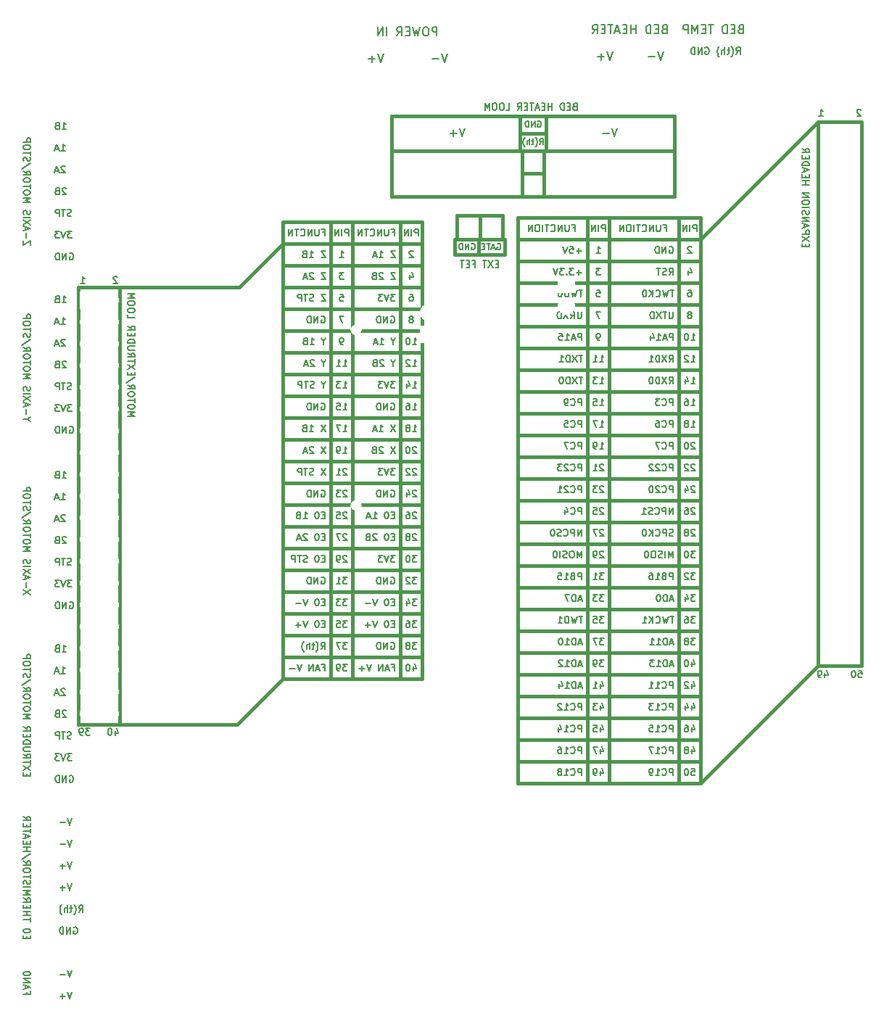
<source format=gbo>
G04 (created by PCBNEW (2013-05-18 BZR 4017)-stable) date Fri 12 Dec 2014 16:28:56 GMT*
%MOIN*%
G04 Gerber Fmt 3.4, Leading zero omitted, Abs format*
%FSLAX34Y34*%
G01*
G70*
G90*
G04 APERTURE LIST*
%ADD10C,0.00590551*%
%ADD11C,0.015*%
%ADD12C,0.0059*%
%ADD13C,0.006*%
%ADD14C,0.2169*%
%ADD15R,0.08X0.08*%
%ADD16C,0.08*%
%ADD17R,0.0987X0.0987*%
%ADD18C,0.1184*%
%ADD19R,0.0594X0.0594*%
%ADD20C,0.0594*%
%ADD21O,0.0594X0.0692*%
%ADD22O,0.0948X0.1027*%
%ADD23C,0.0535*%
%ADD24C,0.1499*%
%ADD25C,0.12*%
%ADD26C,0.0515*%
G04 APERTURE END LIST*
G54D10*
G54D11*
X23000Y13400D02*
X31400Y13400D01*
X31400Y14400D02*
X23000Y14400D01*
X23000Y15400D02*
X31400Y15400D01*
X31400Y16400D02*
X23000Y16400D01*
X23000Y17400D02*
X31400Y17400D01*
X31400Y18400D02*
X23000Y18400D01*
X23000Y19400D02*
X31400Y19400D01*
X31400Y20400D02*
X23000Y20400D01*
X23000Y21400D02*
X31400Y21400D01*
X31400Y22400D02*
X23000Y22400D01*
X23000Y23400D02*
X31400Y23400D01*
X31400Y24400D02*
X23000Y24400D01*
X23000Y25400D02*
X31400Y25400D01*
X31400Y26400D02*
X23000Y26400D01*
X23000Y27400D02*
X31400Y27400D01*
X31400Y28400D02*
X23000Y28400D01*
X23000Y29400D02*
X31400Y29400D01*
X31400Y30400D02*
X23000Y30400D01*
X23000Y31400D02*
X31400Y31400D01*
X31400Y32400D02*
X23000Y32400D01*
X23000Y33400D02*
X31400Y33400D01*
X31400Y34400D02*
X23000Y34400D01*
X23000Y35400D02*
X31400Y35400D01*
X31400Y36400D02*
X23000Y36400D01*
X23000Y37400D02*
X31400Y37400D01*
X31400Y38400D02*
X23000Y38400D01*
X23000Y39400D02*
X31400Y39400D01*
G54D12*
X5072Y30275D02*
X5387Y30275D01*
X5162Y30380D01*
X5387Y30485D01*
X5072Y30485D01*
X5387Y30695D02*
X5387Y30755D01*
X5372Y30785D01*
X5342Y30815D01*
X5282Y30830D01*
X5177Y30830D01*
X5117Y30815D01*
X5087Y30785D01*
X5072Y30755D01*
X5072Y30695D01*
X5087Y30665D01*
X5117Y30635D01*
X5177Y30620D01*
X5282Y30620D01*
X5342Y30635D01*
X5372Y30665D01*
X5387Y30695D01*
X5387Y30920D02*
X5387Y31100D01*
X5072Y31010D02*
X5387Y31010D01*
X5387Y31265D02*
X5387Y31325D01*
X5372Y31355D01*
X5342Y31385D01*
X5282Y31400D01*
X5177Y31400D01*
X5117Y31385D01*
X5087Y31355D01*
X5072Y31325D01*
X5072Y31265D01*
X5087Y31235D01*
X5117Y31205D01*
X5177Y31190D01*
X5282Y31190D01*
X5342Y31205D01*
X5372Y31235D01*
X5387Y31265D01*
X5072Y31715D02*
X5222Y31610D01*
X5072Y31535D02*
X5387Y31535D01*
X5387Y31655D01*
X5372Y31685D01*
X5357Y31700D01*
X5327Y31715D01*
X5282Y31715D01*
X5252Y31700D01*
X5237Y31685D01*
X5222Y31655D01*
X5222Y31535D01*
X5402Y32075D02*
X4997Y31805D01*
X5237Y32180D02*
X5237Y32285D01*
X5072Y32330D02*
X5072Y32180D01*
X5387Y32180D01*
X5387Y32330D01*
X5387Y32435D02*
X5072Y32645D01*
X5387Y32645D02*
X5072Y32435D01*
X5387Y32720D02*
X5387Y32900D01*
X5072Y32810D02*
X5387Y32810D01*
X5072Y33185D02*
X5222Y33080D01*
X5072Y33005D02*
X5387Y33005D01*
X5387Y33125D01*
X5372Y33155D01*
X5357Y33170D01*
X5327Y33185D01*
X5282Y33185D01*
X5252Y33170D01*
X5237Y33155D01*
X5222Y33125D01*
X5222Y33005D01*
X5387Y33320D02*
X5132Y33320D01*
X5102Y33335D01*
X5087Y33350D01*
X5072Y33380D01*
X5072Y33440D01*
X5087Y33470D01*
X5102Y33485D01*
X5132Y33500D01*
X5387Y33500D01*
X5072Y33650D02*
X5387Y33650D01*
X5387Y33725D01*
X5372Y33770D01*
X5342Y33800D01*
X5312Y33815D01*
X5252Y33830D01*
X5207Y33830D01*
X5147Y33815D01*
X5117Y33800D01*
X5087Y33770D01*
X5072Y33725D01*
X5072Y33650D01*
X5237Y33965D02*
X5237Y34070D01*
X5072Y34115D02*
X5072Y33965D01*
X5387Y33965D01*
X5387Y34115D01*
X5072Y34430D02*
X5222Y34325D01*
X5072Y34250D02*
X5387Y34250D01*
X5387Y34370D01*
X5372Y34400D01*
X5357Y34415D01*
X5327Y34430D01*
X5282Y34430D01*
X5252Y34415D01*
X5237Y34400D01*
X5222Y34370D01*
X5222Y34250D01*
X5072Y34955D02*
X5072Y34805D01*
X5387Y34805D01*
X5387Y35120D02*
X5387Y35180D01*
X5372Y35210D01*
X5342Y35240D01*
X5282Y35255D01*
X5177Y35255D01*
X5117Y35240D01*
X5087Y35210D01*
X5072Y35180D01*
X5072Y35120D01*
X5087Y35090D01*
X5117Y35060D01*
X5177Y35045D01*
X5282Y35045D01*
X5342Y35060D01*
X5372Y35090D01*
X5387Y35120D01*
X5387Y35450D02*
X5387Y35510D01*
X5372Y35540D01*
X5342Y35570D01*
X5282Y35585D01*
X5177Y35585D01*
X5117Y35570D01*
X5087Y35540D01*
X5072Y35510D01*
X5072Y35450D01*
X5087Y35420D01*
X5117Y35390D01*
X5177Y35375D01*
X5282Y35375D01*
X5342Y35390D01*
X5372Y35420D01*
X5387Y35450D01*
X5072Y35720D02*
X5387Y35720D01*
X5162Y35825D01*
X5387Y35930D01*
X5072Y35930D01*
X18422Y38572D02*
X18422Y38887D01*
X18302Y38887D01*
X18272Y38872D01*
X18257Y38857D01*
X18242Y38827D01*
X18242Y38782D01*
X18257Y38752D01*
X18272Y38737D01*
X18302Y38722D01*
X18422Y38722D01*
X18107Y38572D02*
X18107Y38887D01*
X17957Y38572D02*
X17957Y38887D01*
X17777Y38572D01*
X17777Y38887D01*
X17220Y38737D02*
X17325Y38737D01*
X17325Y38572D02*
X17325Y38887D01*
X17175Y38887D01*
X17055Y38887D02*
X17055Y38632D01*
X17040Y38602D01*
X17025Y38587D01*
X16995Y38572D01*
X16935Y38572D01*
X16905Y38587D01*
X16890Y38602D01*
X16875Y38632D01*
X16875Y38887D01*
X16725Y38572D02*
X16725Y38887D01*
X16545Y38572D01*
X16545Y38887D01*
X16215Y38602D02*
X16230Y38587D01*
X16275Y38572D01*
X16305Y38572D01*
X16350Y38587D01*
X16380Y38617D01*
X16395Y38647D01*
X16410Y38707D01*
X16410Y38752D01*
X16395Y38812D01*
X16380Y38842D01*
X16350Y38872D01*
X16305Y38887D01*
X16275Y38887D01*
X16230Y38872D01*
X16215Y38857D01*
X16125Y38887D02*
X15945Y38887D01*
X16035Y38572D02*
X16035Y38887D01*
X15840Y38572D02*
X15840Y38887D01*
X15660Y38572D01*
X15660Y38887D01*
X14020Y38737D02*
X14125Y38737D01*
X14125Y38572D02*
X14125Y38887D01*
X13975Y38887D01*
X13855Y38887D02*
X13855Y38632D01*
X13840Y38602D01*
X13825Y38587D01*
X13795Y38572D01*
X13735Y38572D01*
X13705Y38587D01*
X13690Y38602D01*
X13675Y38632D01*
X13675Y38887D01*
X13525Y38572D02*
X13525Y38887D01*
X13345Y38572D01*
X13345Y38887D01*
X13015Y38602D02*
X13030Y38587D01*
X13075Y38572D01*
X13105Y38572D01*
X13150Y38587D01*
X13180Y38617D01*
X13195Y38647D01*
X13210Y38707D01*
X13210Y38752D01*
X13195Y38812D01*
X13180Y38842D01*
X13150Y38872D01*
X13105Y38887D01*
X13075Y38887D01*
X13030Y38872D01*
X13015Y38857D01*
X12925Y38887D02*
X12745Y38887D01*
X12835Y38572D02*
X12835Y38887D01*
X12640Y38572D02*
X12640Y38887D01*
X12460Y38572D01*
X12460Y38887D01*
X15222Y38572D02*
X15222Y38887D01*
X15102Y38887D01*
X15072Y38872D01*
X15057Y38857D01*
X15042Y38827D01*
X15042Y38782D01*
X15057Y38752D01*
X15072Y38737D01*
X15102Y38722D01*
X15222Y38722D01*
X14907Y38572D02*
X14907Y38887D01*
X14757Y38572D02*
X14757Y38887D01*
X14577Y38572D01*
X14577Y38887D01*
G54D11*
X14400Y38200D02*
X14400Y39200D01*
X15400Y38200D02*
X15400Y39200D01*
X17600Y38200D02*
X17600Y39200D01*
X18600Y39200D02*
X18600Y38200D01*
X12200Y39200D02*
X18600Y39200D01*
X12200Y38200D02*
X12200Y39200D01*
G54D12*
X4490Y15830D02*
X4490Y15620D01*
X4565Y15950D02*
X4640Y15725D01*
X4445Y15725D01*
X4265Y15935D02*
X4235Y15935D01*
X4205Y15920D01*
X4190Y15905D01*
X4175Y15875D01*
X4160Y15815D01*
X4160Y15740D01*
X4175Y15680D01*
X4190Y15650D01*
X4205Y15635D01*
X4235Y15620D01*
X4265Y15620D01*
X4295Y15635D01*
X4310Y15650D01*
X4325Y15680D01*
X4340Y15740D01*
X4340Y15815D01*
X4325Y15875D01*
X4310Y15905D01*
X4295Y15920D01*
X4265Y15935D01*
X3335Y15935D02*
X3140Y15935D01*
X3245Y15815D01*
X3200Y15815D01*
X3170Y15800D01*
X3155Y15785D01*
X3140Y15755D01*
X3140Y15680D01*
X3155Y15650D01*
X3170Y15635D01*
X3200Y15620D01*
X3290Y15620D01*
X3320Y15635D01*
X3335Y15650D01*
X2990Y15620D02*
X2930Y15620D01*
X2900Y15635D01*
X2885Y15650D01*
X2855Y15695D01*
X2840Y15755D01*
X2840Y15875D01*
X2855Y15905D01*
X2870Y15920D01*
X2900Y15935D01*
X2960Y15935D01*
X2990Y15920D01*
X3005Y15905D01*
X3020Y15875D01*
X3020Y15800D01*
X3005Y15770D01*
X2990Y15755D01*
X2960Y15740D01*
X2900Y15740D01*
X2870Y15755D01*
X2855Y15770D01*
X2840Y15800D01*
X4580Y36673D02*
X4565Y36688D01*
X4535Y36703D01*
X4460Y36703D01*
X4430Y36688D01*
X4415Y36673D01*
X4400Y36643D01*
X4400Y36613D01*
X4415Y36568D01*
X4595Y36388D01*
X4400Y36388D01*
X2900Y36388D02*
X3080Y36388D01*
X2990Y36388D02*
X2990Y36703D01*
X3020Y36658D01*
X3050Y36628D01*
X3080Y36613D01*
X38760Y44357D02*
X38745Y44372D01*
X38715Y44387D01*
X38640Y44387D01*
X38610Y44372D01*
X38595Y44357D01*
X38580Y44327D01*
X38580Y44297D01*
X38595Y44252D01*
X38775Y44072D01*
X38580Y44072D01*
X36840Y44072D02*
X37020Y44072D01*
X36930Y44072D02*
X36930Y44387D01*
X36960Y44342D01*
X36990Y44312D01*
X37020Y44297D01*
G54D11*
X27200Y39400D02*
X27200Y13400D01*
X30400Y13400D02*
X30400Y39400D01*
X31400Y39400D02*
X31400Y13400D01*
X26200Y13400D02*
X26200Y39400D01*
X23000Y39400D02*
X23000Y13400D01*
G54D12*
X29960Y38072D02*
X29990Y38087D01*
X30035Y38087D01*
X30080Y38072D01*
X30110Y38042D01*
X30125Y38012D01*
X30140Y37952D01*
X30140Y37907D01*
X30125Y37847D01*
X30110Y37817D01*
X30080Y37787D01*
X30035Y37772D01*
X30005Y37772D01*
X29960Y37787D01*
X29945Y37802D01*
X29945Y37907D01*
X30005Y37907D01*
X29810Y37772D02*
X29810Y38087D01*
X29630Y37772D01*
X29630Y38087D01*
X29480Y37772D02*
X29480Y38087D01*
X29405Y38087D01*
X29360Y38072D01*
X29330Y38042D01*
X29315Y38012D01*
X29300Y37952D01*
X29300Y37907D01*
X29315Y37847D01*
X29330Y37817D01*
X29360Y37787D01*
X29405Y37772D01*
X29480Y37772D01*
X29945Y36772D02*
X30050Y36922D01*
X30125Y36772D02*
X30125Y37087D01*
X30005Y37087D01*
X29975Y37072D01*
X29960Y37057D01*
X29945Y37027D01*
X29945Y36982D01*
X29960Y36952D01*
X29975Y36937D01*
X30005Y36922D01*
X30125Y36922D01*
X29825Y36787D02*
X29780Y36772D01*
X29705Y36772D01*
X29675Y36787D01*
X29660Y36802D01*
X29645Y36832D01*
X29645Y36862D01*
X29660Y36892D01*
X29675Y36907D01*
X29705Y36922D01*
X29765Y36937D01*
X29795Y36952D01*
X29810Y36967D01*
X29825Y36997D01*
X29825Y37027D01*
X29810Y37057D01*
X29795Y37072D01*
X29765Y37087D01*
X29690Y37087D01*
X29645Y37072D01*
X29555Y37087D02*
X29375Y37087D01*
X29465Y36772D02*
X29465Y37087D01*
X30170Y36087D02*
X29990Y36087D01*
X30080Y35772D02*
X30080Y36087D01*
X29915Y36087D02*
X29840Y35772D01*
X29780Y35997D01*
X29720Y35772D01*
X29645Y36087D01*
X29345Y35802D02*
X29360Y35787D01*
X29405Y35772D01*
X29435Y35772D01*
X29480Y35787D01*
X29510Y35817D01*
X29525Y35847D01*
X29540Y35907D01*
X29540Y35952D01*
X29525Y36012D01*
X29510Y36042D01*
X29480Y36072D01*
X29435Y36087D01*
X29405Y36087D01*
X29360Y36072D01*
X29345Y36057D01*
X29210Y35772D02*
X29210Y36087D01*
X29030Y35772D02*
X29165Y35952D01*
X29030Y36087D02*
X29210Y35907D01*
X28835Y36087D02*
X28805Y36087D01*
X28775Y36072D01*
X28760Y36057D01*
X28745Y36027D01*
X28730Y35967D01*
X28730Y35892D01*
X28745Y35832D01*
X28760Y35802D01*
X28775Y35787D01*
X28805Y35772D01*
X28835Y35772D01*
X28865Y35787D01*
X28880Y35802D01*
X28895Y35832D01*
X28910Y35892D01*
X28910Y35967D01*
X28895Y36027D01*
X28880Y36057D01*
X28865Y36072D01*
X28835Y36087D01*
X30125Y35087D02*
X30125Y34832D01*
X30110Y34802D01*
X30095Y34787D01*
X30065Y34772D01*
X30005Y34772D01*
X29975Y34787D01*
X29960Y34802D01*
X29945Y34832D01*
X29945Y35087D01*
X29840Y35087D02*
X29660Y35087D01*
X29750Y34772D02*
X29750Y35087D01*
X29585Y35087D02*
X29375Y34772D01*
X29375Y35087D02*
X29585Y34772D01*
X29255Y34772D02*
X29255Y35087D01*
X29180Y35087D01*
X29135Y35072D01*
X29105Y35042D01*
X29090Y35012D01*
X29075Y34952D01*
X29075Y34907D01*
X29090Y34847D01*
X29105Y34817D01*
X29135Y34787D01*
X29180Y34772D01*
X29255Y34772D01*
X30125Y33772D02*
X30125Y34087D01*
X30005Y34087D01*
X29975Y34072D01*
X29960Y34057D01*
X29945Y34027D01*
X29945Y33982D01*
X29960Y33952D01*
X29975Y33937D01*
X30005Y33922D01*
X30125Y33922D01*
X29825Y33862D02*
X29675Y33862D01*
X29855Y33772D02*
X29750Y34087D01*
X29645Y33772D01*
X29375Y33772D02*
X29555Y33772D01*
X29465Y33772D02*
X29465Y34087D01*
X29495Y34042D01*
X29525Y34012D01*
X29555Y33997D01*
X29105Y33982D02*
X29105Y33772D01*
X29180Y34102D02*
X29255Y33877D01*
X29060Y33877D01*
X29945Y32772D02*
X30050Y32922D01*
X30125Y32772D02*
X30125Y33087D01*
X30005Y33087D01*
X29975Y33072D01*
X29960Y33057D01*
X29945Y33027D01*
X29945Y32982D01*
X29960Y32952D01*
X29975Y32937D01*
X30005Y32922D01*
X30125Y32922D01*
X29840Y33087D02*
X29630Y32772D01*
X29630Y33087D02*
X29840Y32772D01*
X29510Y32772D02*
X29510Y33087D01*
X29435Y33087D01*
X29390Y33072D01*
X29360Y33042D01*
X29345Y33012D01*
X29330Y32952D01*
X29330Y32907D01*
X29345Y32847D01*
X29360Y32817D01*
X29390Y32787D01*
X29435Y32772D01*
X29510Y32772D01*
X29030Y32772D02*
X29210Y32772D01*
X29120Y32772D02*
X29120Y33087D01*
X29150Y33042D01*
X29180Y33012D01*
X29210Y32997D01*
X29945Y31772D02*
X30050Y31922D01*
X30125Y31772D02*
X30125Y32087D01*
X30005Y32087D01*
X29975Y32072D01*
X29960Y32057D01*
X29945Y32027D01*
X29945Y31982D01*
X29960Y31952D01*
X29975Y31937D01*
X30005Y31922D01*
X30125Y31922D01*
X29840Y32087D02*
X29630Y31772D01*
X29630Y32087D02*
X29840Y31772D01*
X29510Y31772D02*
X29510Y32087D01*
X29435Y32087D01*
X29390Y32072D01*
X29360Y32042D01*
X29345Y32012D01*
X29330Y31952D01*
X29330Y31907D01*
X29345Y31847D01*
X29360Y31817D01*
X29390Y31787D01*
X29435Y31772D01*
X29510Y31772D01*
X29135Y32087D02*
X29105Y32087D01*
X29075Y32072D01*
X29060Y32057D01*
X29045Y32027D01*
X29030Y31967D01*
X29030Y31892D01*
X29045Y31832D01*
X29060Y31802D01*
X29075Y31787D01*
X29105Y31772D01*
X29135Y31772D01*
X29165Y31787D01*
X29180Y31802D01*
X29195Y31832D01*
X29210Y31892D01*
X29210Y31967D01*
X29195Y32027D01*
X29180Y32057D01*
X29165Y32072D01*
X29135Y32087D01*
X30125Y30772D02*
X30125Y31087D01*
X30005Y31087D01*
X29975Y31072D01*
X29960Y31057D01*
X29945Y31027D01*
X29945Y30982D01*
X29960Y30952D01*
X29975Y30937D01*
X30005Y30922D01*
X30125Y30922D01*
X29630Y30802D02*
X29645Y30787D01*
X29690Y30772D01*
X29720Y30772D01*
X29765Y30787D01*
X29795Y30817D01*
X29810Y30847D01*
X29825Y30907D01*
X29825Y30952D01*
X29810Y31012D01*
X29795Y31042D01*
X29765Y31072D01*
X29720Y31087D01*
X29690Y31087D01*
X29645Y31072D01*
X29630Y31057D01*
X29525Y31087D02*
X29330Y31087D01*
X29435Y30967D01*
X29390Y30967D01*
X29360Y30952D01*
X29345Y30937D01*
X29330Y30907D01*
X29330Y30832D01*
X29345Y30802D01*
X29360Y30787D01*
X29390Y30772D01*
X29480Y30772D01*
X29510Y30787D01*
X29525Y30802D01*
X30125Y29772D02*
X30125Y30087D01*
X30005Y30087D01*
X29975Y30072D01*
X29960Y30057D01*
X29945Y30027D01*
X29945Y29982D01*
X29960Y29952D01*
X29975Y29937D01*
X30005Y29922D01*
X30125Y29922D01*
X29630Y29802D02*
X29645Y29787D01*
X29690Y29772D01*
X29720Y29772D01*
X29765Y29787D01*
X29795Y29817D01*
X29810Y29847D01*
X29825Y29907D01*
X29825Y29952D01*
X29810Y30012D01*
X29795Y30042D01*
X29765Y30072D01*
X29720Y30087D01*
X29690Y30087D01*
X29645Y30072D01*
X29630Y30057D01*
X29360Y30087D02*
X29420Y30087D01*
X29450Y30072D01*
X29465Y30057D01*
X29495Y30012D01*
X29510Y29952D01*
X29510Y29832D01*
X29495Y29802D01*
X29480Y29787D01*
X29450Y29772D01*
X29390Y29772D01*
X29360Y29787D01*
X29345Y29802D01*
X29330Y29832D01*
X29330Y29907D01*
X29345Y29937D01*
X29360Y29952D01*
X29390Y29967D01*
X29450Y29967D01*
X29480Y29952D01*
X29495Y29937D01*
X29510Y29907D01*
X30125Y28772D02*
X30125Y29087D01*
X30005Y29087D01*
X29975Y29072D01*
X29960Y29057D01*
X29945Y29027D01*
X29945Y28982D01*
X29960Y28952D01*
X29975Y28937D01*
X30005Y28922D01*
X30125Y28922D01*
X29630Y28802D02*
X29645Y28787D01*
X29690Y28772D01*
X29720Y28772D01*
X29765Y28787D01*
X29795Y28817D01*
X29810Y28847D01*
X29825Y28907D01*
X29825Y28952D01*
X29810Y29012D01*
X29795Y29042D01*
X29765Y29072D01*
X29720Y29087D01*
X29690Y29087D01*
X29645Y29072D01*
X29630Y29057D01*
X29525Y29087D02*
X29315Y29087D01*
X29450Y28772D01*
X30125Y27772D02*
X30125Y28087D01*
X30005Y28087D01*
X29975Y28072D01*
X29960Y28057D01*
X29945Y28027D01*
X29945Y27982D01*
X29960Y27952D01*
X29975Y27937D01*
X30005Y27922D01*
X30125Y27922D01*
X29630Y27802D02*
X29645Y27787D01*
X29690Y27772D01*
X29720Y27772D01*
X29765Y27787D01*
X29795Y27817D01*
X29810Y27847D01*
X29825Y27907D01*
X29825Y27952D01*
X29810Y28012D01*
X29795Y28042D01*
X29765Y28072D01*
X29720Y28087D01*
X29690Y28087D01*
X29645Y28072D01*
X29630Y28057D01*
X29510Y28057D02*
X29495Y28072D01*
X29465Y28087D01*
X29390Y28087D01*
X29360Y28072D01*
X29345Y28057D01*
X29330Y28027D01*
X29330Y27997D01*
X29345Y27952D01*
X29525Y27772D01*
X29330Y27772D01*
X29210Y28057D02*
X29195Y28072D01*
X29165Y28087D01*
X29090Y28087D01*
X29060Y28072D01*
X29045Y28057D01*
X29030Y28027D01*
X29030Y27997D01*
X29045Y27952D01*
X29225Y27772D01*
X29030Y27772D01*
X30125Y26772D02*
X30125Y27087D01*
X30005Y27087D01*
X29975Y27072D01*
X29960Y27057D01*
X29945Y27027D01*
X29945Y26982D01*
X29960Y26952D01*
X29975Y26937D01*
X30005Y26922D01*
X30125Y26922D01*
X29630Y26802D02*
X29645Y26787D01*
X29690Y26772D01*
X29720Y26772D01*
X29765Y26787D01*
X29795Y26817D01*
X29810Y26847D01*
X29825Y26907D01*
X29825Y26952D01*
X29810Y27012D01*
X29795Y27042D01*
X29765Y27072D01*
X29720Y27087D01*
X29690Y27087D01*
X29645Y27072D01*
X29630Y27057D01*
X29510Y27057D02*
X29495Y27072D01*
X29465Y27087D01*
X29390Y27087D01*
X29360Y27072D01*
X29345Y27057D01*
X29330Y27027D01*
X29330Y26997D01*
X29345Y26952D01*
X29525Y26772D01*
X29330Y26772D01*
X29135Y27087D02*
X29105Y27087D01*
X29075Y27072D01*
X29060Y27057D01*
X29045Y27027D01*
X29030Y26967D01*
X29030Y26892D01*
X29045Y26832D01*
X29060Y26802D01*
X29075Y26787D01*
X29105Y26772D01*
X29135Y26772D01*
X29165Y26787D01*
X29180Y26802D01*
X29195Y26832D01*
X29210Y26892D01*
X29210Y26967D01*
X29195Y27027D01*
X29180Y27057D01*
X29165Y27072D01*
X29135Y27087D01*
X30125Y25772D02*
X30125Y26087D01*
X29945Y25772D01*
X29945Y26087D01*
X29795Y25772D02*
X29795Y26087D01*
X29675Y26087D01*
X29645Y26072D01*
X29630Y26057D01*
X29615Y26027D01*
X29615Y25982D01*
X29630Y25952D01*
X29645Y25937D01*
X29675Y25922D01*
X29795Y25922D01*
X29300Y25802D02*
X29315Y25787D01*
X29360Y25772D01*
X29390Y25772D01*
X29435Y25787D01*
X29465Y25817D01*
X29480Y25847D01*
X29495Y25907D01*
X29495Y25952D01*
X29480Y26012D01*
X29465Y26042D01*
X29435Y26072D01*
X29390Y26087D01*
X29360Y26087D01*
X29315Y26072D01*
X29300Y26057D01*
X29180Y25787D02*
X29135Y25772D01*
X29060Y25772D01*
X29030Y25787D01*
X29015Y25802D01*
X29000Y25832D01*
X29000Y25862D01*
X29015Y25892D01*
X29030Y25907D01*
X29060Y25922D01*
X29120Y25937D01*
X29150Y25952D01*
X29165Y25967D01*
X29180Y25997D01*
X29180Y26027D01*
X29165Y26057D01*
X29150Y26072D01*
X29120Y26087D01*
X29045Y26087D01*
X29000Y26072D01*
X28700Y25772D02*
X28880Y25772D01*
X28790Y25772D02*
X28790Y26087D01*
X28820Y26042D01*
X28850Y26012D01*
X28880Y25997D01*
X30140Y24787D02*
X30095Y24772D01*
X30020Y24772D01*
X29990Y24787D01*
X29975Y24802D01*
X29960Y24832D01*
X29960Y24862D01*
X29975Y24892D01*
X29990Y24907D01*
X30020Y24922D01*
X30080Y24937D01*
X30110Y24952D01*
X30125Y24967D01*
X30140Y24997D01*
X30140Y25027D01*
X30125Y25057D01*
X30110Y25072D01*
X30080Y25087D01*
X30005Y25087D01*
X29960Y25072D01*
X29825Y24772D02*
X29825Y25087D01*
X29705Y25087D01*
X29675Y25072D01*
X29660Y25057D01*
X29645Y25027D01*
X29645Y24982D01*
X29660Y24952D01*
X29675Y24937D01*
X29705Y24922D01*
X29825Y24922D01*
X29330Y24802D02*
X29345Y24787D01*
X29390Y24772D01*
X29420Y24772D01*
X29465Y24787D01*
X29495Y24817D01*
X29510Y24847D01*
X29525Y24907D01*
X29525Y24952D01*
X29510Y25012D01*
X29495Y25042D01*
X29465Y25072D01*
X29420Y25087D01*
X29390Y25087D01*
X29345Y25072D01*
X29330Y25057D01*
X29195Y24772D02*
X29195Y25087D01*
X29015Y24772D02*
X29150Y24952D01*
X29015Y25087D02*
X29195Y24907D01*
X28820Y25087D02*
X28790Y25087D01*
X28760Y25072D01*
X28745Y25057D01*
X28730Y25027D01*
X28715Y24967D01*
X28715Y24892D01*
X28730Y24832D01*
X28745Y24802D01*
X28760Y24787D01*
X28790Y24772D01*
X28820Y24772D01*
X28850Y24787D01*
X28865Y24802D01*
X28880Y24832D01*
X28895Y24892D01*
X28895Y24967D01*
X28880Y25027D01*
X28865Y25057D01*
X28850Y25072D01*
X28820Y25087D01*
X30125Y23772D02*
X30125Y24087D01*
X30020Y23862D01*
X29915Y24087D01*
X29915Y23772D01*
X29765Y23772D02*
X29765Y24087D01*
X29630Y23787D02*
X29585Y23772D01*
X29510Y23772D01*
X29480Y23787D01*
X29465Y23802D01*
X29450Y23832D01*
X29450Y23862D01*
X29465Y23892D01*
X29480Y23907D01*
X29510Y23922D01*
X29570Y23937D01*
X29600Y23952D01*
X29615Y23967D01*
X29630Y23997D01*
X29630Y24027D01*
X29615Y24057D01*
X29600Y24072D01*
X29570Y24087D01*
X29495Y24087D01*
X29450Y24072D01*
X29255Y24087D02*
X29195Y24087D01*
X29165Y24072D01*
X29135Y24042D01*
X29120Y23982D01*
X29120Y23877D01*
X29135Y23817D01*
X29165Y23787D01*
X29195Y23772D01*
X29255Y23772D01*
X29285Y23787D01*
X29315Y23817D01*
X29330Y23877D01*
X29330Y23982D01*
X29315Y24042D01*
X29285Y24072D01*
X29255Y24087D01*
X28925Y24087D02*
X28895Y24087D01*
X28865Y24072D01*
X28850Y24057D01*
X28835Y24027D01*
X28820Y23967D01*
X28820Y23892D01*
X28835Y23832D01*
X28850Y23802D01*
X28865Y23787D01*
X28895Y23772D01*
X28925Y23772D01*
X28955Y23787D01*
X28970Y23802D01*
X28985Y23832D01*
X29000Y23892D01*
X29000Y23967D01*
X28985Y24027D01*
X28970Y24057D01*
X28955Y24072D01*
X28925Y24087D01*
X30125Y22772D02*
X30125Y23087D01*
X30005Y23087D01*
X29975Y23072D01*
X29960Y23057D01*
X29945Y23027D01*
X29945Y22982D01*
X29960Y22952D01*
X29975Y22937D01*
X30005Y22922D01*
X30125Y22922D01*
X29705Y22937D02*
X29660Y22922D01*
X29645Y22907D01*
X29630Y22877D01*
X29630Y22832D01*
X29645Y22802D01*
X29660Y22787D01*
X29690Y22772D01*
X29810Y22772D01*
X29810Y23087D01*
X29705Y23087D01*
X29675Y23072D01*
X29660Y23057D01*
X29645Y23027D01*
X29645Y22997D01*
X29660Y22967D01*
X29675Y22952D01*
X29705Y22937D01*
X29810Y22937D01*
X29330Y22772D02*
X29510Y22772D01*
X29420Y22772D02*
X29420Y23087D01*
X29450Y23042D01*
X29480Y23012D01*
X29510Y22997D01*
X29060Y23087D02*
X29120Y23087D01*
X29150Y23072D01*
X29165Y23057D01*
X29195Y23012D01*
X29210Y22952D01*
X29210Y22832D01*
X29195Y22802D01*
X29180Y22787D01*
X29150Y22772D01*
X29090Y22772D01*
X29060Y22787D01*
X29045Y22802D01*
X29030Y22832D01*
X29030Y22907D01*
X29045Y22937D01*
X29060Y22952D01*
X29090Y22967D01*
X29150Y22967D01*
X29180Y22952D01*
X29195Y22937D01*
X29210Y22907D01*
X30140Y21862D02*
X29990Y21862D01*
X30170Y21772D02*
X30065Y22087D01*
X29960Y21772D01*
X29855Y21772D02*
X29855Y22087D01*
X29780Y22087D01*
X29735Y22072D01*
X29705Y22042D01*
X29690Y22012D01*
X29675Y21952D01*
X29675Y21907D01*
X29690Y21847D01*
X29705Y21817D01*
X29735Y21787D01*
X29780Y21772D01*
X29855Y21772D01*
X29480Y22087D02*
X29450Y22087D01*
X29420Y22072D01*
X29405Y22057D01*
X29390Y22027D01*
X29375Y21967D01*
X29375Y21892D01*
X29390Y21832D01*
X29405Y21802D01*
X29420Y21787D01*
X29450Y21772D01*
X29480Y21772D01*
X29510Y21787D01*
X29525Y21802D01*
X29540Y21832D01*
X29555Y21892D01*
X29555Y21967D01*
X29540Y22027D01*
X29525Y22057D01*
X29510Y22072D01*
X29480Y22087D01*
X30170Y21087D02*
X29990Y21087D01*
X30080Y20772D02*
X30080Y21087D01*
X29915Y21087D02*
X29840Y20772D01*
X29780Y20997D01*
X29720Y20772D01*
X29645Y21087D01*
X29345Y20802D02*
X29360Y20787D01*
X29405Y20772D01*
X29435Y20772D01*
X29480Y20787D01*
X29510Y20817D01*
X29525Y20847D01*
X29540Y20907D01*
X29540Y20952D01*
X29525Y21012D01*
X29510Y21042D01*
X29480Y21072D01*
X29435Y21087D01*
X29405Y21087D01*
X29360Y21072D01*
X29345Y21057D01*
X29210Y20772D02*
X29210Y21087D01*
X29030Y20772D02*
X29165Y20952D01*
X29030Y21087D02*
X29210Y20907D01*
X28730Y20772D02*
X28910Y20772D01*
X28820Y20772D02*
X28820Y21087D01*
X28850Y21042D01*
X28880Y21012D01*
X28910Y20997D01*
X30140Y19862D02*
X29990Y19862D01*
X30170Y19772D02*
X30065Y20087D01*
X29960Y19772D01*
X29855Y19772D02*
X29855Y20087D01*
X29780Y20087D01*
X29735Y20072D01*
X29705Y20042D01*
X29690Y20012D01*
X29675Y19952D01*
X29675Y19907D01*
X29690Y19847D01*
X29705Y19817D01*
X29735Y19787D01*
X29780Y19772D01*
X29855Y19772D01*
X29375Y19772D02*
X29555Y19772D01*
X29465Y19772D02*
X29465Y20087D01*
X29495Y20042D01*
X29525Y20012D01*
X29555Y19997D01*
X29075Y19772D02*
X29255Y19772D01*
X29165Y19772D02*
X29165Y20087D01*
X29195Y20042D01*
X29225Y20012D01*
X29255Y19997D01*
X30140Y18862D02*
X29990Y18862D01*
X30170Y18772D02*
X30065Y19087D01*
X29960Y18772D01*
X29855Y18772D02*
X29855Y19087D01*
X29780Y19087D01*
X29735Y19072D01*
X29705Y19042D01*
X29690Y19012D01*
X29675Y18952D01*
X29675Y18907D01*
X29690Y18847D01*
X29705Y18817D01*
X29735Y18787D01*
X29780Y18772D01*
X29855Y18772D01*
X29375Y18772D02*
X29555Y18772D01*
X29465Y18772D02*
X29465Y19087D01*
X29495Y19042D01*
X29525Y19012D01*
X29555Y18997D01*
X29270Y19087D02*
X29075Y19087D01*
X29180Y18967D01*
X29135Y18967D01*
X29105Y18952D01*
X29090Y18937D01*
X29075Y18907D01*
X29075Y18832D01*
X29090Y18802D01*
X29105Y18787D01*
X29135Y18772D01*
X29225Y18772D01*
X29255Y18787D01*
X29270Y18802D01*
X30125Y17772D02*
X30125Y18087D01*
X30005Y18087D01*
X29975Y18072D01*
X29960Y18057D01*
X29945Y18027D01*
X29945Y17982D01*
X29960Y17952D01*
X29975Y17937D01*
X30005Y17922D01*
X30125Y17922D01*
X29630Y17802D02*
X29645Y17787D01*
X29690Y17772D01*
X29720Y17772D01*
X29765Y17787D01*
X29795Y17817D01*
X29810Y17847D01*
X29825Y17907D01*
X29825Y17952D01*
X29810Y18012D01*
X29795Y18042D01*
X29765Y18072D01*
X29720Y18087D01*
X29690Y18087D01*
X29645Y18072D01*
X29630Y18057D01*
X29330Y17772D02*
X29510Y17772D01*
X29420Y17772D02*
X29420Y18087D01*
X29450Y18042D01*
X29480Y18012D01*
X29510Y17997D01*
X29030Y17772D02*
X29210Y17772D01*
X29120Y17772D02*
X29120Y18087D01*
X29150Y18042D01*
X29180Y18012D01*
X29210Y17997D01*
X30125Y16772D02*
X30125Y17087D01*
X30005Y17087D01*
X29975Y17072D01*
X29960Y17057D01*
X29945Y17027D01*
X29945Y16982D01*
X29960Y16952D01*
X29975Y16937D01*
X30005Y16922D01*
X30125Y16922D01*
X29630Y16802D02*
X29645Y16787D01*
X29690Y16772D01*
X29720Y16772D01*
X29765Y16787D01*
X29795Y16817D01*
X29810Y16847D01*
X29825Y16907D01*
X29825Y16952D01*
X29810Y17012D01*
X29795Y17042D01*
X29765Y17072D01*
X29720Y17087D01*
X29690Y17087D01*
X29645Y17072D01*
X29630Y17057D01*
X29330Y16772D02*
X29510Y16772D01*
X29420Y16772D02*
X29420Y17087D01*
X29450Y17042D01*
X29480Y17012D01*
X29510Y16997D01*
X29225Y17087D02*
X29030Y17087D01*
X29135Y16967D01*
X29090Y16967D01*
X29060Y16952D01*
X29045Y16937D01*
X29030Y16907D01*
X29030Y16832D01*
X29045Y16802D01*
X29060Y16787D01*
X29090Y16772D01*
X29180Y16772D01*
X29210Y16787D01*
X29225Y16802D01*
X30125Y15772D02*
X30125Y16087D01*
X30005Y16087D01*
X29975Y16072D01*
X29960Y16057D01*
X29945Y16027D01*
X29945Y15982D01*
X29960Y15952D01*
X29975Y15937D01*
X30005Y15922D01*
X30125Y15922D01*
X29630Y15802D02*
X29645Y15787D01*
X29690Y15772D01*
X29720Y15772D01*
X29765Y15787D01*
X29795Y15817D01*
X29810Y15847D01*
X29825Y15907D01*
X29825Y15952D01*
X29810Y16012D01*
X29795Y16042D01*
X29765Y16072D01*
X29720Y16087D01*
X29690Y16087D01*
X29645Y16072D01*
X29630Y16057D01*
X29330Y15772D02*
X29510Y15772D01*
X29420Y15772D02*
X29420Y16087D01*
X29450Y16042D01*
X29480Y16012D01*
X29510Y15997D01*
X29045Y16087D02*
X29195Y16087D01*
X29210Y15937D01*
X29195Y15952D01*
X29165Y15967D01*
X29090Y15967D01*
X29060Y15952D01*
X29045Y15937D01*
X29030Y15907D01*
X29030Y15832D01*
X29045Y15802D01*
X29060Y15787D01*
X29090Y15772D01*
X29165Y15772D01*
X29195Y15787D01*
X29210Y15802D01*
X30125Y14772D02*
X30125Y15087D01*
X30005Y15087D01*
X29975Y15072D01*
X29960Y15057D01*
X29945Y15027D01*
X29945Y14982D01*
X29960Y14952D01*
X29975Y14937D01*
X30005Y14922D01*
X30125Y14922D01*
X29630Y14802D02*
X29645Y14787D01*
X29690Y14772D01*
X29720Y14772D01*
X29765Y14787D01*
X29795Y14817D01*
X29810Y14847D01*
X29825Y14907D01*
X29825Y14952D01*
X29810Y15012D01*
X29795Y15042D01*
X29765Y15072D01*
X29720Y15087D01*
X29690Y15087D01*
X29645Y15072D01*
X29630Y15057D01*
X29330Y14772D02*
X29510Y14772D01*
X29420Y14772D02*
X29420Y15087D01*
X29450Y15042D01*
X29480Y15012D01*
X29510Y14997D01*
X29225Y15087D02*
X29015Y15087D01*
X29150Y14772D01*
X30125Y13772D02*
X30125Y14087D01*
X30005Y14087D01*
X29975Y14072D01*
X29960Y14057D01*
X29945Y14027D01*
X29945Y13982D01*
X29960Y13952D01*
X29975Y13937D01*
X30005Y13922D01*
X30125Y13922D01*
X29630Y13802D02*
X29645Y13787D01*
X29690Y13772D01*
X29720Y13772D01*
X29765Y13787D01*
X29795Y13817D01*
X29810Y13847D01*
X29825Y13907D01*
X29825Y13952D01*
X29810Y14012D01*
X29795Y14042D01*
X29765Y14072D01*
X29720Y14087D01*
X29690Y14087D01*
X29645Y14072D01*
X29630Y14057D01*
X29330Y13772D02*
X29510Y13772D01*
X29420Y13772D02*
X29420Y14087D01*
X29450Y14042D01*
X29480Y14012D01*
X29510Y13997D01*
X29180Y13772D02*
X29120Y13772D01*
X29090Y13787D01*
X29075Y13802D01*
X29045Y13847D01*
X29030Y13907D01*
X29030Y14027D01*
X29045Y14057D01*
X29060Y14072D01*
X29090Y14087D01*
X29150Y14087D01*
X29180Y14072D01*
X29195Y14057D01*
X29210Y14027D01*
X29210Y13952D01*
X29195Y13922D01*
X29180Y13907D01*
X29150Y13892D01*
X29090Y13892D01*
X29060Y13907D01*
X29045Y13922D01*
X29030Y13952D01*
X27022Y38772D02*
X27022Y39087D01*
X26902Y39087D01*
X26872Y39072D01*
X26857Y39057D01*
X26842Y39027D01*
X26842Y38982D01*
X26857Y38952D01*
X26872Y38937D01*
X26902Y38922D01*
X27022Y38922D01*
X26707Y38772D02*
X26707Y39087D01*
X26557Y38772D02*
X26557Y39087D01*
X26377Y38772D01*
X26377Y39087D01*
G54D11*
X2800Y16100D02*
X4700Y16100D01*
X2800Y36200D02*
X2800Y16100D01*
X4700Y36200D02*
X2800Y36200D01*
X4700Y16100D02*
X4700Y36200D01*
X10100Y16100D02*
X4700Y16100D01*
X12200Y18200D02*
X10100Y16100D01*
X10200Y36200D02*
X4700Y36200D01*
X12200Y38200D02*
X10200Y36200D01*
X18600Y19200D02*
X12200Y19200D01*
X12200Y20200D02*
X18600Y20200D01*
X18600Y21200D02*
X12200Y21200D01*
X12200Y22200D02*
X18600Y22200D01*
X18600Y23200D02*
X12200Y23200D01*
X12200Y24200D02*
X18600Y24200D01*
X18600Y25200D02*
X12200Y25200D01*
X12200Y26200D02*
X18600Y26200D01*
X18600Y27200D02*
X12200Y27200D01*
X12200Y28200D02*
X18600Y28200D01*
X18600Y29200D02*
X12200Y29200D01*
X12200Y30200D02*
X18600Y30200D01*
X18600Y31200D02*
X12200Y31200D01*
X12200Y32200D02*
X18600Y32200D01*
X18600Y33200D02*
X12200Y33200D01*
X12200Y34200D02*
X18600Y34200D01*
X18600Y35200D02*
X12200Y35200D01*
X12200Y36200D02*
X18600Y36200D01*
X18600Y37200D02*
X12200Y37200D01*
X18600Y38200D02*
X12200Y38200D01*
X18600Y18200D02*
X12200Y18200D01*
X14400Y38200D02*
X14400Y18200D01*
X15400Y18200D02*
X15400Y38200D01*
X17600Y18200D02*
X17600Y38200D01*
X18600Y38200D02*
X18600Y18200D01*
X12200Y38200D02*
X12200Y18200D01*
G54D12*
X17355Y37887D02*
X17145Y37887D01*
X17355Y37572D01*
X17145Y37572D01*
X16620Y37572D02*
X16800Y37572D01*
X16710Y37572D02*
X16710Y37887D01*
X16740Y37842D01*
X16770Y37812D01*
X16800Y37797D01*
X16500Y37662D02*
X16350Y37662D01*
X16530Y37572D02*
X16425Y37887D01*
X16320Y37572D01*
X17355Y36887D02*
X17145Y36887D01*
X17355Y36572D01*
X17145Y36572D01*
X16800Y36857D02*
X16785Y36872D01*
X16755Y36887D01*
X16680Y36887D01*
X16650Y36872D01*
X16635Y36857D01*
X16620Y36827D01*
X16620Y36797D01*
X16635Y36752D01*
X16815Y36572D01*
X16620Y36572D01*
X16380Y36737D02*
X16335Y36722D01*
X16320Y36707D01*
X16305Y36677D01*
X16305Y36632D01*
X16320Y36602D01*
X16335Y36587D01*
X16365Y36572D01*
X16485Y36572D01*
X16485Y36887D01*
X16380Y36887D01*
X16350Y36872D01*
X16335Y36857D01*
X16320Y36827D01*
X16320Y36797D01*
X16335Y36767D01*
X16350Y36752D01*
X16380Y36737D01*
X16485Y36737D01*
X17355Y35887D02*
X17160Y35887D01*
X17265Y35767D01*
X17220Y35767D01*
X17190Y35752D01*
X17175Y35737D01*
X17160Y35707D01*
X17160Y35632D01*
X17175Y35602D01*
X17190Y35587D01*
X17220Y35572D01*
X17310Y35572D01*
X17340Y35587D01*
X17355Y35602D01*
X17070Y35887D02*
X16965Y35572D01*
X16860Y35887D01*
X16785Y35887D02*
X16590Y35887D01*
X16695Y35767D01*
X16650Y35767D01*
X16620Y35752D01*
X16605Y35737D01*
X16590Y35707D01*
X16590Y35632D01*
X16605Y35602D01*
X16620Y35587D01*
X16650Y35572D01*
X16740Y35572D01*
X16770Y35587D01*
X16785Y35602D01*
X17160Y34872D02*
X17190Y34887D01*
X17235Y34887D01*
X17280Y34872D01*
X17310Y34842D01*
X17325Y34812D01*
X17340Y34752D01*
X17340Y34707D01*
X17325Y34647D01*
X17310Y34617D01*
X17280Y34587D01*
X17235Y34572D01*
X17205Y34572D01*
X17160Y34587D01*
X17145Y34602D01*
X17145Y34707D01*
X17205Y34707D01*
X17010Y34572D02*
X17010Y34887D01*
X16830Y34572D01*
X16830Y34887D01*
X16680Y34572D02*
X16680Y34887D01*
X16605Y34887D01*
X16560Y34872D01*
X16530Y34842D01*
X16515Y34812D01*
X16500Y34752D01*
X16500Y34707D01*
X16515Y34647D01*
X16530Y34617D01*
X16560Y34587D01*
X16605Y34572D01*
X16680Y34572D01*
X17265Y33722D02*
X17265Y33572D01*
X17370Y33887D02*
X17265Y33722D01*
X17160Y33887D01*
X16650Y33572D02*
X16830Y33572D01*
X16740Y33572D02*
X16740Y33887D01*
X16770Y33842D01*
X16800Y33812D01*
X16830Y33797D01*
X16530Y33662D02*
X16380Y33662D01*
X16560Y33572D02*
X16455Y33887D01*
X16350Y33572D01*
X17265Y32722D02*
X17265Y32572D01*
X17370Y32887D02*
X17265Y32722D01*
X17160Y32887D01*
X16830Y32857D02*
X16815Y32872D01*
X16785Y32887D01*
X16710Y32887D01*
X16680Y32872D01*
X16665Y32857D01*
X16650Y32827D01*
X16650Y32797D01*
X16665Y32752D01*
X16845Y32572D01*
X16650Y32572D01*
X16410Y32737D02*
X16365Y32722D01*
X16350Y32707D01*
X16335Y32677D01*
X16335Y32632D01*
X16350Y32602D01*
X16365Y32587D01*
X16395Y32572D01*
X16515Y32572D01*
X16515Y32887D01*
X16410Y32887D01*
X16380Y32872D01*
X16365Y32857D01*
X16350Y32827D01*
X16350Y32797D01*
X16365Y32767D01*
X16380Y32752D01*
X16410Y32737D01*
X16515Y32737D01*
X17355Y31887D02*
X17160Y31887D01*
X17265Y31767D01*
X17220Y31767D01*
X17190Y31752D01*
X17175Y31737D01*
X17160Y31707D01*
X17160Y31632D01*
X17175Y31602D01*
X17190Y31587D01*
X17220Y31572D01*
X17310Y31572D01*
X17340Y31587D01*
X17355Y31602D01*
X17070Y31887D02*
X16965Y31572D01*
X16860Y31887D01*
X16785Y31887D02*
X16590Y31887D01*
X16695Y31767D01*
X16650Y31767D01*
X16620Y31752D01*
X16605Y31737D01*
X16590Y31707D01*
X16590Y31632D01*
X16605Y31602D01*
X16620Y31587D01*
X16650Y31572D01*
X16740Y31572D01*
X16770Y31587D01*
X16785Y31602D01*
X17160Y30872D02*
X17190Y30887D01*
X17235Y30887D01*
X17280Y30872D01*
X17310Y30842D01*
X17325Y30812D01*
X17340Y30752D01*
X17340Y30707D01*
X17325Y30647D01*
X17310Y30617D01*
X17280Y30587D01*
X17235Y30572D01*
X17205Y30572D01*
X17160Y30587D01*
X17145Y30602D01*
X17145Y30707D01*
X17205Y30707D01*
X17010Y30572D02*
X17010Y30887D01*
X16830Y30572D01*
X16830Y30887D01*
X16680Y30572D02*
X16680Y30887D01*
X16605Y30887D01*
X16560Y30872D01*
X16530Y30842D01*
X16515Y30812D01*
X16500Y30752D01*
X16500Y30707D01*
X16515Y30647D01*
X16530Y30617D01*
X16560Y30587D01*
X16605Y30572D01*
X16680Y30572D01*
X17355Y29887D02*
X17145Y29572D01*
X17145Y29887D02*
X17355Y29572D01*
X16620Y29572D02*
X16800Y29572D01*
X16710Y29572D02*
X16710Y29887D01*
X16740Y29842D01*
X16770Y29812D01*
X16800Y29797D01*
X16500Y29662D02*
X16350Y29662D01*
X16530Y29572D02*
X16425Y29887D01*
X16320Y29572D01*
X17355Y28887D02*
X17145Y28572D01*
X17145Y28887D02*
X17355Y28572D01*
X16800Y28857D02*
X16785Y28872D01*
X16755Y28887D01*
X16680Y28887D01*
X16650Y28872D01*
X16635Y28857D01*
X16620Y28827D01*
X16620Y28797D01*
X16635Y28752D01*
X16815Y28572D01*
X16620Y28572D01*
X16380Y28737D02*
X16335Y28722D01*
X16320Y28707D01*
X16305Y28677D01*
X16305Y28632D01*
X16320Y28602D01*
X16335Y28587D01*
X16365Y28572D01*
X16485Y28572D01*
X16485Y28887D01*
X16380Y28887D01*
X16350Y28872D01*
X16335Y28857D01*
X16320Y28827D01*
X16320Y28797D01*
X16335Y28767D01*
X16350Y28752D01*
X16380Y28737D01*
X16485Y28737D01*
X17355Y27887D02*
X17160Y27887D01*
X17265Y27767D01*
X17220Y27767D01*
X17190Y27752D01*
X17175Y27737D01*
X17160Y27707D01*
X17160Y27632D01*
X17175Y27602D01*
X17190Y27587D01*
X17220Y27572D01*
X17310Y27572D01*
X17340Y27587D01*
X17355Y27602D01*
X17070Y27887D02*
X16965Y27572D01*
X16860Y27887D01*
X16785Y27887D02*
X16590Y27887D01*
X16695Y27767D01*
X16650Y27767D01*
X16620Y27752D01*
X16605Y27737D01*
X16590Y27707D01*
X16590Y27632D01*
X16605Y27602D01*
X16620Y27587D01*
X16650Y27572D01*
X16740Y27572D01*
X16770Y27587D01*
X16785Y27602D01*
X17160Y26872D02*
X17190Y26887D01*
X17235Y26887D01*
X17280Y26872D01*
X17310Y26842D01*
X17325Y26812D01*
X17340Y26752D01*
X17340Y26707D01*
X17325Y26647D01*
X17310Y26617D01*
X17280Y26587D01*
X17235Y26572D01*
X17205Y26572D01*
X17160Y26587D01*
X17145Y26602D01*
X17145Y26707D01*
X17205Y26707D01*
X17010Y26572D02*
X17010Y26887D01*
X16830Y26572D01*
X16830Y26887D01*
X16680Y26572D02*
X16680Y26887D01*
X16605Y26887D01*
X16560Y26872D01*
X16530Y26842D01*
X16515Y26812D01*
X16500Y26752D01*
X16500Y26707D01*
X16515Y26647D01*
X16530Y26617D01*
X16560Y26587D01*
X16605Y26572D01*
X16680Y26572D01*
X17325Y25737D02*
X17220Y25737D01*
X17175Y25572D02*
X17325Y25572D01*
X17325Y25887D01*
X17175Y25887D01*
X16980Y25887D02*
X16950Y25887D01*
X16920Y25872D01*
X16905Y25857D01*
X16890Y25827D01*
X16875Y25767D01*
X16875Y25692D01*
X16890Y25632D01*
X16905Y25602D01*
X16920Y25587D01*
X16950Y25572D01*
X16980Y25572D01*
X17010Y25587D01*
X17025Y25602D01*
X17040Y25632D01*
X17055Y25692D01*
X17055Y25767D01*
X17040Y25827D01*
X17025Y25857D01*
X17010Y25872D01*
X16980Y25887D01*
X16335Y25572D02*
X16515Y25572D01*
X16425Y25572D02*
X16425Y25887D01*
X16455Y25842D01*
X16485Y25812D01*
X16515Y25797D01*
X16215Y25662D02*
X16065Y25662D01*
X16245Y25572D02*
X16140Y25887D01*
X16035Y25572D01*
X17325Y24737D02*
X17220Y24737D01*
X17175Y24572D02*
X17325Y24572D01*
X17325Y24887D01*
X17175Y24887D01*
X16980Y24887D02*
X16950Y24887D01*
X16920Y24872D01*
X16905Y24857D01*
X16890Y24827D01*
X16875Y24767D01*
X16875Y24692D01*
X16890Y24632D01*
X16905Y24602D01*
X16920Y24587D01*
X16950Y24572D01*
X16980Y24572D01*
X17010Y24587D01*
X17025Y24602D01*
X17040Y24632D01*
X17055Y24692D01*
X17055Y24767D01*
X17040Y24827D01*
X17025Y24857D01*
X17010Y24872D01*
X16980Y24887D01*
X16515Y24857D02*
X16500Y24872D01*
X16470Y24887D01*
X16395Y24887D01*
X16365Y24872D01*
X16350Y24857D01*
X16335Y24827D01*
X16335Y24797D01*
X16350Y24752D01*
X16530Y24572D01*
X16335Y24572D01*
X16095Y24737D02*
X16050Y24722D01*
X16035Y24707D01*
X16020Y24677D01*
X16020Y24632D01*
X16035Y24602D01*
X16050Y24587D01*
X16080Y24572D01*
X16200Y24572D01*
X16200Y24887D01*
X16095Y24887D01*
X16065Y24872D01*
X16050Y24857D01*
X16035Y24827D01*
X16035Y24797D01*
X16050Y24767D01*
X16065Y24752D01*
X16095Y24737D01*
X16200Y24737D01*
X17355Y23887D02*
X17160Y23887D01*
X17265Y23767D01*
X17220Y23767D01*
X17190Y23752D01*
X17175Y23737D01*
X17160Y23707D01*
X17160Y23632D01*
X17175Y23602D01*
X17190Y23587D01*
X17220Y23572D01*
X17310Y23572D01*
X17340Y23587D01*
X17355Y23602D01*
X17070Y23887D02*
X16965Y23572D01*
X16860Y23887D01*
X16785Y23887D02*
X16590Y23887D01*
X16695Y23767D01*
X16650Y23767D01*
X16620Y23752D01*
X16605Y23737D01*
X16590Y23707D01*
X16590Y23632D01*
X16605Y23602D01*
X16620Y23587D01*
X16650Y23572D01*
X16740Y23572D01*
X16770Y23587D01*
X16785Y23602D01*
X17160Y22872D02*
X17190Y22887D01*
X17235Y22887D01*
X17280Y22872D01*
X17310Y22842D01*
X17325Y22812D01*
X17340Y22752D01*
X17340Y22707D01*
X17325Y22647D01*
X17310Y22617D01*
X17280Y22587D01*
X17235Y22572D01*
X17205Y22572D01*
X17160Y22587D01*
X17145Y22602D01*
X17145Y22707D01*
X17205Y22707D01*
X17010Y22572D02*
X17010Y22887D01*
X16830Y22572D01*
X16830Y22887D01*
X16680Y22572D02*
X16680Y22887D01*
X16605Y22887D01*
X16560Y22872D01*
X16530Y22842D01*
X16515Y22812D01*
X16500Y22752D01*
X16500Y22707D01*
X16515Y22647D01*
X16530Y22617D01*
X16560Y22587D01*
X16605Y22572D01*
X16680Y22572D01*
X17325Y21737D02*
X17220Y21737D01*
X17175Y21572D02*
X17325Y21572D01*
X17325Y21887D01*
X17175Y21887D01*
X16980Y21887D02*
X16950Y21887D01*
X16920Y21872D01*
X16905Y21857D01*
X16890Y21827D01*
X16875Y21767D01*
X16875Y21692D01*
X16890Y21632D01*
X16905Y21602D01*
X16920Y21587D01*
X16950Y21572D01*
X16980Y21572D01*
X17010Y21587D01*
X17025Y21602D01*
X17040Y21632D01*
X17055Y21692D01*
X17055Y21767D01*
X17040Y21827D01*
X17025Y21857D01*
X17010Y21872D01*
X16980Y21887D01*
X16545Y21887D02*
X16440Y21572D01*
X16335Y21887D01*
X16230Y21692D02*
X15990Y21692D01*
X17325Y20737D02*
X17220Y20737D01*
X17175Y20572D02*
X17325Y20572D01*
X17325Y20887D01*
X17175Y20887D01*
X16980Y20887D02*
X16950Y20887D01*
X16920Y20872D01*
X16905Y20857D01*
X16890Y20827D01*
X16875Y20767D01*
X16875Y20692D01*
X16890Y20632D01*
X16905Y20602D01*
X16920Y20587D01*
X16950Y20572D01*
X16980Y20572D01*
X17010Y20587D01*
X17025Y20602D01*
X17040Y20632D01*
X17055Y20692D01*
X17055Y20767D01*
X17040Y20827D01*
X17025Y20857D01*
X17010Y20872D01*
X16980Y20887D01*
X16545Y20887D02*
X16440Y20572D01*
X16335Y20887D01*
X16230Y20692D02*
X15990Y20692D01*
X16110Y20572D02*
X16110Y20812D01*
X17160Y19872D02*
X17190Y19887D01*
X17235Y19887D01*
X17280Y19872D01*
X17310Y19842D01*
X17325Y19812D01*
X17340Y19752D01*
X17340Y19707D01*
X17325Y19647D01*
X17310Y19617D01*
X17280Y19587D01*
X17235Y19572D01*
X17205Y19572D01*
X17160Y19587D01*
X17145Y19602D01*
X17145Y19707D01*
X17205Y19707D01*
X17010Y19572D02*
X17010Y19887D01*
X16830Y19572D01*
X16830Y19887D01*
X16680Y19572D02*
X16680Y19887D01*
X16605Y19887D01*
X16560Y19872D01*
X16530Y19842D01*
X16515Y19812D01*
X16500Y19752D01*
X16500Y19707D01*
X16515Y19647D01*
X16530Y19617D01*
X16560Y19587D01*
X16605Y19572D01*
X16680Y19572D01*
X17220Y18737D02*
X17325Y18737D01*
X17325Y18572D02*
X17325Y18887D01*
X17175Y18887D01*
X17070Y18662D02*
X16920Y18662D01*
X17100Y18572D02*
X16995Y18887D01*
X16890Y18572D01*
X16785Y18572D02*
X16785Y18887D01*
X16605Y18572D01*
X16605Y18887D01*
X16260Y18887D02*
X16155Y18572D01*
X16050Y18887D01*
X15945Y18692D02*
X15705Y18692D01*
X15825Y18572D02*
X15825Y18812D01*
X14155Y37887D02*
X13945Y37887D01*
X14155Y37572D01*
X13945Y37572D01*
X13420Y37572D02*
X13600Y37572D01*
X13510Y37572D02*
X13510Y37887D01*
X13540Y37842D01*
X13570Y37812D01*
X13600Y37797D01*
X13180Y37737D02*
X13135Y37722D01*
X13120Y37707D01*
X13105Y37677D01*
X13105Y37632D01*
X13120Y37602D01*
X13135Y37587D01*
X13165Y37572D01*
X13285Y37572D01*
X13285Y37887D01*
X13180Y37887D01*
X13150Y37872D01*
X13135Y37857D01*
X13120Y37827D01*
X13120Y37797D01*
X13135Y37767D01*
X13150Y37752D01*
X13180Y37737D01*
X13285Y37737D01*
X14155Y36887D02*
X13945Y36887D01*
X14155Y36572D01*
X13945Y36572D01*
X13600Y36857D02*
X13585Y36872D01*
X13555Y36887D01*
X13480Y36887D01*
X13450Y36872D01*
X13435Y36857D01*
X13420Y36827D01*
X13420Y36797D01*
X13435Y36752D01*
X13615Y36572D01*
X13420Y36572D01*
X13300Y36662D02*
X13150Y36662D01*
X13330Y36572D02*
X13225Y36887D01*
X13120Y36572D01*
X14155Y35887D02*
X13945Y35887D01*
X14155Y35572D01*
X13945Y35572D01*
X13600Y35587D02*
X13555Y35572D01*
X13480Y35572D01*
X13450Y35587D01*
X13435Y35602D01*
X13420Y35632D01*
X13420Y35662D01*
X13435Y35692D01*
X13450Y35707D01*
X13480Y35722D01*
X13540Y35737D01*
X13570Y35752D01*
X13585Y35767D01*
X13600Y35797D01*
X13600Y35827D01*
X13585Y35857D01*
X13570Y35872D01*
X13540Y35887D01*
X13465Y35887D01*
X13420Y35872D01*
X13330Y35887D02*
X13150Y35887D01*
X13240Y35572D02*
X13240Y35887D01*
X13045Y35572D02*
X13045Y35887D01*
X12925Y35887D01*
X12895Y35872D01*
X12880Y35857D01*
X12865Y35827D01*
X12865Y35782D01*
X12880Y35752D01*
X12895Y35737D01*
X12925Y35722D01*
X13045Y35722D01*
X13960Y34872D02*
X13990Y34887D01*
X14035Y34887D01*
X14080Y34872D01*
X14110Y34842D01*
X14125Y34812D01*
X14140Y34752D01*
X14140Y34707D01*
X14125Y34647D01*
X14110Y34617D01*
X14080Y34587D01*
X14035Y34572D01*
X14005Y34572D01*
X13960Y34587D01*
X13945Y34602D01*
X13945Y34707D01*
X14005Y34707D01*
X13810Y34572D02*
X13810Y34887D01*
X13630Y34572D01*
X13630Y34887D01*
X13480Y34572D02*
X13480Y34887D01*
X13405Y34887D01*
X13360Y34872D01*
X13330Y34842D01*
X13315Y34812D01*
X13300Y34752D01*
X13300Y34707D01*
X13315Y34647D01*
X13330Y34617D01*
X13360Y34587D01*
X13405Y34572D01*
X13480Y34572D01*
X14065Y33722D02*
X14065Y33572D01*
X14170Y33887D02*
X14065Y33722D01*
X13960Y33887D01*
X13450Y33572D02*
X13630Y33572D01*
X13540Y33572D02*
X13540Y33887D01*
X13570Y33842D01*
X13600Y33812D01*
X13630Y33797D01*
X13210Y33737D02*
X13165Y33722D01*
X13150Y33707D01*
X13135Y33677D01*
X13135Y33632D01*
X13150Y33602D01*
X13165Y33587D01*
X13195Y33572D01*
X13315Y33572D01*
X13315Y33887D01*
X13210Y33887D01*
X13180Y33872D01*
X13165Y33857D01*
X13150Y33827D01*
X13150Y33797D01*
X13165Y33767D01*
X13180Y33752D01*
X13210Y33737D01*
X13315Y33737D01*
X14065Y32722D02*
X14065Y32572D01*
X14170Y32887D02*
X14065Y32722D01*
X13960Y32887D01*
X13630Y32857D02*
X13615Y32872D01*
X13585Y32887D01*
X13510Y32887D01*
X13480Y32872D01*
X13465Y32857D01*
X13450Y32827D01*
X13450Y32797D01*
X13465Y32752D01*
X13645Y32572D01*
X13450Y32572D01*
X13330Y32662D02*
X13180Y32662D01*
X13360Y32572D02*
X13255Y32887D01*
X13150Y32572D01*
X14065Y31722D02*
X14065Y31572D01*
X14170Y31887D02*
X14065Y31722D01*
X13960Y31887D01*
X13630Y31587D02*
X13585Y31572D01*
X13510Y31572D01*
X13480Y31587D01*
X13465Y31602D01*
X13450Y31632D01*
X13450Y31662D01*
X13465Y31692D01*
X13480Y31707D01*
X13510Y31722D01*
X13570Y31737D01*
X13600Y31752D01*
X13615Y31767D01*
X13630Y31797D01*
X13630Y31827D01*
X13615Y31857D01*
X13600Y31872D01*
X13570Y31887D01*
X13495Y31887D01*
X13450Y31872D01*
X13360Y31887D02*
X13180Y31887D01*
X13270Y31572D02*
X13270Y31887D01*
X13075Y31572D02*
X13075Y31887D01*
X12955Y31887D01*
X12925Y31872D01*
X12910Y31857D01*
X12895Y31827D01*
X12895Y31782D01*
X12910Y31752D01*
X12925Y31737D01*
X12955Y31722D01*
X13075Y31722D01*
X13960Y30872D02*
X13990Y30887D01*
X14035Y30887D01*
X14080Y30872D01*
X14110Y30842D01*
X14125Y30812D01*
X14140Y30752D01*
X14140Y30707D01*
X14125Y30647D01*
X14110Y30617D01*
X14080Y30587D01*
X14035Y30572D01*
X14005Y30572D01*
X13960Y30587D01*
X13945Y30602D01*
X13945Y30707D01*
X14005Y30707D01*
X13810Y30572D02*
X13810Y30887D01*
X13630Y30572D01*
X13630Y30887D01*
X13480Y30572D02*
X13480Y30887D01*
X13405Y30887D01*
X13360Y30872D01*
X13330Y30842D01*
X13315Y30812D01*
X13300Y30752D01*
X13300Y30707D01*
X13315Y30647D01*
X13330Y30617D01*
X13360Y30587D01*
X13405Y30572D01*
X13480Y30572D01*
X14155Y29887D02*
X13945Y29572D01*
X13945Y29887D02*
X14155Y29572D01*
X13420Y29572D02*
X13600Y29572D01*
X13510Y29572D02*
X13510Y29887D01*
X13540Y29842D01*
X13570Y29812D01*
X13600Y29797D01*
X13180Y29737D02*
X13135Y29722D01*
X13120Y29707D01*
X13105Y29677D01*
X13105Y29632D01*
X13120Y29602D01*
X13135Y29587D01*
X13165Y29572D01*
X13285Y29572D01*
X13285Y29887D01*
X13180Y29887D01*
X13150Y29872D01*
X13135Y29857D01*
X13120Y29827D01*
X13120Y29797D01*
X13135Y29767D01*
X13150Y29752D01*
X13180Y29737D01*
X13285Y29737D01*
X14155Y28887D02*
X13945Y28572D01*
X13945Y28887D02*
X14155Y28572D01*
X13600Y28857D02*
X13585Y28872D01*
X13555Y28887D01*
X13480Y28887D01*
X13450Y28872D01*
X13435Y28857D01*
X13420Y28827D01*
X13420Y28797D01*
X13435Y28752D01*
X13615Y28572D01*
X13420Y28572D01*
X13300Y28662D02*
X13150Y28662D01*
X13330Y28572D02*
X13225Y28887D01*
X13120Y28572D01*
X14155Y27887D02*
X13945Y27572D01*
X13945Y27887D02*
X14155Y27572D01*
X13600Y27587D02*
X13555Y27572D01*
X13480Y27572D01*
X13450Y27587D01*
X13435Y27602D01*
X13420Y27632D01*
X13420Y27662D01*
X13435Y27692D01*
X13450Y27707D01*
X13480Y27722D01*
X13540Y27737D01*
X13570Y27752D01*
X13585Y27767D01*
X13600Y27797D01*
X13600Y27827D01*
X13585Y27857D01*
X13570Y27872D01*
X13540Y27887D01*
X13465Y27887D01*
X13420Y27872D01*
X13330Y27887D02*
X13150Y27887D01*
X13240Y27572D02*
X13240Y27887D01*
X13045Y27572D02*
X13045Y27887D01*
X12925Y27887D01*
X12895Y27872D01*
X12880Y27857D01*
X12865Y27827D01*
X12865Y27782D01*
X12880Y27752D01*
X12895Y27737D01*
X12925Y27722D01*
X13045Y27722D01*
X13960Y26872D02*
X13990Y26887D01*
X14035Y26887D01*
X14080Y26872D01*
X14110Y26842D01*
X14125Y26812D01*
X14140Y26752D01*
X14140Y26707D01*
X14125Y26647D01*
X14110Y26617D01*
X14080Y26587D01*
X14035Y26572D01*
X14005Y26572D01*
X13960Y26587D01*
X13945Y26602D01*
X13945Y26707D01*
X14005Y26707D01*
X13810Y26572D02*
X13810Y26887D01*
X13630Y26572D01*
X13630Y26887D01*
X13480Y26572D02*
X13480Y26887D01*
X13405Y26887D01*
X13360Y26872D01*
X13330Y26842D01*
X13315Y26812D01*
X13300Y26752D01*
X13300Y26707D01*
X13315Y26647D01*
X13330Y26617D01*
X13360Y26587D01*
X13405Y26572D01*
X13480Y26572D01*
X14125Y25737D02*
X14020Y25737D01*
X13975Y25572D02*
X14125Y25572D01*
X14125Y25887D01*
X13975Y25887D01*
X13780Y25887D02*
X13750Y25887D01*
X13720Y25872D01*
X13705Y25857D01*
X13690Y25827D01*
X13675Y25767D01*
X13675Y25692D01*
X13690Y25632D01*
X13705Y25602D01*
X13720Y25587D01*
X13750Y25572D01*
X13780Y25572D01*
X13810Y25587D01*
X13825Y25602D01*
X13840Y25632D01*
X13855Y25692D01*
X13855Y25767D01*
X13840Y25827D01*
X13825Y25857D01*
X13810Y25872D01*
X13780Y25887D01*
X13135Y25572D02*
X13315Y25572D01*
X13225Y25572D02*
X13225Y25887D01*
X13255Y25842D01*
X13285Y25812D01*
X13315Y25797D01*
X12895Y25737D02*
X12850Y25722D01*
X12835Y25707D01*
X12820Y25677D01*
X12820Y25632D01*
X12835Y25602D01*
X12850Y25587D01*
X12880Y25572D01*
X13000Y25572D01*
X13000Y25887D01*
X12895Y25887D01*
X12865Y25872D01*
X12850Y25857D01*
X12835Y25827D01*
X12835Y25797D01*
X12850Y25767D01*
X12865Y25752D01*
X12895Y25737D01*
X13000Y25737D01*
X14125Y24737D02*
X14020Y24737D01*
X13975Y24572D02*
X14125Y24572D01*
X14125Y24887D01*
X13975Y24887D01*
X13780Y24887D02*
X13750Y24887D01*
X13720Y24872D01*
X13705Y24857D01*
X13690Y24827D01*
X13675Y24767D01*
X13675Y24692D01*
X13690Y24632D01*
X13705Y24602D01*
X13720Y24587D01*
X13750Y24572D01*
X13780Y24572D01*
X13810Y24587D01*
X13825Y24602D01*
X13840Y24632D01*
X13855Y24692D01*
X13855Y24767D01*
X13840Y24827D01*
X13825Y24857D01*
X13810Y24872D01*
X13780Y24887D01*
X13315Y24857D02*
X13300Y24872D01*
X13270Y24887D01*
X13195Y24887D01*
X13165Y24872D01*
X13150Y24857D01*
X13135Y24827D01*
X13135Y24797D01*
X13150Y24752D01*
X13330Y24572D01*
X13135Y24572D01*
X13015Y24662D02*
X12865Y24662D01*
X13045Y24572D02*
X12940Y24887D01*
X12835Y24572D01*
X14125Y23737D02*
X14020Y23737D01*
X13975Y23572D02*
X14125Y23572D01*
X14125Y23887D01*
X13975Y23887D01*
X13780Y23887D02*
X13750Y23887D01*
X13720Y23872D01*
X13705Y23857D01*
X13690Y23827D01*
X13675Y23767D01*
X13675Y23692D01*
X13690Y23632D01*
X13705Y23602D01*
X13720Y23587D01*
X13750Y23572D01*
X13780Y23572D01*
X13810Y23587D01*
X13825Y23602D01*
X13840Y23632D01*
X13855Y23692D01*
X13855Y23767D01*
X13840Y23827D01*
X13825Y23857D01*
X13810Y23872D01*
X13780Y23887D01*
X13315Y23587D02*
X13270Y23572D01*
X13195Y23572D01*
X13165Y23587D01*
X13150Y23602D01*
X13135Y23632D01*
X13135Y23662D01*
X13150Y23692D01*
X13165Y23707D01*
X13195Y23722D01*
X13255Y23737D01*
X13285Y23752D01*
X13300Y23767D01*
X13315Y23797D01*
X13315Y23827D01*
X13300Y23857D01*
X13285Y23872D01*
X13255Y23887D01*
X13180Y23887D01*
X13135Y23872D01*
X13045Y23887D02*
X12865Y23887D01*
X12955Y23572D02*
X12955Y23887D01*
X12760Y23572D02*
X12760Y23887D01*
X12640Y23887D01*
X12610Y23872D01*
X12595Y23857D01*
X12580Y23827D01*
X12580Y23782D01*
X12595Y23752D01*
X12610Y23737D01*
X12640Y23722D01*
X12760Y23722D01*
X13960Y22872D02*
X13990Y22887D01*
X14035Y22887D01*
X14080Y22872D01*
X14110Y22842D01*
X14125Y22812D01*
X14140Y22752D01*
X14140Y22707D01*
X14125Y22647D01*
X14110Y22617D01*
X14080Y22587D01*
X14035Y22572D01*
X14005Y22572D01*
X13960Y22587D01*
X13945Y22602D01*
X13945Y22707D01*
X14005Y22707D01*
X13810Y22572D02*
X13810Y22887D01*
X13630Y22572D01*
X13630Y22887D01*
X13480Y22572D02*
X13480Y22887D01*
X13405Y22887D01*
X13360Y22872D01*
X13330Y22842D01*
X13315Y22812D01*
X13300Y22752D01*
X13300Y22707D01*
X13315Y22647D01*
X13330Y22617D01*
X13360Y22587D01*
X13405Y22572D01*
X13480Y22572D01*
X14125Y21737D02*
X14020Y21737D01*
X13975Y21572D02*
X14125Y21572D01*
X14125Y21887D01*
X13975Y21887D01*
X13780Y21887D02*
X13750Y21887D01*
X13720Y21872D01*
X13705Y21857D01*
X13690Y21827D01*
X13675Y21767D01*
X13675Y21692D01*
X13690Y21632D01*
X13705Y21602D01*
X13720Y21587D01*
X13750Y21572D01*
X13780Y21572D01*
X13810Y21587D01*
X13825Y21602D01*
X13840Y21632D01*
X13855Y21692D01*
X13855Y21767D01*
X13840Y21827D01*
X13825Y21857D01*
X13810Y21872D01*
X13780Y21887D01*
X13345Y21887D02*
X13240Y21572D01*
X13135Y21887D01*
X13030Y21692D02*
X12790Y21692D01*
X14125Y20737D02*
X14020Y20737D01*
X13975Y20572D02*
X14125Y20572D01*
X14125Y20887D01*
X13975Y20887D01*
X13780Y20887D02*
X13750Y20887D01*
X13720Y20872D01*
X13705Y20857D01*
X13690Y20827D01*
X13675Y20767D01*
X13675Y20692D01*
X13690Y20632D01*
X13705Y20602D01*
X13720Y20587D01*
X13750Y20572D01*
X13780Y20572D01*
X13810Y20587D01*
X13825Y20602D01*
X13840Y20632D01*
X13855Y20692D01*
X13855Y20767D01*
X13840Y20827D01*
X13825Y20857D01*
X13810Y20872D01*
X13780Y20887D01*
X13345Y20887D02*
X13240Y20572D01*
X13135Y20887D01*
X13030Y20692D02*
X12790Y20692D01*
X12910Y20572D02*
X12910Y20812D01*
X13945Y19572D02*
X14050Y19722D01*
X14125Y19572D02*
X14125Y19887D01*
X14005Y19887D01*
X13975Y19872D01*
X13960Y19857D01*
X13945Y19827D01*
X13945Y19782D01*
X13960Y19752D01*
X13975Y19737D01*
X14005Y19722D01*
X14125Y19722D01*
X13720Y19452D02*
X13735Y19467D01*
X13765Y19512D01*
X13780Y19542D01*
X13795Y19587D01*
X13810Y19662D01*
X13810Y19722D01*
X13795Y19797D01*
X13780Y19842D01*
X13765Y19872D01*
X13735Y19917D01*
X13720Y19932D01*
X13645Y19782D02*
X13525Y19782D01*
X13600Y19887D02*
X13600Y19617D01*
X13585Y19587D01*
X13555Y19572D01*
X13525Y19572D01*
X13420Y19572D02*
X13420Y19887D01*
X13285Y19572D02*
X13285Y19737D01*
X13300Y19767D01*
X13330Y19782D01*
X13375Y19782D01*
X13405Y19767D01*
X13420Y19752D01*
X13165Y19452D02*
X13150Y19467D01*
X13120Y19512D01*
X13105Y19542D01*
X13090Y19587D01*
X13075Y19662D01*
X13075Y19722D01*
X13090Y19797D01*
X13105Y19842D01*
X13120Y19872D01*
X13150Y19917D01*
X13165Y19932D01*
X14020Y18737D02*
X14125Y18737D01*
X14125Y18572D02*
X14125Y18887D01*
X13975Y18887D01*
X13870Y18662D02*
X13720Y18662D01*
X13900Y18572D02*
X13795Y18887D01*
X13690Y18572D01*
X13585Y18572D02*
X13585Y18887D01*
X13405Y18572D01*
X13405Y18887D01*
X13060Y18887D02*
X12955Y18572D01*
X12850Y18887D01*
X12745Y18692D02*
X12505Y18692D01*
X18190Y37857D02*
X18175Y37872D01*
X18145Y37887D01*
X18070Y37887D01*
X18040Y37872D01*
X18025Y37857D01*
X18010Y37827D01*
X18010Y37797D01*
X18025Y37752D01*
X18205Y37572D01*
X18010Y37572D01*
X18040Y36782D02*
X18040Y36572D01*
X18115Y36902D02*
X18190Y36677D01*
X17995Y36677D01*
X18040Y35887D02*
X18100Y35887D01*
X18130Y35872D01*
X18145Y35857D01*
X18175Y35812D01*
X18190Y35752D01*
X18190Y35632D01*
X18175Y35602D01*
X18160Y35587D01*
X18130Y35572D01*
X18070Y35572D01*
X18040Y35587D01*
X18025Y35602D01*
X18010Y35632D01*
X18010Y35707D01*
X18025Y35737D01*
X18040Y35752D01*
X18070Y35767D01*
X18130Y35767D01*
X18160Y35752D01*
X18175Y35737D01*
X18190Y35707D01*
X18130Y34752D02*
X18160Y34767D01*
X18175Y34782D01*
X18190Y34812D01*
X18190Y34827D01*
X18175Y34857D01*
X18160Y34872D01*
X18130Y34887D01*
X18070Y34887D01*
X18040Y34872D01*
X18025Y34857D01*
X18010Y34827D01*
X18010Y34812D01*
X18025Y34782D01*
X18040Y34767D01*
X18070Y34752D01*
X18130Y34752D01*
X18160Y34737D01*
X18175Y34722D01*
X18190Y34692D01*
X18190Y34632D01*
X18175Y34602D01*
X18160Y34587D01*
X18130Y34572D01*
X18070Y34572D01*
X18040Y34587D01*
X18025Y34602D01*
X18010Y34632D01*
X18010Y34692D01*
X18025Y34722D01*
X18040Y34737D01*
X18070Y34752D01*
X18160Y33572D02*
X18340Y33572D01*
X18250Y33572D02*
X18250Y33887D01*
X18280Y33842D01*
X18310Y33812D01*
X18340Y33797D01*
X17965Y33887D02*
X17935Y33887D01*
X17905Y33872D01*
X17890Y33857D01*
X17875Y33827D01*
X17860Y33767D01*
X17860Y33692D01*
X17875Y33632D01*
X17890Y33602D01*
X17905Y33587D01*
X17935Y33572D01*
X17965Y33572D01*
X17995Y33587D01*
X18010Y33602D01*
X18025Y33632D01*
X18040Y33692D01*
X18040Y33767D01*
X18025Y33827D01*
X18010Y33857D01*
X17995Y33872D01*
X17965Y33887D01*
X18160Y32572D02*
X18340Y32572D01*
X18250Y32572D02*
X18250Y32887D01*
X18280Y32842D01*
X18310Y32812D01*
X18340Y32797D01*
X18040Y32857D02*
X18025Y32872D01*
X17995Y32887D01*
X17920Y32887D01*
X17890Y32872D01*
X17875Y32857D01*
X17860Y32827D01*
X17860Y32797D01*
X17875Y32752D01*
X18055Y32572D01*
X17860Y32572D01*
X18160Y31572D02*
X18340Y31572D01*
X18250Y31572D02*
X18250Y31887D01*
X18280Y31842D01*
X18310Y31812D01*
X18340Y31797D01*
X17890Y31782D02*
X17890Y31572D01*
X17965Y31902D02*
X18040Y31677D01*
X17845Y31677D01*
X18160Y30572D02*
X18340Y30572D01*
X18250Y30572D02*
X18250Y30887D01*
X18280Y30842D01*
X18310Y30812D01*
X18340Y30797D01*
X17890Y30887D02*
X17950Y30887D01*
X17980Y30872D01*
X17995Y30857D01*
X18025Y30812D01*
X18040Y30752D01*
X18040Y30632D01*
X18025Y30602D01*
X18010Y30587D01*
X17980Y30572D01*
X17920Y30572D01*
X17890Y30587D01*
X17875Y30602D01*
X17860Y30632D01*
X17860Y30707D01*
X17875Y30737D01*
X17890Y30752D01*
X17920Y30767D01*
X17980Y30767D01*
X18010Y30752D01*
X18025Y30737D01*
X18040Y30707D01*
X18160Y29572D02*
X18340Y29572D01*
X18250Y29572D02*
X18250Y29887D01*
X18280Y29842D01*
X18310Y29812D01*
X18340Y29797D01*
X17980Y29752D02*
X18010Y29767D01*
X18025Y29782D01*
X18040Y29812D01*
X18040Y29827D01*
X18025Y29857D01*
X18010Y29872D01*
X17980Y29887D01*
X17920Y29887D01*
X17890Y29872D01*
X17875Y29857D01*
X17860Y29827D01*
X17860Y29812D01*
X17875Y29782D01*
X17890Y29767D01*
X17920Y29752D01*
X17980Y29752D01*
X18010Y29737D01*
X18025Y29722D01*
X18040Y29692D01*
X18040Y29632D01*
X18025Y29602D01*
X18010Y29587D01*
X17980Y29572D01*
X17920Y29572D01*
X17890Y29587D01*
X17875Y29602D01*
X17860Y29632D01*
X17860Y29692D01*
X17875Y29722D01*
X17890Y29737D01*
X17920Y29752D01*
X18340Y28857D02*
X18325Y28872D01*
X18295Y28887D01*
X18220Y28887D01*
X18190Y28872D01*
X18175Y28857D01*
X18160Y28827D01*
X18160Y28797D01*
X18175Y28752D01*
X18355Y28572D01*
X18160Y28572D01*
X17965Y28887D02*
X17935Y28887D01*
X17905Y28872D01*
X17890Y28857D01*
X17875Y28827D01*
X17860Y28767D01*
X17860Y28692D01*
X17875Y28632D01*
X17890Y28602D01*
X17905Y28587D01*
X17935Y28572D01*
X17965Y28572D01*
X17995Y28587D01*
X18010Y28602D01*
X18025Y28632D01*
X18040Y28692D01*
X18040Y28767D01*
X18025Y28827D01*
X18010Y28857D01*
X17995Y28872D01*
X17965Y28887D01*
X18340Y27857D02*
X18325Y27872D01*
X18295Y27887D01*
X18220Y27887D01*
X18190Y27872D01*
X18175Y27857D01*
X18160Y27827D01*
X18160Y27797D01*
X18175Y27752D01*
X18355Y27572D01*
X18160Y27572D01*
X18040Y27857D02*
X18025Y27872D01*
X17995Y27887D01*
X17920Y27887D01*
X17890Y27872D01*
X17875Y27857D01*
X17860Y27827D01*
X17860Y27797D01*
X17875Y27752D01*
X18055Y27572D01*
X17860Y27572D01*
X18340Y26857D02*
X18325Y26872D01*
X18295Y26887D01*
X18220Y26887D01*
X18190Y26872D01*
X18175Y26857D01*
X18160Y26827D01*
X18160Y26797D01*
X18175Y26752D01*
X18355Y26572D01*
X18160Y26572D01*
X17890Y26782D02*
X17890Y26572D01*
X17965Y26902D02*
X18040Y26677D01*
X17845Y26677D01*
X18340Y25857D02*
X18325Y25872D01*
X18295Y25887D01*
X18220Y25887D01*
X18190Y25872D01*
X18175Y25857D01*
X18160Y25827D01*
X18160Y25797D01*
X18175Y25752D01*
X18355Y25572D01*
X18160Y25572D01*
X17890Y25887D02*
X17950Y25887D01*
X17980Y25872D01*
X17995Y25857D01*
X18025Y25812D01*
X18040Y25752D01*
X18040Y25632D01*
X18025Y25602D01*
X18010Y25587D01*
X17980Y25572D01*
X17920Y25572D01*
X17890Y25587D01*
X17875Y25602D01*
X17860Y25632D01*
X17860Y25707D01*
X17875Y25737D01*
X17890Y25752D01*
X17920Y25767D01*
X17980Y25767D01*
X18010Y25752D01*
X18025Y25737D01*
X18040Y25707D01*
X18340Y24857D02*
X18325Y24872D01*
X18295Y24887D01*
X18220Y24887D01*
X18190Y24872D01*
X18175Y24857D01*
X18160Y24827D01*
X18160Y24797D01*
X18175Y24752D01*
X18355Y24572D01*
X18160Y24572D01*
X17980Y24752D02*
X18010Y24767D01*
X18025Y24782D01*
X18040Y24812D01*
X18040Y24827D01*
X18025Y24857D01*
X18010Y24872D01*
X17980Y24887D01*
X17920Y24887D01*
X17890Y24872D01*
X17875Y24857D01*
X17860Y24827D01*
X17860Y24812D01*
X17875Y24782D01*
X17890Y24767D01*
X17920Y24752D01*
X17980Y24752D01*
X18010Y24737D01*
X18025Y24722D01*
X18040Y24692D01*
X18040Y24632D01*
X18025Y24602D01*
X18010Y24587D01*
X17980Y24572D01*
X17920Y24572D01*
X17890Y24587D01*
X17875Y24602D01*
X17860Y24632D01*
X17860Y24692D01*
X17875Y24722D01*
X17890Y24737D01*
X17920Y24752D01*
X18355Y23887D02*
X18160Y23887D01*
X18265Y23767D01*
X18220Y23767D01*
X18190Y23752D01*
X18175Y23737D01*
X18160Y23707D01*
X18160Y23632D01*
X18175Y23602D01*
X18190Y23587D01*
X18220Y23572D01*
X18310Y23572D01*
X18340Y23587D01*
X18355Y23602D01*
X17965Y23887D02*
X17935Y23887D01*
X17905Y23872D01*
X17890Y23857D01*
X17875Y23827D01*
X17860Y23767D01*
X17860Y23692D01*
X17875Y23632D01*
X17890Y23602D01*
X17905Y23587D01*
X17935Y23572D01*
X17965Y23572D01*
X17995Y23587D01*
X18010Y23602D01*
X18025Y23632D01*
X18040Y23692D01*
X18040Y23767D01*
X18025Y23827D01*
X18010Y23857D01*
X17995Y23872D01*
X17965Y23887D01*
X18355Y22887D02*
X18160Y22887D01*
X18265Y22767D01*
X18220Y22767D01*
X18190Y22752D01*
X18175Y22737D01*
X18160Y22707D01*
X18160Y22632D01*
X18175Y22602D01*
X18190Y22587D01*
X18220Y22572D01*
X18310Y22572D01*
X18340Y22587D01*
X18355Y22602D01*
X18040Y22857D02*
X18025Y22872D01*
X17995Y22887D01*
X17920Y22887D01*
X17890Y22872D01*
X17875Y22857D01*
X17860Y22827D01*
X17860Y22797D01*
X17875Y22752D01*
X18055Y22572D01*
X17860Y22572D01*
X18355Y21887D02*
X18160Y21887D01*
X18265Y21767D01*
X18220Y21767D01*
X18190Y21752D01*
X18175Y21737D01*
X18160Y21707D01*
X18160Y21632D01*
X18175Y21602D01*
X18190Y21587D01*
X18220Y21572D01*
X18310Y21572D01*
X18340Y21587D01*
X18355Y21602D01*
X17890Y21782D02*
X17890Y21572D01*
X17965Y21902D02*
X18040Y21677D01*
X17845Y21677D01*
X18355Y20887D02*
X18160Y20887D01*
X18265Y20767D01*
X18220Y20767D01*
X18190Y20752D01*
X18175Y20737D01*
X18160Y20707D01*
X18160Y20632D01*
X18175Y20602D01*
X18190Y20587D01*
X18220Y20572D01*
X18310Y20572D01*
X18340Y20587D01*
X18355Y20602D01*
X17890Y20887D02*
X17950Y20887D01*
X17980Y20872D01*
X17995Y20857D01*
X18025Y20812D01*
X18040Y20752D01*
X18040Y20632D01*
X18025Y20602D01*
X18010Y20587D01*
X17980Y20572D01*
X17920Y20572D01*
X17890Y20587D01*
X17875Y20602D01*
X17860Y20632D01*
X17860Y20707D01*
X17875Y20737D01*
X17890Y20752D01*
X17920Y20767D01*
X17980Y20767D01*
X18010Y20752D01*
X18025Y20737D01*
X18040Y20707D01*
X18355Y19887D02*
X18160Y19887D01*
X18265Y19767D01*
X18220Y19767D01*
X18190Y19752D01*
X18175Y19737D01*
X18160Y19707D01*
X18160Y19632D01*
X18175Y19602D01*
X18190Y19587D01*
X18220Y19572D01*
X18310Y19572D01*
X18340Y19587D01*
X18355Y19602D01*
X17980Y19752D02*
X18010Y19767D01*
X18025Y19782D01*
X18040Y19812D01*
X18040Y19827D01*
X18025Y19857D01*
X18010Y19872D01*
X17980Y19887D01*
X17920Y19887D01*
X17890Y19872D01*
X17875Y19857D01*
X17860Y19827D01*
X17860Y19812D01*
X17875Y19782D01*
X17890Y19767D01*
X17920Y19752D01*
X17980Y19752D01*
X18010Y19737D01*
X18025Y19722D01*
X18040Y19692D01*
X18040Y19632D01*
X18025Y19602D01*
X18010Y19587D01*
X17980Y19572D01*
X17920Y19572D01*
X17890Y19587D01*
X17875Y19602D01*
X17860Y19632D01*
X17860Y19692D01*
X17875Y19722D01*
X17890Y19737D01*
X17920Y19752D01*
X18190Y18782D02*
X18190Y18572D01*
X18265Y18902D02*
X18340Y18677D01*
X18145Y18677D01*
X17965Y18887D02*
X17935Y18887D01*
X17905Y18872D01*
X17890Y18857D01*
X17875Y18827D01*
X17860Y18767D01*
X17860Y18692D01*
X17875Y18632D01*
X17890Y18602D01*
X17905Y18587D01*
X17935Y18572D01*
X17965Y18572D01*
X17995Y18587D01*
X18010Y18602D01*
X18025Y18632D01*
X18040Y18692D01*
X18040Y18767D01*
X18025Y18827D01*
X18010Y18857D01*
X17995Y18872D01*
X17965Y18887D01*
X14810Y37572D02*
X14990Y37572D01*
X14900Y37572D02*
X14900Y37887D01*
X14930Y37842D01*
X14960Y37812D01*
X14990Y37797D01*
X15005Y36887D02*
X14810Y36887D01*
X14915Y36767D01*
X14870Y36767D01*
X14840Y36752D01*
X14825Y36737D01*
X14810Y36707D01*
X14810Y36632D01*
X14825Y36602D01*
X14840Y36587D01*
X14870Y36572D01*
X14960Y36572D01*
X14990Y36587D01*
X15005Y36602D01*
X14825Y35887D02*
X14975Y35887D01*
X14990Y35737D01*
X14975Y35752D01*
X14945Y35767D01*
X14870Y35767D01*
X14840Y35752D01*
X14825Y35737D01*
X14810Y35707D01*
X14810Y35632D01*
X14825Y35602D01*
X14840Y35587D01*
X14870Y35572D01*
X14945Y35572D01*
X14975Y35587D01*
X14990Y35602D01*
X15005Y34887D02*
X14795Y34887D01*
X14930Y34572D01*
X14960Y33572D02*
X14900Y33572D01*
X14870Y33587D01*
X14855Y33602D01*
X14825Y33647D01*
X14810Y33707D01*
X14810Y33827D01*
X14825Y33857D01*
X14840Y33872D01*
X14870Y33887D01*
X14930Y33887D01*
X14960Y33872D01*
X14975Y33857D01*
X14990Y33827D01*
X14990Y33752D01*
X14975Y33722D01*
X14960Y33707D01*
X14930Y33692D01*
X14870Y33692D01*
X14840Y33707D01*
X14825Y33722D01*
X14810Y33752D01*
X14960Y32572D02*
X15140Y32572D01*
X15050Y32572D02*
X15050Y32887D01*
X15080Y32842D01*
X15110Y32812D01*
X15140Y32797D01*
X14660Y32572D02*
X14840Y32572D01*
X14750Y32572D02*
X14750Y32887D01*
X14780Y32842D01*
X14810Y32812D01*
X14840Y32797D01*
X14960Y31572D02*
X15140Y31572D01*
X15050Y31572D02*
X15050Y31887D01*
X15080Y31842D01*
X15110Y31812D01*
X15140Y31797D01*
X14855Y31887D02*
X14660Y31887D01*
X14765Y31767D01*
X14720Y31767D01*
X14690Y31752D01*
X14675Y31737D01*
X14660Y31707D01*
X14660Y31632D01*
X14675Y31602D01*
X14690Y31587D01*
X14720Y31572D01*
X14810Y31572D01*
X14840Y31587D01*
X14855Y31602D01*
X14960Y30572D02*
X15140Y30572D01*
X15050Y30572D02*
X15050Y30887D01*
X15080Y30842D01*
X15110Y30812D01*
X15140Y30797D01*
X14675Y30887D02*
X14825Y30887D01*
X14840Y30737D01*
X14825Y30752D01*
X14795Y30767D01*
X14720Y30767D01*
X14690Y30752D01*
X14675Y30737D01*
X14660Y30707D01*
X14660Y30632D01*
X14675Y30602D01*
X14690Y30587D01*
X14720Y30572D01*
X14795Y30572D01*
X14825Y30587D01*
X14840Y30602D01*
X14960Y29572D02*
X15140Y29572D01*
X15050Y29572D02*
X15050Y29887D01*
X15080Y29842D01*
X15110Y29812D01*
X15140Y29797D01*
X14855Y29887D02*
X14645Y29887D01*
X14780Y29572D01*
X14960Y28572D02*
X15140Y28572D01*
X15050Y28572D02*
X15050Y28887D01*
X15080Y28842D01*
X15110Y28812D01*
X15140Y28797D01*
X14810Y28572D02*
X14750Y28572D01*
X14720Y28587D01*
X14705Y28602D01*
X14675Y28647D01*
X14660Y28707D01*
X14660Y28827D01*
X14675Y28857D01*
X14690Y28872D01*
X14720Y28887D01*
X14780Y28887D01*
X14810Y28872D01*
X14825Y28857D01*
X14840Y28827D01*
X14840Y28752D01*
X14825Y28722D01*
X14810Y28707D01*
X14780Y28692D01*
X14720Y28692D01*
X14690Y28707D01*
X14675Y28722D01*
X14660Y28752D01*
X15140Y27857D02*
X15125Y27872D01*
X15095Y27887D01*
X15020Y27887D01*
X14990Y27872D01*
X14975Y27857D01*
X14960Y27827D01*
X14960Y27797D01*
X14975Y27752D01*
X15155Y27572D01*
X14960Y27572D01*
X14660Y27572D02*
X14840Y27572D01*
X14750Y27572D02*
X14750Y27887D01*
X14780Y27842D01*
X14810Y27812D01*
X14840Y27797D01*
X15140Y26857D02*
X15125Y26872D01*
X15095Y26887D01*
X15020Y26887D01*
X14990Y26872D01*
X14975Y26857D01*
X14960Y26827D01*
X14960Y26797D01*
X14975Y26752D01*
X15155Y26572D01*
X14960Y26572D01*
X14855Y26887D02*
X14660Y26887D01*
X14765Y26767D01*
X14720Y26767D01*
X14690Y26752D01*
X14675Y26737D01*
X14660Y26707D01*
X14660Y26632D01*
X14675Y26602D01*
X14690Y26587D01*
X14720Y26572D01*
X14810Y26572D01*
X14840Y26587D01*
X14855Y26602D01*
X15140Y25857D02*
X15125Y25872D01*
X15095Y25887D01*
X15020Y25887D01*
X14990Y25872D01*
X14975Y25857D01*
X14960Y25827D01*
X14960Y25797D01*
X14975Y25752D01*
X15155Y25572D01*
X14960Y25572D01*
X14675Y25887D02*
X14825Y25887D01*
X14840Y25737D01*
X14825Y25752D01*
X14795Y25767D01*
X14720Y25767D01*
X14690Y25752D01*
X14675Y25737D01*
X14660Y25707D01*
X14660Y25632D01*
X14675Y25602D01*
X14690Y25587D01*
X14720Y25572D01*
X14795Y25572D01*
X14825Y25587D01*
X14840Y25602D01*
X15140Y24857D02*
X15125Y24872D01*
X15095Y24887D01*
X15020Y24887D01*
X14990Y24872D01*
X14975Y24857D01*
X14960Y24827D01*
X14960Y24797D01*
X14975Y24752D01*
X15155Y24572D01*
X14960Y24572D01*
X14855Y24887D02*
X14645Y24887D01*
X14780Y24572D01*
X15140Y23857D02*
X15125Y23872D01*
X15095Y23887D01*
X15020Y23887D01*
X14990Y23872D01*
X14975Y23857D01*
X14960Y23827D01*
X14960Y23797D01*
X14975Y23752D01*
X15155Y23572D01*
X14960Y23572D01*
X14810Y23572D02*
X14750Y23572D01*
X14720Y23587D01*
X14705Y23602D01*
X14675Y23647D01*
X14660Y23707D01*
X14660Y23827D01*
X14675Y23857D01*
X14690Y23872D01*
X14720Y23887D01*
X14780Y23887D01*
X14810Y23872D01*
X14825Y23857D01*
X14840Y23827D01*
X14840Y23752D01*
X14825Y23722D01*
X14810Y23707D01*
X14780Y23692D01*
X14720Y23692D01*
X14690Y23707D01*
X14675Y23722D01*
X14660Y23752D01*
X15155Y22887D02*
X14960Y22887D01*
X15065Y22767D01*
X15020Y22767D01*
X14990Y22752D01*
X14975Y22737D01*
X14960Y22707D01*
X14960Y22632D01*
X14975Y22602D01*
X14990Y22587D01*
X15020Y22572D01*
X15110Y22572D01*
X15140Y22587D01*
X15155Y22602D01*
X14660Y22572D02*
X14840Y22572D01*
X14750Y22572D02*
X14750Y22887D01*
X14780Y22842D01*
X14810Y22812D01*
X14840Y22797D01*
X15155Y21887D02*
X14960Y21887D01*
X15065Y21767D01*
X15020Y21767D01*
X14990Y21752D01*
X14975Y21737D01*
X14960Y21707D01*
X14960Y21632D01*
X14975Y21602D01*
X14990Y21587D01*
X15020Y21572D01*
X15110Y21572D01*
X15140Y21587D01*
X15155Y21602D01*
X14855Y21887D02*
X14660Y21887D01*
X14765Y21767D01*
X14720Y21767D01*
X14690Y21752D01*
X14675Y21737D01*
X14660Y21707D01*
X14660Y21632D01*
X14675Y21602D01*
X14690Y21587D01*
X14720Y21572D01*
X14810Y21572D01*
X14840Y21587D01*
X14855Y21602D01*
X15155Y20887D02*
X14960Y20887D01*
X15065Y20767D01*
X15020Y20767D01*
X14990Y20752D01*
X14975Y20737D01*
X14960Y20707D01*
X14960Y20632D01*
X14975Y20602D01*
X14990Y20587D01*
X15020Y20572D01*
X15110Y20572D01*
X15140Y20587D01*
X15155Y20602D01*
X14675Y20887D02*
X14825Y20887D01*
X14840Y20737D01*
X14825Y20752D01*
X14795Y20767D01*
X14720Y20767D01*
X14690Y20752D01*
X14675Y20737D01*
X14660Y20707D01*
X14660Y20632D01*
X14675Y20602D01*
X14690Y20587D01*
X14720Y20572D01*
X14795Y20572D01*
X14825Y20587D01*
X14840Y20602D01*
X15155Y19887D02*
X14960Y19887D01*
X15065Y19767D01*
X15020Y19767D01*
X14990Y19752D01*
X14975Y19737D01*
X14960Y19707D01*
X14960Y19632D01*
X14975Y19602D01*
X14990Y19587D01*
X15020Y19572D01*
X15110Y19572D01*
X15140Y19587D01*
X15155Y19602D01*
X14855Y19887D02*
X14645Y19887D01*
X14780Y19572D01*
X15155Y18887D02*
X14960Y18887D01*
X15065Y18767D01*
X15020Y18767D01*
X14990Y18752D01*
X14975Y18737D01*
X14960Y18707D01*
X14960Y18632D01*
X14975Y18602D01*
X14990Y18587D01*
X15020Y18572D01*
X15110Y18572D01*
X15140Y18587D01*
X15155Y18602D01*
X14810Y18572D02*
X14750Y18572D01*
X14720Y18587D01*
X14705Y18602D01*
X14675Y18647D01*
X14660Y18707D01*
X14660Y18827D01*
X14675Y18857D01*
X14690Y18872D01*
X14720Y18887D01*
X14780Y18887D01*
X14810Y18872D01*
X14825Y18857D01*
X14840Y18827D01*
X14840Y18752D01*
X14825Y18722D01*
X14810Y18707D01*
X14780Y18692D01*
X14720Y18692D01*
X14690Y18707D01*
X14675Y18722D01*
X14660Y18752D01*
G54D11*
X21200Y38400D02*
X21200Y37700D01*
X22400Y38400D02*
X20100Y38400D01*
X22400Y37700D02*
X22400Y38400D01*
X20100Y37700D02*
X22400Y37700D01*
X20100Y38400D02*
X20100Y37700D01*
G54D12*
X33032Y46919D02*
X33137Y47069D01*
X33212Y46919D02*
X33212Y47234D01*
X33092Y47234D01*
X33062Y47219D01*
X33047Y47204D01*
X33032Y47174D01*
X33032Y47129D01*
X33047Y47099D01*
X33062Y47084D01*
X33092Y47069D01*
X33212Y47069D01*
X32807Y46799D02*
X32822Y46814D01*
X32852Y46859D01*
X32867Y46889D01*
X32882Y46934D01*
X32897Y47009D01*
X32897Y47069D01*
X32882Y47144D01*
X32867Y47189D01*
X32852Y47219D01*
X32822Y47264D01*
X32807Y47279D01*
X32732Y47129D02*
X32612Y47129D01*
X32687Y47234D02*
X32687Y46964D01*
X32672Y46934D01*
X32642Y46919D01*
X32612Y46919D01*
X32507Y46919D02*
X32507Y47234D01*
X32372Y46919D02*
X32372Y47084D01*
X32387Y47114D01*
X32417Y47129D01*
X32462Y47129D01*
X32492Y47114D01*
X32507Y47099D01*
X32252Y46799D02*
X32237Y46814D01*
X32207Y46859D01*
X32192Y46889D01*
X32177Y46934D01*
X32162Y47009D01*
X32162Y47069D01*
X32177Y47144D01*
X32192Y47189D01*
X32207Y47219D01*
X32237Y47264D01*
X32252Y47279D01*
X31607Y47219D02*
X31637Y47234D01*
X31682Y47234D01*
X31727Y47219D01*
X31757Y47189D01*
X31772Y47159D01*
X31787Y47099D01*
X31787Y47054D01*
X31772Y46994D01*
X31757Y46964D01*
X31727Y46934D01*
X31682Y46919D01*
X31652Y46919D01*
X31607Y46934D01*
X31592Y46949D01*
X31592Y47054D01*
X31652Y47054D01*
X31457Y46919D02*
X31457Y47234D01*
X31277Y46919D01*
X31277Y47234D01*
X31127Y46919D02*
X31127Y47234D01*
X31052Y47234D01*
X31007Y47219D01*
X30977Y47189D01*
X30962Y47159D01*
X30947Y47099D01*
X30947Y47054D01*
X30962Y46994D01*
X30977Y46964D01*
X31007Y46934D01*
X31052Y46919D01*
X31127Y46919D01*
G54D11*
X21260Y39469D02*
X21260Y38484D01*
X20200Y38400D02*
X22300Y38400D01*
X20200Y39500D02*
X20200Y38400D01*
G54D12*
X22105Y37287D02*
X22000Y37287D01*
X21955Y37122D02*
X22105Y37122D01*
X22105Y37437D01*
X21955Y37437D01*
X21850Y37437D02*
X21640Y37122D01*
X21640Y37437D02*
X21850Y37122D01*
X21565Y37437D02*
X21385Y37437D01*
X21475Y37122D02*
X21475Y37437D01*
X20935Y37287D02*
X21040Y37287D01*
X21040Y37122D02*
X21040Y37437D01*
X20890Y37437D01*
X20770Y37287D02*
X20665Y37287D01*
X20620Y37122D02*
X20770Y37122D01*
X20770Y37437D01*
X20620Y37437D01*
X20530Y37437D02*
X20350Y37437D01*
X20440Y37122D02*
X20440Y37437D01*
X25617Y44529D02*
X25572Y44514D01*
X25557Y44499D01*
X25542Y44469D01*
X25542Y44424D01*
X25557Y44394D01*
X25572Y44379D01*
X25602Y44364D01*
X25722Y44364D01*
X25722Y44679D01*
X25617Y44679D01*
X25587Y44664D01*
X25572Y44649D01*
X25557Y44619D01*
X25557Y44589D01*
X25572Y44559D01*
X25587Y44544D01*
X25617Y44529D01*
X25722Y44529D01*
X25407Y44529D02*
X25302Y44529D01*
X25257Y44364D02*
X25407Y44364D01*
X25407Y44679D01*
X25257Y44679D01*
X25122Y44364D02*
X25122Y44679D01*
X25047Y44679D01*
X25002Y44664D01*
X24972Y44634D01*
X24957Y44604D01*
X24942Y44544D01*
X24942Y44499D01*
X24957Y44439D01*
X24972Y44409D01*
X25002Y44379D01*
X25047Y44364D01*
X25122Y44364D01*
X24567Y44364D02*
X24567Y44679D01*
X24567Y44529D02*
X24387Y44529D01*
X24387Y44364D02*
X24387Y44679D01*
X24237Y44529D02*
X24132Y44529D01*
X24087Y44364D02*
X24237Y44364D01*
X24237Y44679D01*
X24087Y44679D01*
X23967Y44454D02*
X23817Y44454D01*
X23997Y44364D02*
X23892Y44679D01*
X23787Y44364D01*
X23727Y44679D02*
X23547Y44679D01*
X23637Y44364D02*
X23637Y44679D01*
X23442Y44529D02*
X23337Y44529D01*
X23292Y44364D02*
X23442Y44364D01*
X23442Y44679D01*
X23292Y44679D01*
X22977Y44364D02*
X23082Y44514D01*
X23157Y44364D02*
X23157Y44679D01*
X23037Y44679D01*
X23007Y44664D01*
X22992Y44649D01*
X22977Y44619D01*
X22977Y44574D01*
X22992Y44544D01*
X23007Y44529D01*
X23037Y44514D01*
X23157Y44514D01*
X22452Y44364D02*
X22602Y44364D01*
X22602Y44679D01*
X22287Y44679D02*
X22227Y44679D01*
X22197Y44664D01*
X22167Y44634D01*
X22152Y44574D01*
X22152Y44469D01*
X22167Y44409D01*
X22197Y44379D01*
X22227Y44364D01*
X22287Y44364D01*
X22317Y44379D01*
X22347Y44409D01*
X22362Y44469D01*
X22362Y44574D01*
X22347Y44634D01*
X22317Y44664D01*
X22287Y44679D01*
X21957Y44679D02*
X21897Y44679D01*
X21867Y44664D01*
X21837Y44634D01*
X21822Y44574D01*
X21822Y44469D01*
X21837Y44409D01*
X21867Y44379D01*
X21897Y44364D01*
X21957Y44364D01*
X21987Y44379D01*
X22017Y44409D01*
X22032Y44469D01*
X22032Y44574D01*
X22017Y44634D01*
X21987Y44664D01*
X21957Y44679D01*
X21687Y44364D02*
X21687Y44679D01*
X21582Y44454D01*
X21477Y44679D01*
X21477Y44364D01*
X38655Y18587D02*
X38805Y18587D01*
X38820Y18437D01*
X38805Y18452D01*
X38775Y18467D01*
X38700Y18467D01*
X38670Y18452D01*
X38655Y18437D01*
X38640Y18407D01*
X38640Y18332D01*
X38655Y18302D01*
X38670Y18287D01*
X38700Y18272D01*
X38775Y18272D01*
X38805Y18287D01*
X38820Y18302D01*
X38445Y18587D02*
X38415Y18587D01*
X38385Y18572D01*
X38370Y18557D01*
X38355Y18527D01*
X38340Y18467D01*
X38340Y18392D01*
X38355Y18332D01*
X38370Y18302D01*
X38385Y18287D01*
X38415Y18272D01*
X38445Y18272D01*
X38475Y18287D01*
X38490Y18302D01*
X38505Y18332D01*
X38520Y18392D01*
X38520Y18467D01*
X38505Y18527D01*
X38490Y18557D01*
X38475Y18572D01*
X38445Y18587D01*
X37110Y18482D02*
X37110Y18272D01*
X37185Y18602D02*
X37260Y18377D01*
X37065Y18377D01*
X36930Y18272D02*
X36870Y18272D01*
X36840Y18287D01*
X36825Y18302D01*
X36795Y18347D01*
X36780Y18407D01*
X36780Y18527D01*
X36795Y18557D01*
X36810Y18572D01*
X36840Y18587D01*
X36900Y18587D01*
X36930Y18572D01*
X36945Y18557D01*
X36960Y18527D01*
X36960Y18452D01*
X36945Y18422D01*
X36930Y18407D01*
X36900Y18392D01*
X36840Y18392D01*
X36810Y18407D01*
X36795Y18422D01*
X36780Y18452D01*
G54D11*
X31400Y13400D02*
X36800Y18800D01*
X31400Y38400D02*
X36800Y43800D01*
X36800Y18800D02*
X36800Y43800D01*
X38800Y18800D02*
X36800Y18800D01*
X38800Y43800D02*
X38800Y18800D01*
X36800Y43800D02*
X38800Y43800D01*
G54D12*
X22051Y38201D02*
X22078Y38214D01*
X22117Y38214D01*
X22156Y38201D01*
X22183Y38174D01*
X22196Y38148D01*
X22209Y38096D01*
X22209Y38056D01*
X22196Y38004D01*
X22183Y37977D01*
X22156Y37951D01*
X22117Y37938D01*
X22091Y37938D01*
X22051Y37951D01*
X22038Y37964D01*
X22038Y38056D01*
X22091Y38056D01*
X21933Y38017D02*
X21802Y38017D01*
X21959Y37938D02*
X21867Y38214D01*
X21775Y37938D01*
X21723Y38214D02*
X21565Y38214D01*
X21644Y37938D02*
X21644Y38214D01*
X21473Y38082D02*
X21381Y38082D01*
X21342Y37938D02*
X21473Y37938D01*
X21473Y38214D01*
X21342Y38214D01*
X20868Y38201D02*
X20895Y38214D01*
X20934Y38214D01*
X20974Y38201D01*
X21000Y38174D01*
X21013Y38148D01*
X21026Y38096D01*
X21026Y38056D01*
X21013Y38004D01*
X21000Y37977D01*
X20974Y37951D01*
X20934Y37938D01*
X20908Y37938D01*
X20868Y37951D01*
X20855Y37964D01*
X20855Y38056D01*
X20908Y38056D01*
X20737Y37938D02*
X20737Y38214D01*
X20579Y37938D01*
X20579Y38214D01*
X20448Y37938D02*
X20448Y38214D01*
X20382Y38214D01*
X20343Y38201D01*
X20316Y38174D01*
X20303Y38148D01*
X20290Y38096D01*
X20290Y38056D01*
X20303Y38004D01*
X20316Y37977D01*
X20343Y37951D01*
X20382Y37938D01*
X20448Y37938D01*
G54D11*
X30200Y44092D02*
X30200Y40392D01*
X24300Y43292D02*
X23100Y43292D01*
G54D13*
X24002Y42780D02*
X24094Y42911D01*
X24160Y42780D02*
X24160Y43056D01*
X24054Y43056D01*
X24028Y43043D01*
X24015Y43030D01*
X24002Y43003D01*
X24002Y42964D01*
X24015Y42938D01*
X24028Y42924D01*
X24054Y42911D01*
X24160Y42911D01*
X23805Y42675D02*
X23818Y42688D01*
X23844Y42727D01*
X23857Y42754D01*
X23870Y42793D01*
X23884Y42859D01*
X23884Y42911D01*
X23870Y42977D01*
X23857Y43016D01*
X23844Y43043D01*
X23818Y43082D01*
X23805Y43095D01*
X23739Y42964D02*
X23634Y42964D01*
X23700Y43056D02*
X23700Y42819D01*
X23686Y42793D01*
X23660Y42780D01*
X23634Y42780D01*
X23542Y42780D02*
X23542Y43056D01*
X23424Y42780D02*
X23424Y42924D01*
X23437Y42951D01*
X23463Y42964D01*
X23502Y42964D01*
X23529Y42951D01*
X23542Y42938D01*
X23318Y42675D02*
X23305Y42688D01*
X23279Y42727D01*
X23266Y42754D01*
X23253Y42793D01*
X23240Y42859D01*
X23240Y42911D01*
X23253Y42977D01*
X23266Y43016D01*
X23279Y43043D01*
X23305Y43082D01*
X23318Y43095D01*
G54D11*
X24300Y42492D02*
X24300Y44092D01*
X23100Y42492D02*
X23100Y44092D01*
X17200Y44092D02*
X30200Y44092D01*
X17200Y43992D02*
X17200Y44092D01*
X17200Y42492D02*
X17200Y43992D01*
G54D13*
X23910Y43843D02*
X23936Y43856D01*
X23976Y43856D01*
X24015Y43843D01*
X24041Y43816D01*
X24054Y43790D01*
X24068Y43738D01*
X24068Y43698D01*
X24054Y43646D01*
X24041Y43619D01*
X24015Y43593D01*
X23976Y43580D01*
X23949Y43580D01*
X23910Y43593D01*
X23897Y43606D01*
X23897Y43698D01*
X23949Y43698D01*
X23778Y43580D02*
X23778Y43856D01*
X23621Y43580D01*
X23621Y43856D01*
X23489Y43580D02*
X23489Y43856D01*
X23423Y43856D01*
X23384Y43843D01*
X23358Y43816D01*
X23345Y43790D01*
X23331Y43738D01*
X23331Y43698D01*
X23345Y43646D01*
X23358Y43619D01*
X23384Y43593D01*
X23423Y43580D01*
X23489Y43580D01*
X27575Y43526D02*
X27443Y43132D01*
X27312Y43526D01*
X27181Y43282D02*
X26881Y43282D01*
X20575Y43526D02*
X20443Y43132D01*
X20312Y43526D01*
X20181Y43282D02*
X19881Y43282D01*
X20031Y43132D02*
X20031Y43432D01*
G54D11*
X23200Y41442D02*
X24200Y41442D01*
G54D13*
X33235Y48077D02*
X33179Y48059D01*
X33160Y48040D01*
X33141Y48002D01*
X33141Y47946D01*
X33160Y47909D01*
X33179Y47890D01*
X33216Y47871D01*
X33367Y47871D01*
X33367Y48265D01*
X33235Y48265D01*
X33198Y48246D01*
X33179Y48228D01*
X33160Y48190D01*
X33160Y48152D01*
X33179Y48115D01*
X33198Y48096D01*
X33235Y48077D01*
X33367Y48077D01*
X32973Y48077D02*
X32841Y48077D01*
X32785Y47871D02*
X32973Y47871D01*
X32973Y48265D01*
X32785Y48265D01*
X32616Y47871D02*
X32616Y48265D01*
X32522Y48265D01*
X32466Y48246D01*
X32428Y48209D01*
X32410Y48171D01*
X32391Y48096D01*
X32391Y48040D01*
X32410Y47965D01*
X32428Y47927D01*
X32466Y47890D01*
X32522Y47871D01*
X32616Y47871D01*
X31978Y48265D02*
X31753Y48265D01*
X31866Y47871D02*
X31866Y48265D01*
X31622Y48077D02*
X31490Y48077D01*
X31434Y47871D02*
X31622Y47871D01*
X31622Y48265D01*
X31434Y48265D01*
X31265Y47871D02*
X31265Y48265D01*
X31134Y47984D01*
X31002Y48265D01*
X31002Y47871D01*
X30815Y47871D02*
X30815Y48265D01*
X30665Y48265D01*
X30627Y48246D01*
X30608Y48228D01*
X30590Y48190D01*
X30590Y48134D01*
X30608Y48096D01*
X30627Y48077D01*
X30665Y48059D01*
X30815Y48059D01*
X29726Y48077D02*
X29669Y48059D01*
X29650Y48040D01*
X29632Y48002D01*
X29632Y47946D01*
X29650Y47909D01*
X29669Y47890D01*
X29707Y47871D01*
X29857Y47871D01*
X29857Y48265D01*
X29726Y48265D01*
X29688Y48246D01*
X29669Y48228D01*
X29650Y48190D01*
X29650Y48152D01*
X29669Y48115D01*
X29688Y48096D01*
X29726Y48077D01*
X29857Y48077D01*
X29463Y48077D02*
X29332Y48077D01*
X29275Y47871D02*
X29463Y47871D01*
X29463Y48265D01*
X29275Y48265D01*
X29106Y47871D02*
X29106Y48265D01*
X29013Y48265D01*
X28956Y48246D01*
X28919Y48209D01*
X28900Y48171D01*
X28881Y48096D01*
X28881Y48040D01*
X28900Y47965D01*
X28919Y47927D01*
X28956Y47890D01*
X29013Y47871D01*
X29106Y47871D01*
X28412Y47871D02*
X28412Y48265D01*
X28412Y48077D02*
X28187Y48077D01*
X28187Y47871D02*
X28187Y48265D01*
X27999Y48077D02*
X27868Y48077D01*
X27812Y47871D02*
X27999Y47871D01*
X27999Y48265D01*
X27812Y48265D01*
X27662Y47984D02*
X27474Y47984D01*
X27699Y47871D02*
X27568Y48265D01*
X27437Y47871D01*
X27362Y48265D02*
X27136Y48265D01*
X27249Y47871D02*
X27249Y48265D01*
X27005Y48077D02*
X26874Y48077D01*
X26817Y47871D02*
X27005Y47871D01*
X27005Y48265D01*
X26817Y48265D01*
X26423Y47871D02*
X26555Y48059D01*
X26649Y47871D02*
X26649Y48265D01*
X26498Y48265D01*
X26461Y48246D01*
X26442Y48228D01*
X26423Y48190D01*
X26423Y48134D01*
X26442Y48096D01*
X26461Y48077D01*
X26498Y48059D01*
X26649Y48059D01*
X29688Y47042D02*
X29557Y46648D01*
X29425Y47042D01*
X29294Y46798D02*
X28994Y46798D01*
X27362Y47042D02*
X27230Y46648D01*
X27099Y47042D01*
X26968Y46798D02*
X26667Y46798D01*
X26817Y46648D02*
X26817Y46948D01*
X19273Y47773D02*
X19273Y48167D01*
X19123Y48167D01*
X19085Y48148D01*
X19066Y48130D01*
X19048Y48092D01*
X19048Y48036D01*
X19066Y47998D01*
X19085Y47979D01*
X19123Y47961D01*
X19273Y47961D01*
X18804Y48167D02*
X18729Y48167D01*
X18691Y48148D01*
X18654Y48111D01*
X18635Y48036D01*
X18635Y47904D01*
X18654Y47829D01*
X18691Y47792D01*
X18729Y47773D01*
X18804Y47773D01*
X18841Y47792D01*
X18879Y47829D01*
X18898Y47904D01*
X18898Y48036D01*
X18879Y48111D01*
X18841Y48148D01*
X18804Y48167D01*
X18504Y48167D02*
X18410Y47773D01*
X18335Y48054D01*
X18260Y47773D01*
X18166Y48167D01*
X18016Y47979D02*
X17884Y47979D01*
X17828Y47773D02*
X18016Y47773D01*
X18016Y48167D01*
X17828Y48167D01*
X17434Y47773D02*
X17565Y47961D01*
X17659Y47773D02*
X17659Y48167D01*
X17509Y48167D01*
X17472Y48148D01*
X17453Y48130D01*
X17434Y48092D01*
X17434Y48036D01*
X17453Y47998D01*
X17472Y47979D01*
X17509Y47961D01*
X17659Y47961D01*
X16965Y47773D02*
X16965Y48167D01*
X16777Y47773D02*
X16777Y48167D01*
X16552Y47773D01*
X16552Y48167D01*
X19751Y46944D02*
X19620Y46550D01*
X19489Y46944D01*
X19357Y46700D02*
X19057Y46700D01*
X16824Y46944D02*
X16693Y46550D01*
X16562Y46944D01*
X16430Y46700D02*
X16130Y46700D01*
X16280Y46550D02*
X16280Y46850D01*
G54D11*
X22300Y39500D02*
X22300Y38400D01*
X20300Y39500D02*
X20200Y39500D01*
X22300Y39500D02*
X20300Y39500D01*
X24200Y42492D02*
X24200Y40392D01*
X23200Y42492D02*
X23200Y40392D01*
X17200Y40392D02*
X30200Y40392D01*
X17200Y42492D02*
X17200Y40392D01*
X30200Y42492D02*
X17200Y42492D01*
G54D12*
X36237Y38075D02*
X36237Y38180D01*
X36072Y38225D02*
X36072Y38075D01*
X36387Y38075D01*
X36387Y38225D01*
X36387Y38330D02*
X36072Y38540D01*
X36387Y38540D02*
X36072Y38330D01*
X36072Y38660D02*
X36387Y38660D01*
X36387Y38780D01*
X36372Y38810D01*
X36357Y38825D01*
X36327Y38840D01*
X36282Y38840D01*
X36252Y38825D01*
X36237Y38810D01*
X36222Y38780D01*
X36222Y38660D01*
X36162Y38960D02*
X36162Y39110D01*
X36072Y38930D02*
X36387Y39035D01*
X36072Y39140D01*
X36072Y39245D02*
X36387Y39245D01*
X36072Y39425D01*
X36387Y39425D01*
X36087Y39560D02*
X36072Y39605D01*
X36072Y39680D01*
X36087Y39710D01*
X36102Y39725D01*
X36132Y39740D01*
X36162Y39740D01*
X36192Y39725D01*
X36207Y39710D01*
X36222Y39680D01*
X36237Y39620D01*
X36252Y39590D01*
X36267Y39575D01*
X36297Y39560D01*
X36327Y39560D01*
X36357Y39575D01*
X36372Y39590D01*
X36387Y39620D01*
X36387Y39695D01*
X36372Y39740D01*
X36072Y39875D02*
X36387Y39875D01*
X36387Y40085D02*
X36387Y40145D01*
X36372Y40175D01*
X36342Y40205D01*
X36282Y40220D01*
X36177Y40220D01*
X36117Y40205D01*
X36087Y40175D01*
X36072Y40145D01*
X36072Y40085D01*
X36087Y40055D01*
X36117Y40025D01*
X36177Y40010D01*
X36282Y40010D01*
X36342Y40025D01*
X36372Y40055D01*
X36387Y40085D01*
X36072Y40355D02*
X36387Y40355D01*
X36072Y40535D01*
X36387Y40535D01*
X36072Y40925D02*
X36387Y40925D01*
X36237Y40925D02*
X36237Y41105D01*
X36072Y41105D02*
X36387Y41105D01*
X36237Y41255D02*
X36237Y41360D01*
X36072Y41405D02*
X36072Y41255D01*
X36387Y41255D01*
X36387Y41405D01*
X36162Y41525D02*
X36162Y41675D01*
X36072Y41495D02*
X36387Y41600D01*
X36072Y41705D01*
X36072Y41810D02*
X36387Y41810D01*
X36387Y41885D01*
X36372Y41930D01*
X36342Y41960D01*
X36312Y41975D01*
X36252Y41990D01*
X36207Y41990D01*
X36147Y41975D01*
X36117Y41960D01*
X36087Y41930D01*
X36072Y41885D01*
X36072Y41810D01*
X36237Y42125D02*
X36237Y42230D01*
X36072Y42275D02*
X36072Y42125D01*
X36387Y42125D01*
X36387Y42275D01*
X36072Y42590D02*
X36222Y42485D01*
X36072Y42410D02*
X36387Y42410D01*
X36387Y42530D01*
X36372Y42560D01*
X36357Y42575D01*
X36327Y42590D01*
X36282Y42590D01*
X36252Y42575D01*
X36237Y42560D01*
X36222Y42530D01*
X36222Y42410D01*
X25520Y38937D02*
X25625Y38937D01*
X25625Y38772D02*
X25625Y39087D01*
X25475Y39087D01*
X25355Y39087D02*
X25355Y38832D01*
X25340Y38802D01*
X25325Y38787D01*
X25295Y38772D01*
X25235Y38772D01*
X25205Y38787D01*
X25190Y38802D01*
X25175Y38832D01*
X25175Y39087D01*
X25025Y38772D02*
X25025Y39087D01*
X24845Y38772D01*
X24845Y39087D01*
X24515Y38802D02*
X24530Y38787D01*
X24575Y38772D01*
X24605Y38772D01*
X24650Y38787D01*
X24680Y38817D01*
X24695Y38847D01*
X24710Y38907D01*
X24710Y38952D01*
X24695Y39012D01*
X24680Y39042D01*
X24650Y39072D01*
X24605Y39087D01*
X24575Y39087D01*
X24530Y39072D01*
X24515Y39057D01*
X24425Y39087D02*
X24245Y39087D01*
X24335Y38772D02*
X24335Y39087D01*
X24140Y38772D02*
X24140Y39087D01*
X23930Y39087D02*
X23870Y39087D01*
X23840Y39072D01*
X23810Y39042D01*
X23795Y38982D01*
X23795Y38877D01*
X23810Y38817D01*
X23840Y38787D01*
X23870Y38772D01*
X23930Y38772D01*
X23960Y38787D01*
X23990Y38817D01*
X24005Y38877D01*
X24005Y38982D01*
X23990Y39042D01*
X23960Y39072D01*
X23930Y39087D01*
X23660Y38772D02*
X23660Y39087D01*
X23480Y38772D01*
X23480Y39087D01*
X29720Y38937D02*
X29825Y38937D01*
X29825Y38772D02*
X29825Y39087D01*
X29675Y39087D01*
X29555Y39087D02*
X29555Y38832D01*
X29540Y38802D01*
X29525Y38787D01*
X29495Y38772D01*
X29435Y38772D01*
X29405Y38787D01*
X29390Y38802D01*
X29375Y38832D01*
X29375Y39087D01*
X29225Y38772D02*
X29225Y39087D01*
X29045Y38772D01*
X29045Y39087D01*
X28715Y38802D02*
X28730Y38787D01*
X28775Y38772D01*
X28805Y38772D01*
X28850Y38787D01*
X28880Y38817D01*
X28895Y38847D01*
X28910Y38907D01*
X28910Y38952D01*
X28895Y39012D01*
X28880Y39042D01*
X28850Y39072D01*
X28805Y39087D01*
X28775Y39087D01*
X28730Y39072D01*
X28715Y39057D01*
X28625Y39087D02*
X28445Y39087D01*
X28535Y38772D02*
X28535Y39087D01*
X28340Y38772D02*
X28340Y39087D01*
X28130Y39087D02*
X28070Y39087D01*
X28040Y39072D01*
X28010Y39042D01*
X27995Y38982D01*
X27995Y38877D01*
X28010Y38817D01*
X28040Y38787D01*
X28070Y38772D01*
X28130Y38772D01*
X28160Y38787D01*
X28190Y38817D01*
X28205Y38877D01*
X28205Y38982D01*
X28190Y39042D01*
X28160Y39072D01*
X28130Y39087D01*
X27860Y38772D02*
X27860Y39087D01*
X27680Y38772D01*
X27680Y39087D01*
X31222Y38772D02*
X31222Y39087D01*
X31102Y39087D01*
X31072Y39072D01*
X31057Y39057D01*
X31042Y39027D01*
X31042Y38982D01*
X31057Y38952D01*
X31072Y38937D01*
X31102Y38922D01*
X31222Y38922D01*
X30907Y38772D02*
X30907Y39087D01*
X30757Y38772D02*
X30757Y39087D01*
X30577Y38772D01*
X30577Y39087D01*
X26610Y37772D02*
X26790Y37772D01*
X26700Y37772D02*
X26700Y38087D01*
X26730Y38042D01*
X26760Y38012D01*
X26790Y37997D01*
X26805Y37087D02*
X26610Y37087D01*
X26715Y36967D01*
X26670Y36967D01*
X26640Y36952D01*
X26625Y36937D01*
X26610Y36907D01*
X26610Y36832D01*
X26625Y36802D01*
X26640Y36787D01*
X26670Y36772D01*
X26760Y36772D01*
X26790Y36787D01*
X26805Y36802D01*
X26625Y36087D02*
X26775Y36087D01*
X26790Y35937D01*
X26775Y35952D01*
X26745Y35967D01*
X26670Y35967D01*
X26640Y35952D01*
X26625Y35937D01*
X26610Y35907D01*
X26610Y35832D01*
X26625Y35802D01*
X26640Y35787D01*
X26670Y35772D01*
X26745Y35772D01*
X26775Y35787D01*
X26790Y35802D01*
X26805Y35087D02*
X26595Y35087D01*
X26730Y34772D01*
X26760Y33772D02*
X26700Y33772D01*
X26670Y33787D01*
X26655Y33802D01*
X26625Y33847D01*
X26610Y33907D01*
X26610Y34027D01*
X26625Y34057D01*
X26640Y34072D01*
X26670Y34087D01*
X26730Y34087D01*
X26760Y34072D01*
X26775Y34057D01*
X26790Y34027D01*
X26790Y33952D01*
X26775Y33922D01*
X26760Y33907D01*
X26730Y33892D01*
X26670Y33892D01*
X26640Y33907D01*
X26625Y33922D01*
X26610Y33952D01*
X26760Y32772D02*
X26940Y32772D01*
X26850Y32772D02*
X26850Y33087D01*
X26880Y33042D01*
X26910Y33012D01*
X26940Y32997D01*
X26460Y32772D02*
X26640Y32772D01*
X26550Y32772D02*
X26550Y33087D01*
X26580Y33042D01*
X26610Y33012D01*
X26640Y32997D01*
X26760Y31772D02*
X26940Y31772D01*
X26850Y31772D02*
X26850Y32087D01*
X26880Y32042D01*
X26910Y32012D01*
X26940Y31997D01*
X26655Y32087D02*
X26460Y32087D01*
X26565Y31967D01*
X26520Y31967D01*
X26490Y31952D01*
X26475Y31937D01*
X26460Y31907D01*
X26460Y31832D01*
X26475Y31802D01*
X26490Y31787D01*
X26520Y31772D01*
X26610Y31772D01*
X26640Y31787D01*
X26655Y31802D01*
X26760Y30772D02*
X26940Y30772D01*
X26850Y30772D02*
X26850Y31087D01*
X26880Y31042D01*
X26910Y31012D01*
X26940Y30997D01*
X26475Y31087D02*
X26625Y31087D01*
X26640Y30937D01*
X26625Y30952D01*
X26595Y30967D01*
X26520Y30967D01*
X26490Y30952D01*
X26475Y30937D01*
X26460Y30907D01*
X26460Y30832D01*
X26475Y30802D01*
X26490Y30787D01*
X26520Y30772D01*
X26595Y30772D01*
X26625Y30787D01*
X26640Y30802D01*
X26760Y29772D02*
X26940Y29772D01*
X26850Y29772D02*
X26850Y30087D01*
X26880Y30042D01*
X26910Y30012D01*
X26940Y29997D01*
X26655Y30087D02*
X26445Y30087D01*
X26580Y29772D01*
X26760Y28772D02*
X26940Y28772D01*
X26850Y28772D02*
X26850Y29087D01*
X26880Y29042D01*
X26910Y29012D01*
X26940Y28997D01*
X26610Y28772D02*
X26550Y28772D01*
X26520Y28787D01*
X26505Y28802D01*
X26475Y28847D01*
X26460Y28907D01*
X26460Y29027D01*
X26475Y29057D01*
X26490Y29072D01*
X26520Y29087D01*
X26580Y29087D01*
X26610Y29072D01*
X26625Y29057D01*
X26640Y29027D01*
X26640Y28952D01*
X26625Y28922D01*
X26610Y28907D01*
X26580Y28892D01*
X26520Y28892D01*
X26490Y28907D01*
X26475Y28922D01*
X26460Y28952D01*
X26940Y28057D02*
X26925Y28072D01*
X26895Y28087D01*
X26820Y28087D01*
X26790Y28072D01*
X26775Y28057D01*
X26760Y28027D01*
X26760Y27997D01*
X26775Y27952D01*
X26955Y27772D01*
X26760Y27772D01*
X26460Y27772D02*
X26640Y27772D01*
X26550Y27772D02*
X26550Y28087D01*
X26580Y28042D01*
X26610Y28012D01*
X26640Y27997D01*
X26940Y27057D02*
X26925Y27072D01*
X26895Y27087D01*
X26820Y27087D01*
X26790Y27072D01*
X26775Y27057D01*
X26760Y27027D01*
X26760Y26997D01*
X26775Y26952D01*
X26955Y26772D01*
X26760Y26772D01*
X26655Y27087D02*
X26460Y27087D01*
X26565Y26967D01*
X26520Y26967D01*
X26490Y26952D01*
X26475Y26937D01*
X26460Y26907D01*
X26460Y26832D01*
X26475Y26802D01*
X26490Y26787D01*
X26520Y26772D01*
X26610Y26772D01*
X26640Y26787D01*
X26655Y26802D01*
X26940Y26057D02*
X26925Y26072D01*
X26895Y26087D01*
X26820Y26087D01*
X26790Y26072D01*
X26775Y26057D01*
X26760Y26027D01*
X26760Y25997D01*
X26775Y25952D01*
X26955Y25772D01*
X26760Y25772D01*
X26475Y26087D02*
X26625Y26087D01*
X26640Y25937D01*
X26625Y25952D01*
X26595Y25967D01*
X26520Y25967D01*
X26490Y25952D01*
X26475Y25937D01*
X26460Y25907D01*
X26460Y25832D01*
X26475Y25802D01*
X26490Y25787D01*
X26520Y25772D01*
X26595Y25772D01*
X26625Y25787D01*
X26640Y25802D01*
X26940Y25057D02*
X26925Y25072D01*
X26895Y25087D01*
X26820Y25087D01*
X26790Y25072D01*
X26775Y25057D01*
X26760Y25027D01*
X26760Y24997D01*
X26775Y24952D01*
X26955Y24772D01*
X26760Y24772D01*
X26655Y25087D02*
X26445Y25087D01*
X26580Y24772D01*
X26940Y24057D02*
X26925Y24072D01*
X26895Y24087D01*
X26820Y24087D01*
X26790Y24072D01*
X26775Y24057D01*
X26760Y24027D01*
X26760Y23997D01*
X26775Y23952D01*
X26955Y23772D01*
X26760Y23772D01*
X26610Y23772D02*
X26550Y23772D01*
X26520Y23787D01*
X26505Y23802D01*
X26475Y23847D01*
X26460Y23907D01*
X26460Y24027D01*
X26475Y24057D01*
X26490Y24072D01*
X26520Y24087D01*
X26580Y24087D01*
X26610Y24072D01*
X26625Y24057D01*
X26640Y24027D01*
X26640Y23952D01*
X26625Y23922D01*
X26610Y23907D01*
X26580Y23892D01*
X26520Y23892D01*
X26490Y23907D01*
X26475Y23922D01*
X26460Y23952D01*
X26955Y23087D02*
X26760Y23087D01*
X26865Y22967D01*
X26820Y22967D01*
X26790Y22952D01*
X26775Y22937D01*
X26760Y22907D01*
X26760Y22832D01*
X26775Y22802D01*
X26790Y22787D01*
X26820Y22772D01*
X26910Y22772D01*
X26940Y22787D01*
X26955Y22802D01*
X26460Y22772D02*
X26640Y22772D01*
X26550Y22772D02*
X26550Y23087D01*
X26580Y23042D01*
X26610Y23012D01*
X26640Y22997D01*
X26955Y22087D02*
X26760Y22087D01*
X26865Y21967D01*
X26820Y21967D01*
X26790Y21952D01*
X26775Y21937D01*
X26760Y21907D01*
X26760Y21832D01*
X26775Y21802D01*
X26790Y21787D01*
X26820Y21772D01*
X26910Y21772D01*
X26940Y21787D01*
X26955Y21802D01*
X26655Y22087D02*
X26460Y22087D01*
X26565Y21967D01*
X26520Y21967D01*
X26490Y21952D01*
X26475Y21937D01*
X26460Y21907D01*
X26460Y21832D01*
X26475Y21802D01*
X26490Y21787D01*
X26520Y21772D01*
X26610Y21772D01*
X26640Y21787D01*
X26655Y21802D01*
X26955Y21087D02*
X26760Y21087D01*
X26865Y20967D01*
X26820Y20967D01*
X26790Y20952D01*
X26775Y20937D01*
X26760Y20907D01*
X26760Y20832D01*
X26775Y20802D01*
X26790Y20787D01*
X26820Y20772D01*
X26910Y20772D01*
X26940Y20787D01*
X26955Y20802D01*
X26475Y21087D02*
X26625Y21087D01*
X26640Y20937D01*
X26625Y20952D01*
X26595Y20967D01*
X26520Y20967D01*
X26490Y20952D01*
X26475Y20937D01*
X26460Y20907D01*
X26460Y20832D01*
X26475Y20802D01*
X26490Y20787D01*
X26520Y20772D01*
X26595Y20772D01*
X26625Y20787D01*
X26640Y20802D01*
X26955Y20087D02*
X26760Y20087D01*
X26865Y19967D01*
X26820Y19967D01*
X26790Y19952D01*
X26775Y19937D01*
X26760Y19907D01*
X26760Y19832D01*
X26775Y19802D01*
X26790Y19787D01*
X26820Y19772D01*
X26910Y19772D01*
X26940Y19787D01*
X26955Y19802D01*
X26655Y20087D02*
X26445Y20087D01*
X26580Y19772D01*
X26955Y19087D02*
X26760Y19087D01*
X26865Y18967D01*
X26820Y18967D01*
X26790Y18952D01*
X26775Y18937D01*
X26760Y18907D01*
X26760Y18832D01*
X26775Y18802D01*
X26790Y18787D01*
X26820Y18772D01*
X26910Y18772D01*
X26940Y18787D01*
X26955Y18802D01*
X26610Y18772D02*
X26550Y18772D01*
X26520Y18787D01*
X26505Y18802D01*
X26475Y18847D01*
X26460Y18907D01*
X26460Y19027D01*
X26475Y19057D01*
X26490Y19072D01*
X26520Y19087D01*
X26580Y19087D01*
X26610Y19072D01*
X26625Y19057D01*
X26640Y19027D01*
X26640Y18952D01*
X26625Y18922D01*
X26610Y18907D01*
X26580Y18892D01*
X26520Y18892D01*
X26490Y18907D01*
X26475Y18922D01*
X26460Y18952D01*
X26790Y17982D02*
X26790Y17772D01*
X26865Y18102D02*
X26940Y17877D01*
X26745Y17877D01*
X26460Y17772D02*
X26640Y17772D01*
X26550Y17772D02*
X26550Y18087D01*
X26580Y18042D01*
X26610Y18012D01*
X26640Y17997D01*
X26790Y16982D02*
X26790Y16772D01*
X26865Y17102D02*
X26940Y16877D01*
X26745Y16877D01*
X26655Y17087D02*
X26460Y17087D01*
X26565Y16967D01*
X26520Y16967D01*
X26490Y16952D01*
X26475Y16937D01*
X26460Y16907D01*
X26460Y16832D01*
X26475Y16802D01*
X26490Y16787D01*
X26520Y16772D01*
X26610Y16772D01*
X26640Y16787D01*
X26655Y16802D01*
X26790Y15982D02*
X26790Y15772D01*
X26865Y16102D02*
X26940Y15877D01*
X26745Y15877D01*
X26475Y16087D02*
X26625Y16087D01*
X26640Y15937D01*
X26625Y15952D01*
X26595Y15967D01*
X26520Y15967D01*
X26490Y15952D01*
X26475Y15937D01*
X26460Y15907D01*
X26460Y15832D01*
X26475Y15802D01*
X26490Y15787D01*
X26520Y15772D01*
X26595Y15772D01*
X26625Y15787D01*
X26640Y15802D01*
X26790Y14982D02*
X26790Y14772D01*
X26865Y15102D02*
X26940Y14877D01*
X26745Y14877D01*
X26655Y15087D02*
X26445Y15087D01*
X26580Y14772D01*
X26790Y13982D02*
X26790Y13772D01*
X26865Y14102D02*
X26940Y13877D01*
X26745Y13877D01*
X26610Y13772D02*
X26550Y13772D01*
X26520Y13787D01*
X26505Y13802D01*
X26475Y13847D01*
X26460Y13907D01*
X26460Y14027D01*
X26475Y14057D01*
X26490Y14072D01*
X26520Y14087D01*
X26580Y14087D01*
X26610Y14072D01*
X26625Y14057D01*
X26640Y14027D01*
X26640Y13952D01*
X26625Y13922D01*
X26610Y13907D01*
X26580Y13892D01*
X26520Y13892D01*
X26490Y13907D01*
X26475Y13922D01*
X26460Y13952D01*
X25925Y37892D02*
X25685Y37892D01*
X25805Y37772D02*
X25805Y38012D01*
X25385Y38087D02*
X25535Y38087D01*
X25550Y37937D01*
X25535Y37952D01*
X25505Y37967D01*
X25430Y37967D01*
X25400Y37952D01*
X25385Y37937D01*
X25370Y37907D01*
X25370Y37832D01*
X25385Y37802D01*
X25400Y37787D01*
X25430Y37772D01*
X25505Y37772D01*
X25535Y37787D01*
X25550Y37802D01*
X25280Y38087D02*
X25175Y37772D01*
X25070Y38087D01*
X25925Y36892D02*
X25685Y36892D01*
X25805Y36772D02*
X25805Y37012D01*
X25565Y37087D02*
X25370Y37087D01*
X25475Y36967D01*
X25430Y36967D01*
X25400Y36952D01*
X25385Y36937D01*
X25370Y36907D01*
X25370Y36832D01*
X25385Y36802D01*
X25400Y36787D01*
X25430Y36772D01*
X25520Y36772D01*
X25550Y36787D01*
X25565Y36802D01*
X25235Y36802D02*
X25220Y36787D01*
X25235Y36772D01*
X25250Y36787D01*
X25235Y36802D01*
X25235Y36772D01*
X25115Y37087D02*
X24920Y37087D01*
X25025Y36967D01*
X24980Y36967D01*
X24950Y36952D01*
X24935Y36937D01*
X24920Y36907D01*
X24920Y36832D01*
X24935Y36802D01*
X24950Y36787D01*
X24980Y36772D01*
X25070Y36772D01*
X25100Y36787D01*
X25115Y36802D01*
X24830Y37087D02*
X24725Y36772D01*
X24620Y37087D01*
X25970Y36087D02*
X25790Y36087D01*
X25880Y35772D02*
X25880Y36087D01*
X25715Y36087D02*
X25640Y35772D01*
X25580Y35997D01*
X25520Y35772D01*
X25445Y36087D01*
X25325Y35772D02*
X25325Y36087D01*
X25250Y36087D01*
X25205Y36072D01*
X25175Y36042D01*
X25160Y36012D01*
X25145Y35952D01*
X25145Y35907D01*
X25160Y35847D01*
X25175Y35817D01*
X25205Y35787D01*
X25250Y35772D01*
X25325Y35772D01*
X24950Y36087D02*
X24920Y36087D01*
X24890Y36072D01*
X24875Y36057D01*
X24860Y36027D01*
X24845Y35967D01*
X24845Y35892D01*
X24860Y35832D01*
X24875Y35802D01*
X24890Y35787D01*
X24920Y35772D01*
X24950Y35772D01*
X24980Y35787D01*
X24995Y35802D01*
X25010Y35832D01*
X25025Y35892D01*
X25025Y35967D01*
X25010Y36027D01*
X24995Y36057D01*
X24980Y36072D01*
X24950Y36087D01*
X25925Y35087D02*
X25925Y34832D01*
X25910Y34802D01*
X25895Y34787D01*
X25865Y34772D01*
X25805Y34772D01*
X25775Y34787D01*
X25760Y34802D01*
X25745Y34832D01*
X25745Y35087D01*
X25415Y34772D02*
X25520Y34922D01*
X25595Y34772D02*
X25595Y35087D01*
X25475Y35087D01*
X25445Y35072D01*
X25430Y35057D01*
X25415Y35027D01*
X25415Y34982D01*
X25430Y34952D01*
X25445Y34937D01*
X25475Y34922D01*
X25595Y34922D01*
X25310Y35087D02*
X25100Y34772D01*
X25100Y35087D02*
X25310Y34772D01*
X24980Y34772D02*
X24980Y35087D01*
X24905Y35087D01*
X24860Y35072D01*
X24830Y35042D01*
X24815Y35012D01*
X24800Y34952D01*
X24800Y34907D01*
X24815Y34847D01*
X24830Y34817D01*
X24860Y34787D01*
X24905Y34772D01*
X24980Y34772D01*
X25925Y33772D02*
X25925Y34087D01*
X25805Y34087D01*
X25775Y34072D01*
X25760Y34057D01*
X25745Y34027D01*
X25745Y33982D01*
X25760Y33952D01*
X25775Y33937D01*
X25805Y33922D01*
X25925Y33922D01*
X25625Y33862D02*
X25475Y33862D01*
X25655Y33772D02*
X25550Y34087D01*
X25445Y33772D01*
X25175Y33772D02*
X25355Y33772D01*
X25265Y33772D02*
X25265Y34087D01*
X25295Y34042D01*
X25325Y34012D01*
X25355Y33997D01*
X24890Y34087D02*
X25040Y34087D01*
X25055Y33937D01*
X25040Y33952D01*
X25010Y33967D01*
X24935Y33967D01*
X24905Y33952D01*
X24890Y33937D01*
X24875Y33907D01*
X24875Y33832D01*
X24890Y33802D01*
X24905Y33787D01*
X24935Y33772D01*
X25010Y33772D01*
X25040Y33787D01*
X25055Y33802D01*
X25970Y33087D02*
X25790Y33087D01*
X25880Y32772D02*
X25880Y33087D01*
X25715Y33087D02*
X25505Y32772D01*
X25505Y33087D02*
X25715Y32772D01*
X25385Y32772D02*
X25385Y33087D01*
X25310Y33087D01*
X25265Y33072D01*
X25235Y33042D01*
X25220Y33012D01*
X25205Y32952D01*
X25205Y32907D01*
X25220Y32847D01*
X25235Y32817D01*
X25265Y32787D01*
X25310Y32772D01*
X25385Y32772D01*
X24905Y32772D02*
X25085Y32772D01*
X24995Y32772D02*
X24995Y33087D01*
X25025Y33042D01*
X25055Y33012D01*
X25085Y32997D01*
X25970Y32087D02*
X25790Y32087D01*
X25880Y31772D02*
X25880Y32087D01*
X25715Y32087D02*
X25505Y31772D01*
X25505Y32087D02*
X25715Y31772D01*
X25385Y31772D02*
X25385Y32087D01*
X25310Y32087D01*
X25265Y32072D01*
X25235Y32042D01*
X25220Y32012D01*
X25205Y31952D01*
X25205Y31907D01*
X25220Y31847D01*
X25235Y31817D01*
X25265Y31787D01*
X25310Y31772D01*
X25385Y31772D01*
X25010Y32087D02*
X24980Y32087D01*
X24950Y32072D01*
X24935Y32057D01*
X24920Y32027D01*
X24905Y31967D01*
X24905Y31892D01*
X24920Y31832D01*
X24935Y31802D01*
X24950Y31787D01*
X24980Y31772D01*
X25010Y31772D01*
X25040Y31787D01*
X25055Y31802D01*
X25070Y31832D01*
X25085Y31892D01*
X25085Y31967D01*
X25070Y32027D01*
X25055Y32057D01*
X25040Y32072D01*
X25010Y32087D01*
X25925Y30772D02*
X25925Y31087D01*
X25805Y31087D01*
X25775Y31072D01*
X25760Y31057D01*
X25745Y31027D01*
X25745Y30982D01*
X25760Y30952D01*
X25775Y30937D01*
X25805Y30922D01*
X25925Y30922D01*
X25430Y30802D02*
X25445Y30787D01*
X25490Y30772D01*
X25520Y30772D01*
X25565Y30787D01*
X25595Y30817D01*
X25610Y30847D01*
X25625Y30907D01*
X25625Y30952D01*
X25610Y31012D01*
X25595Y31042D01*
X25565Y31072D01*
X25520Y31087D01*
X25490Y31087D01*
X25445Y31072D01*
X25430Y31057D01*
X25280Y30772D02*
X25220Y30772D01*
X25190Y30787D01*
X25175Y30802D01*
X25145Y30847D01*
X25130Y30907D01*
X25130Y31027D01*
X25145Y31057D01*
X25160Y31072D01*
X25190Y31087D01*
X25250Y31087D01*
X25280Y31072D01*
X25295Y31057D01*
X25310Y31027D01*
X25310Y30952D01*
X25295Y30922D01*
X25280Y30907D01*
X25250Y30892D01*
X25190Y30892D01*
X25160Y30907D01*
X25145Y30922D01*
X25130Y30952D01*
X25925Y29772D02*
X25925Y30087D01*
X25805Y30087D01*
X25775Y30072D01*
X25760Y30057D01*
X25745Y30027D01*
X25745Y29982D01*
X25760Y29952D01*
X25775Y29937D01*
X25805Y29922D01*
X25925Y29922D01*
X25430Y29802D02*
X25445Y29787D01*
X25490Y29772D01*
X25520Y29772D01*
X25565Y29787D01*
X25595Y29817D01*
X25610Y29847D01*
X25625Y29907D01*
X25625Y29952D01*
X25610Y30012D01*
X25595Y30042D01*
X25565Y30072D01*
X25520Y30087D01*
X25490Y30087D01*
X25445Y30072D01*
X25430Y30057D01*
X25145Y30087D02*
X25295Y30087D01*
X25310Y29937D01*
X25295Y29952D01*
X25265Y29967D01*
X25190Y29967D01*
X25160Y29952D01*
X25145Y29937D01*
X25130Y29907D01*
X25130Y29832D01*
X25145Y29802D01*
X25160Y29787D01*
X25190Y29772D01*
X25265Y29772D01*
X25295Y29787D01*
X25310Y29802D01*
X25925Y28772D02*
X25925Y29087D01*
X25805Y29087D01*
X25775Y29072D01*
X25760Y29057D01*
X25745Y29027D01*
X25745Y28982D01*
X25760Y28952D01*
X25775Y28937D01*
X25805Y28922D01*
X25925Y28922D01*
X25430Y28802D02*
X25445Y28787D01*
X25490Y28772D01*
X25520Y28772D01*
X25565Y28787D01*
X25595Y28817D01*
X25610Y28847D01*
X25625Y28907D01*
X25625Y28952D01*
X25610Y29012D01*
X25595Y29042D01*
X25565Y29072D01*
X25520Y29087D01*
X25490Y29087D01*
X25445Y29072D01*
X25430Y29057D01*
X25325Y29087D02*
X25115Y29087D01*
X25250Y28772D01*
X25925Y27772D02*
X25925Y28087D01*
X25805Y28087D01*
X25775Y28072D01*
X25760Y28057D01*
X25745Y28027D01*
X25745Y27982D01*
X25760Y27952D01*
X25775Y27937D01*
X25805Y27922D01*
X25925Y27922D01*
X25430Y27802D02*
X25445Y27787D01*
X25490Y27772D01*
X25520Y27772D01*
X25565Y27787D01*
X25595Y27817D01*
X25610Y27847D01*
X25625Y27907D01*
X25625Y27952D01*
X25610Y28012D01*
X25595Y28042D01*
X25565Y28072D01*
X25520Y28087D01*
X25490Y28087D01*
X25445Y28072D01*
X25430Y28057D01*
X25310Y28057D02*
X25295Y28072D01*
X25265Y28087D01*
X25190Y28087D01*
X25160Y28072D01*
X25145Y28057D01*
X25130Y28027D01*
X25130Y27997D01*
X25145Y27952D01*
X25325Y27772D01*
X25130Y27772D01*
X25025Y28087D02*
X24830Y28087D01*
X24935Y27967D01*
X24890Y27967D01*
X24860Y27952D01*
X24845Y27937D01*
X24830Y27907D01*
X24830Y27832D01*
X24845Y27802D01*
X24860Y27787D01*
X24890Y27772D01*
X24980Y27772D01*
X25010Y27787D01*
X25025Y27802D01*
X25925Y26772D02*
X25925Y27087D01*
X25805Y27087D01*
X25775Y27072D01*
X25760Y27057D01*
X25745Y27027D01*
X25745Y26982D01*
X25760Y26952D01*
X25775Y26937D01*
X25805Y26922D01*
X25925Y26922D01*
X25430Y26802D02*
X25445Y26787D01*
X25490Y26772D01*
X25520Y26772D01*
X25565Y26787D01*
X25595Y26817D01*
X25610Y26847D01*
X25625Y26907D01*
X25625Y26952D01*
X25610Y27012D01*
X25595Y27042D01*
X25565Y27072D01*
X25520Y27087D01*
X25490Y27087D01*
X25445Y27072D01*
X25430Y27057D01*
X25310Y27057D02*
X25295Y27072D01*
X25265Y27087D01*
X25190Y27087D01*
X25160Y27072D01*
X25145Y27057D01*
X25130Y27027D01*
X25130Y26997D01*
X25145Y26952D01*
X25325Y26772D01*
X25130Y26772D01*
X24830Y26772D02*
X25010Y26772D01*
X24920Y26772D02*
X24920Y27087D01*
X24950Y27042D01*
X24980Y27012D01*
X25010Y26997D01*
X25925Y25772D02*
X25925Y26087D01*
X25805Y26087D01*
X25775Y26072D01*
X25760Y26057D01*
X25745Y26027D01*
X25745Y25982D01*
X25760Y25952D01*
X25775Y25937D01*
X25805Y25922D01*
X25925Y25922D01*
X25430Y25802D02*
X25445Y25787D01*
X25490Y25772D01*
X25520Y25772D01*
X25565Y25787D01*
X25595Y25817D01*
X25610Y25847D01*
X25625Y25907D01*
X25625Y25952D01*
X25610Y26012D01*
X25595Y26042D01*
X25565Y26072D01*
X25520Y26087D01*
X25490Y26087D01*
X25445Y26072D01*
X25430Y26057D01*
X25160Y25982D02*
X25160Y25772D01*
X25235Y26102D02*
X25310Y25877D01*
X25115Y25877D01*
X25925Y24772D02*
X25925Y25087D01*
X25745Y24772D01*
X25745Y25087D01*
X25595Y24772D02*
X25595Y25087D01*
X25475Y25087D01*
X25445Y25072D01*
X25430Y25057D01*
X25415Y25027D01*
X25415Y24982D01*
X25430Y24952D01*
X25445Y24937D01*
X25475Y24922D01*
X25595Y24922D01*
X25100Y24802D02*
X25115Y24787D01*
X25160Y24772D01*
X25190Y24772D01*
X25235Y24787D01*
X25265Y24817D01*
X25280Y24847D01*
X25295Y24907D01*
X25295Y24952D01*
X25280Y25012D01*
X25265Y25042D01*
X25235Y25072D01*
X25190Y25087D01*
X25160Y25087D01*
X25115Y25072D01*
X25100Y25057D01*
X24980Y24787D02*
X24935Y24772D01*
X24860Y24772D01*
X24830Y24787D01*
X24815Y24802D01*
X24800Y24832D01*
X24800Y24862D01*
X24815Y24892D01*
X24830Y24907D01*
X24860Y24922D01*
X24920Y24937D01*
X24950Y24952D01*
X24965Y24967D01*
X24980Y24997D01*
X24980Y25027D01*
X24965Y25057D01*
X24950Y25072D01*
X24920Y25087D01*
X24845Y25087D01*
X24800Y25072D01*
X24605Y25087D02*
X24575Y25087D01*
X24545Y25072D01*
X24530Y25057D01*
X24515Y25027D01*
X24500Y24967D01*
X24500Y24892D01*
X24515Y24832D01*
X24530Y24802D01*
X24545Y24787D01*
X24575Y24772D01*
X24605Y24772D01*
X24635Y24787D01*
X24650Y24802D01*
X24665Y24832D01*
X24680Y24892D01*
X24680Y24967D01*
X24665Y25027D01*
X24650Y25057D01*
X24635Y25072D01*
X24605Y25087D01*
X25925Y23772D02*
X25925Y24087D01*
X25820Y23862D01*
X25715Y24087D01*
X25715Y23772D01*
X25505Y24087D02*
X25445Y24087D01*
X25415Y24072D01*
X25385Y24042D01*
X25370Y23982D01*
X25370Y23877D01*
X25385Y23817D01*
X25415Y23787D01*
X25445Y23772D01*
X25505Y23772D01*
X25535Y23787D01*
X25565Y23817D01*
X25580Y23877D01*
X25580Y23982D01*
X25565Y24042D01*
X25535Y24072D01*
X25505Y24087D01*
X25250Y23787D02*
X25205Y23772D01*
X25130Y23772D01*
X25100Y23787D01*
X25085Y23802D01*
X25070Y23832D01*
X25070Y23862D01*
X25085Y23892D01*
X25100Y23907D01*
X25130Y23922D01*
X25190Y23937D01*
X25220Y23952D01*
X25235Y23967D01*
X25250Y23997D01*
X25250Y24027D01*
X25235Y24057D01*
X25220Y24072D01*
X25190Y24087D01*
X25115Y24087D01*
X25070Y24072D01*
X24935Y23772D02*
X24935Y24087D01*
X24725Y24087D02*
X24695Y24087D01*
X24665Y24072D01*
X24650Y24057D01*
X24635Y24027D01*
X24620Y23967D01*
X24620Y23892D01*
X24635Y23832D01*
X24650Y23802D01*
X24665Y23787D01*
X24695Y23772D01*
X24725Y23772D01*
X24755Y23787D01*
X24770Y23802D01*
X24785Y23832D01*
X24800Y23892D01*
X24800Y23967D01*
X24785Y24027D01*
X24770Y24057D01*
X24755Y24072D01*
X24725Y24087D01*
X25925Y22772D02*
X25925Y23087D01*
X25805Y23087D01*
X25775Y23072D01*
X25760Y23057D01*
X25745Y23027D01*
X25745Y22982D01*
X25760Y22952D01*
X25775Y22937D01*
X25805Y22922D01*
X25925Y22922D01*
X25505Y22937D02*
X25460Y22922D01*
X25445Y22907D01*
X25430Y22877D01*
X25430Y22832D01*
X25445Y22802D01*
X25460Y22787D01*
X25490Y22772D01*
X25610Y22772D01*
X25610Y23087D01*
X25505Y23087D01*
X25475Y23072D01*
X25460Y23057D01*
X25445Y23027D01*
X25445Y22997D01*
X25460Y22967D01*
X25475Y22952D01*
X25505Y22937D01*
X25610Y22937D01*
X25130Y22772D02*
X25310Y22772D01*
X25220Y22772D02*
X25220Y23087D01*
X25250Y23042D01*
X25280Y23012D01*
X25310Y22997D01*
X24845Y23087D02*
X24995Y23087D01*
X25010Y22937D01*
X24995Y22952D01*
X24965Y22967D01*
X24890Y22967D01*
X24860Y22952D01*
X24845Y22937D01*
X24830Y22907D01*
X24830Y22832D01*
X24845Y22802D01*
X24860Y22787D01*
X24890Y22772D01*
X24965Y22772D01*
X24995Y22787D01*
X25010Y22802D01*
X25940Y21862D02*
X25790Y21862D01*
X25970Y21772D02*
X25865Y22087D01*
X25760Y21772D01*
X25655Y21772D02*
X25655Y22087D01*
X25580Y22087D01*
X25535Y22072D01*
X25505Y22042D01*
X25490Y22012D01*
X25475Y21952D01*
X25475Y21907D01*
X25490Y21847D01*
X25505Y21817D01*
X25535Y21787D01*
X25580Y21772D01*
X25655Y21772D01*
X25370Y22087D02*
X25160Y22087D01*
X25295Y21772D01*
X25970Y21087D02*
X25790Y21087D01*
X25880Y20772D02*
X25880Y21087D01*
X25715Y21087D02*
X25640Y20772D01*
X25580Y20997D01*
X25520Y20772D01*
X25445Y21087D01*
X25325Y20772D02*
X25325Y21087D01*
X25250Y21087D01*
X25205Y21072D01*
X25175Y21042D01*
X25160Y21012D01*
X25145Y20952D01*
X25145Y20907D01*
X25160Y20847D01*
X25175Y20817D01*
X25205Y20787D01*
X25250Y20772D01*
X25325Y20772D01*
X24845Y20772D02*
X25025Y20772D01*
X24935Y20772D02*
X24935Y21087D01*
X24965Y21042D01*
X24995Y21012D01*
X25025Y20997D01*
X25940Y19862D02*
X25790Y19862D01*
X25970Y19772D02*
X25865Y20087D01*
X25760Y19772D01*
X25655Y19772D02*
X25655Y20087D01*
X25580Y20087D01*
X25535Y20072D01*
X25505Y20042D01*
X25490Y20012D01*
X25475Y19952D01*
X25475Y19907D01*
X25490Y19847D01*
X25505Y19817D01*
X25535Y19787D01*
X25580Y19772D01*
X25655Y19772D01*
X25175Y19772D02*
X25355Y19772D01*
X25265Y19772D02*
X25265Y20087D01*
X25295Y20042D01*
X25325Y20012D01*
X25355Y19997D01*
X24980Y20087D02*
X24950Y20087D01*
X24920Y20072D01*
X24905Y20057D01*
X24890Y20027D01*
X24875Y19967D01*
X24875Y19892D01*
X24890Y19832D01*
X24905Y19802D01*
X24920Y19787D01*
X24950Y19772D01*
X24980Y19772D01*
X25010Y19787D01*
X25025Y19802D01*
X25040Y19832D01*
X25055Y19892D01*
X25055Y19967D01*
X25040Y20027D01*
X25025Y20057D01*
X25010Y20072D01*
X24980Y20087D01*
X25940Y18862D02*
X25790Y18862D01*
X25970Y18772D02*
X25865Y19087D01*
X25760Y18772D01*
X25655Y18772D02*
X25655Y19087D01*
X25580Y19087D01*
X25535Y19072D01*
X25505Y19042D01*
X25490Y19012D01*
X25475Y18952D01*
X25475Y18907D01*
X25490Y18847D01*
X25505Y18817D01*
X25535Y18787D01*
X25580Y18772D01*
X25655Y18772D01*
X25175Y18772D02*
X25355Y18772D01*
X25265Y18772D02*
X25265Y19087D01*
X25295Y19042D01*
X25325Y19012D01*
X25355Y18997D01*
X25055Y19057D02*
X25040Y19072D01*
X25010Y19087D01*
X24935Y19087D01*
X24905Y19072D01*
X24890Y19057D01*
X24875Y19027D01*
X24875Y18997D01*
X24890Y18952D01*
X25070Y18772D01*
X24875Y18772D01*
X25940Y17862D02*
X25790Y17862D01*
X25970Y17772D02*
X25865Y18087D01*
X25760Y17772D01*
X25655Y17772D02*
X25655Y18087D01*
X25580Y18087D01*
X25535Y18072D01*
X25505Y18042D01*
X25490Y18012D01*
X25475Y17952D01*
X25475Y17907D01*
X25490Y17847D01*
X25505Y17817D01*
X25535Y17787D01*
X25580Y17772D01*
X25655Y17772D01*
X25175Y17772D02*
X25355Y17772D01*
X25265Y17772D02*
X25265Y18087D01*
X25295Y18042D01*
X25325Y18012D01*
X25355Y17997D01*
X24905Y17982D02*
X24905Y17772D01*
X24980Y18102D02*
X25055Y17877D01*
X24860Y17877D01*
X25925Y16772D02*
X25925Y17087D01*
X25805Y17087D01*
X25775Y17072D01*
X25760Y17057D01*
X25745Y17027D01*
X25745Y16982D01*
X25760Y16952D01*
X25775Y16937D01*
X25805Y16922D01*
X25925Y16922D01*
X25430Y16802D02*
X25445Y16787D01*
X25490Y16772D01*
X25520Y16772D01*
X25565Y16787D01*
X25595Y16817D01*
X25610Y16847D01*
X25625Y16907D01*
X25625Y16952D01*
X25610Y17012D01*
X25595Y17042D01*
X25565Y17072D01*
X25520Y17087D01*
X25490Y17087D01*
X25445Y17072D01*
X25430Y17057D01*
X25130Y16772D02*
X25310Y16772D01*
X25220Y16772D02*
X25220Y17087D01*
X25250Y17042D01*
X25280Y17012D01*
X25310Y16997D01*
X25010Y17057D02*
X24995Y17072D01*
X24965Y17087D01*
X24890Y17087D01*
X24860Y17072D01*
X24845Y17057D01*
X24830Y17027D01*
X24830Y16997D01*
X24845Y16952D01*
X25025Y16772D01*
X24830Y16772D01*
X25925Y15772D02*
X25925Y16087D01*
X25805Y16087D01*
X25775Y16072D01*
X25760Y16057D01*
X25745Y16027D01*
X25745Y15982D01*
X25760Y15952D01*
X25775Y15937D01*
X25805Y15922D01*
X25925Y15922D01*
X25430Y15802D02*
X25445Y15787D01*
X25490Y15772D01*
X25520Y15772D01*
X25565Y15787D01*
X25595Y15817D01*
X25610Y15847D01*
X25625Y15907D01*
X25625Y15952D01*
X25610Y16012D01*
X25595Y16042D01*
X25565Y16072D01*
X25520Y16087D01*
X25490Y16087D01*
X25445Y16072D01*
X25430Y16057D01*
X25130Y15772D02*
X25310Y15772D01*
X25220Y15772D02*
X25220Y16087D01*
X25250Y16042D01*
X25280Y16012D01*
X25310Y15997D01*
X24860Y15982D02*
X24860Y15772D01*
X24935Y16102D02*
X25010Y15877D01*
X24815Y15877D01*
X25925Y14772D02*
X25925Y15087D01*
X25805Y15087D01*
X25775Y15072D01*
X25760Y15057D01*
X25745Y15027D01*
X25745Y14982D01*
X25760Y14952D01*
X25775Y14937D01*
X25805Y14922D01*
X25925Y14922D01*
X25430Y14802D02*
X25445Y14787D01*
X25490Y14772D01*
X25520Y14772D01*
X25565Y14787D01*
X25595Y14817D01*
X25610Y14847D01*
X25625Y14907D01*
X25625Y14952D01*
X25610Y15012D01*
X25595Y15042D01*
X25565Y15072D01*
X25520Y15087D01*
X25490Y15087D01*
X25445Y15072D01*
X25430Y15057D01*
X25130Y14772D02*
X25310Y14772D01*
X25220Y14772D02*
X25220Y15087D01*
X25250Y15042D01*
X25280Y15012D01*
X25310Y14997D01*
X24860Y15087D02*
X24920Y15087D01*
X24950Y15072D01*
X24965Y15057D01*
X24995Y15012D01*
X25010Y14952D01*
X25010Y14832D01*
X24995Y14802D01*
X24980Y14787D01*
X24950Y14772D01*
X24890Y14772D01*
X24860Y14787D01*
X24845Y14802D01*
X24830Y14832D01*
X24830Y14907D01*
X24845Y14937D01*
X24860Y14952D01*
X24890Y14967D01*
X24950Y14967D01*
X24980Y14952D01*
X24995Y14937D01*
X25010Y14907D01*
X25925Y13772D02*
X25925Y14087D01*
X25805Y14087D01*
X25775Y14072D01*
X25760Y14057D01*
X25745Y14027D01*
X25745Y13982D01*
X25760Y13952D01*
X25775Y13937D01*
X25805Y13922D01*
X25925Y13922D01*
X25430Y13802D02*
X25445Y13787D01*
X25490Y13772D01*
X25520Y13772D01*
X25565Y13787D01*
X25595Y13817D01*
X25610Y13847D01*
X25625Y13907D01*
X25625Y13952D01*
X25610Y14012D01*
X25595Y14042D01*
X25565Y14072D01*
X25520Y14087D01*
X25490Y14087D01*
X25445Y14072D01*
X25430Y14057D01*
X25130Y13772D02*
X25310Y13772D01*
X25220Y13772D02*
X25220Y14087D01*
X25250Y14042D01*
X25280Y14012D01*
X25310Y13997D01*
X24950Y13952D02*
X24980Y13967D01*
X24995Y13982D01*
X25010Y14012D01*
X25010Y14027D01*
X24995Y14057D01*
X24980Y14072D01*
X24950Y14087D01*
X24890Y14087D01*
X24860Y14072D01*
X24845Y14057D01*
X24830Y14027D01*
X24830Y14012D01*
X24845Y13982D01*
X24860Y13967D01*
X24890Y13952D01*
X24950Y13952D01*
X24980Y13937D01*
X24995Y13922D01*
X25010Y13892D01*
X25010Y13832D01*
X24995Y13802D01*
X24980Y13787D01*
X24950Y13772D01*
X24890Y13772D01*
X24860Y13787D01*
X24845Y13802D01*
X24830Y13832D01*
X24830Y13892D01*
X24845Y13922D01*
X24860Y13937D01*
X24890Y13952D01*
X30990Y38057D02*
X30975Y38072D01*
X30945Y38087D01*
X30870Y38087D01*
X30840Y38072D01*
X30825Y38057D01*
X30810Y38027D01*
X30810Y37997D01*
X30825Y37952D01*
X31005Y37772D01*
X30810Y37772D01*
X30840Y36982D02*
X30840Y36772D01*
X30915Y37102D02*
X30990Y36877D01*
X30795Y36877D01*
X30840Y36087D02*
X30900Y36087D01*
X30930Y36072D01*
X30945Y36057D01*
X30975Y36012D01*
X30990Y35952D01*
X30990Y35832D01*
X30975Y35802D01*
X30960Y35787D01*
X30930Y35772D01*
X30870Y35772D01*
X30840Y35787D01*
X30825Y35802D01*
X30810Y35832D01*
X30810Y35907D01*
X30825Y35937D01*
X30840Y35952D01*
X30870Y35967D01*
X30930Y35967D01*
X30960Y35952D01*
X30975Y35937D01*
X30990Y35907D01*
X30930Y34952D02*
X30960Y34967D01*
X30975Y34982D01*
X30990Y35012D01*
X30990Y35027D01*
X30975Y35057D01*
X30960Y35072D01*
X30930Y35087D01*
X30870Y35087D01*
X30840Y35072D01*
X30825Y35057D01*
X30810Y35027D01*
X30810Y35012D01*
X30825Y34982D01*
X30840Y34967D01*
X30870Y34952D01*
X30930Y34952D01*
X30960Y34937D01*
X30975Y34922D01*
X30990Y34892D01*
X30990Y34832D01*
X30975Y34802D01*
X30960Y34787D01*
X30930Y34772D01*
X30870Y34772D01*
X30840Y34787D01*
X30825Y34802D01*
X30810Y34832D01*
X30810Y34892D01*
X30825Y34922D01*
X30840Y34937D01*
X30870Y34952D01*
X30960Y33772D02*
X31140Y33772D01*
X31050Y33772D02*
X31050Y34087D01*
X31080Y34042D01*
X31110Y34012D01*
X31140Y33997D01*
X30765Y34087D02*
X30735Y34087D01*
X30705Y34072D01*
X30690Y34057D01*
X30675Y34027D01*
X30660Y33967D01*
X30660Y33892D01*
X30675Y33832D01*
X30690Y33802D01*
X30705Y33787D01*
X30735Y33772D01*
X30765Y33772D01*
X30795Y33787D01*
X30810Y33802D01*
X30825Y33832D01*
X30840Y33892D01*
X30840Y33967D01*
X30825Y34027D01*
X30810Y34057D01*
X30795Y34072D01*
X30765Y34087D01*
X30960Y32772D02*
X31140Y32772D01*
X31050Y32772D02*
X31050Y33087D01*
X31080Y33042D01*
X31110Y33012D01*
X31140Y32997D01*
X30840Y33057D02*
X30825Y33072D01*
X30795Y33087D01*
X30720Y33087D01*
X30690Y33072D01*
X30675Y33057D01*
X30660Y33027D01*
X30660Y32997D01*
X30675Y32952D01*
X30855Y32772D01*
X30660Y32772D01*
X30960Y31772D02*
X31140Y31772D01*
X31050Y31772D02*
X31050Y32087D01*
X31080Y32042D01*
X31110Y32012D01*
X31140Y31997D01*
X30690Y31982D02*
X30690Y31772D01*
X30765Y32102D02*
X30840Y31877D01*
X30645Y31877D01*
X30960Y30772D02*
X31140Y30772D01*
X31050Y30772D02*
X31050Y31087D01*
X31080Y31042D01*
X31110Y31012D01*
X31140Y30997D01*
X30690Y31087D02*
X30750Y31087D01*
X30780Y31072D01*
X30795Y31057D01*
X30825Y31012D01*
X30840Y30952D01*
X30840Y30832D01*
X30825Y30802D01*
X30810Y30787D01*
X30780Y30772D01*
X30720Y30772D01*
X30690Y30787D01*
X30675Y30802D01*
X30660Y30832D01*
X30660Y30907D01*
X30675Y30937D01*
X30690Y30952D01*
X30720Y30967D01*
X30780Y30967D01*
X30810Y30952D01*
X30825Y30937D01*
X30840Y30907D01*
X30960Y29772D02*
X31140Y29772D01*
X31050Y29772D02*
X31050Y30087D01*
X31080Y30042D01*
X31110Y30012D01*
X31140Y29997D01*
X30780Y29952D02*
X30810Y29967D01*
X30825Y29982D01*
X30840Y30012D01*
X30840Y30027D01*
X30825Y30057D01*
X30810Y30072D01*
X30780Y30087D01*
X30720Y30087D01*
X30690Y30072D01*
X30675Y30057D01*
X30660Y30027D01*
X30660Y30012D01*
X30675Y29982D01*
X30690Y29967D01*
X30720Y29952D01*
X30780Y29952D01*
X30810Y29937D01*
X30825Y29922D01*
X30840Y29892D01*
X30840Y29832D01*
X30825Y29802D01*
X30810Y29787D01*
X30780Y29772D01*
X30720Y29772D01*
X30690Y29787D01*
X30675Y29802D01*
X30660Y29832D01*
X30660Y29892D01*
X30675Y29922D01*
X30690Y29937D01*
X30720Y29952D01*
X31140Y29057D02*
X31125Y29072D01*
X31095Y29087D01*
X31020Y29087D01*
X30990Y29072D01*
X30975Y29057D01*
X30960Y29027D01*
X30960Y28997D01*
X30975Y28952D01*
X31155Y28772D01*
X30960Y28772D01*
X30765Y29087D02*
X30735Y29087D01*
X30705Y29072D01*
X30690Y29057D01*
X30675Y29027D01*
X30660Y28967D01*
X30660Y28892D01*
X30675Y28832D01*
X30690Y28802D01*
X30705Y28787D01*
X30735Y28772D01*
X30765Y28772D01*
X30795Y28787D01*
X30810Y28802D01*
X30825Y28832D01*
X30840Y28892D01*
X30840Y28967D01*
X30825Y29027D01*
X30810Y29057D01*
X30795Y29072D01*
X30765Y29087D01*
X31140Y28057D02*
X31125Y28072D01*
X31095Y28087D01*
X31020Y28087D01*
X30990Y28072D01*
X30975Y28057D01*
X30960Y28027D01*
X30960Y27997D01*
X30975Y27952D01*
X31155Y27772D01*
X30960Y27772D01*
X30840Y28057D02*
X30825Y28072D01*
X30795Y28087D01*
X30720Y28087D01*
X30690Y28072D01*
X30675Y28057D01*
X30660Y28027D01*
X30660Y27997D01*
X30675Y27952D01*
X30855Y27772D01*
X30660Y27772D01*
X31140Y27057D02*
X31125Y27072D01*
X31095Y27087D01*
X31020Y27087D01*
X30990Y27072D01*
X30975Y27057D01*
X30960Y27027D01*
X30960Y26997D01*
X30975Y26952D01*
X31155Y26772D01*
X30960Y26772D01*
X30690Y26982D02*
X30690Y26772D01*
X30765Y27102D02*
X30840Y26877D01*
X30645Y26877D01*
X31140Y26057D02*
X31125Y26072D01*
X31095Y26087D01*
X31020Y26087D01*
X30990Y26072D01*
X30975Y26057D01*
X30960Y26027D01*
X30960Y25997D01*
X30975Y25952D01*
X31155Y25772D01*
X30960Y25772D01*
X30690Y26087D02*
X30750Y26087D01*
X30780Y26072D01*
X30795Y26057D01*
X30825Y26012D01*
X30840Y25952D01*
X30840Y25832D01*
X30825Y25802D01*
X30810Y25787D01*
X30780Y25772D01*
X30720Y25772D01*
X30690Y25787D01*
X30675Y25802D01*
X30660Y25832D01*
X30660Y25907D01*
X30675Y25937D01*
X30690Y25952D01*
X30720Y25967D01*
X30780Y25967D01*
X30810Y25952D01*
X30825Y25937D01*
X30840Y25907D01*
X31140Y25057D02*
X31125Y25072D01*
X31095Y25087D01*
X31020Y25087D01*
X30990Y25072D01*
X30975Y25057D01*
X30960Y25027D01*
X30960Y24997D01*
X30975Y24952D01*
X31155Y24772D01*
X30960Y24772D01*
X30780Y24952D02*
X30810Y24967D01*
X30825Y24982D01*
X30840Y25012D01*
X30840Y25027D01*
X30825Y25057D01*
X30810Y25072D01*
X30780Y25087D01*
X30720Y25087D01*
X30690Y25072D01*
X30675Y25057D01*
X30660Y25027D01*
X30660Y25012D01*
X30675Y24982D01*
X30690Y24967D01*
X30720Y24952D01*
X30780Y24952D01*
X30810Y24937D01*
X30825Y24922D01*
X30840Y24892D01*
X30840Y24832D01*
X30825Y24802D01*
X30810Y24787D01*
X30780Y24772D01*
X30720Y24772D01*
X30690Y24787D01*
X30675Y24802D01*
X30660Y24832D01*
X30660Y24892D01*
X30675Y24922D01*
X30690Y24937D01*
X30720Y24952D01*
X31155Y24087D02*
X30960Y24087D01*
X31065Y23967D01*
X31020Y23967D01*
X30990Y23952D01*
X30975Y23937D01*
X30960Y23907D01*
X30960Y23832D01*
X30975Y23802D01*
X30990Y23787D01*
X31020Y23772D01*
X31110Y23772D01*
X31140Y23787D01*
X31155Y23802D01*
X30765Y24087D02*
X30735Y24087D01*
X30705Y24072D01*
X30690Y24057D01*
X30675Y24027D01*
X30660Y23967D01*
X30660Y23892D01*
X30675Y23832D01*
X30690Y23802D01*
X30705Y23787D01*
X30735Y23772D01*
X30765Y23772D01*
X30795Y23787D01*
X30810Y23802D01*
X30825Y23832D01*
X30840Y23892D01*
X30840Y23967D01*
X30825Y24027D01*
X30810Y24057D01*
X30795Y24072D01*
X30765Y24087D01*
X31155Y23087D02*
X30960Y23087D01*
X31065Y22967D01*
X31020Y22967D01*
X30990Y22952D01*
X30975Y22937D01*
X30960Y22907D01*
X30960Y22832D01*
X30975Y22802D01*
X30990Y22787D01*
X31020Y22772D01*
X31110Y22772D01*
X31140Y22787D01*
X31155Y22802D01*
X30840Y23057D02*
X30825Y23072D01*
X30795Y23087D01*
X30720Y23087D01*
X30690Y23072D01*
X30675Y23057D01*
X30660Y23027D01*
X30660Y22997D01*
X30675Y22952D01*
X30855Y22772D01*
X30660Y22772D01*
X31155Y22087D02*
X30960Y22087D01*
X31065Y21967D01*
X31020Y21967D01*
X30990Y21952D01*
X30975Y21937D01*
X30960Y21907D01*
X30960Y21832D01*
X30975Y21802D01*
X30990Y21787D01*
X31020Y21772D01*
X31110Y21772D01*
X31140Y21787D01*
X31155Y21802D01*
X30690Y21982D02*
X30690Y21772D01*
X30765Y22102D02*
X30840Y21877D01*
X30645Y21877D01*
X31155Y21087D02*
X30960Y21087D01*
X31065Y20967D01*
X31020Y20967D01*
X30990Y20952D01*
X30975Y20937D01*
X30960Y20907D01*
X30960Y20832D01*
X30975Y20802D01*
X30990Y20787D01*
X31020Y20772D01*
X31110Y20772D01*
X31140Y20787D01*
X31155Y20802D01*
X30690Y21087D02*
X30750Y21087D01*
X30780Y21072D01*
X30795Y21057D01*
X30825Y21012D01*
X30840Y20952D01*
X30840Y20832D01*
X30825Y20802D01*
X30810Y20787D01*
X30780Y20772D01*
X30720Y20772D01*
X30690Y20787D01*
X30675Y20802D01*
X30660Y20832D01*
X30660Y20907D01*
X30675Y20937D01*
X30690Y20952D01*
X30720Y20967D01*
X30780Y20967D01*
X30810Y20952D01*
X30825Y20937D01*
X30840Y20907D01*
X31155Y20087D02*
X30960Y20087D01*
X31065Y19967D01*
X31020Y19967D01*
X30990Y19952D01*
X30975Y19937D01*
X30960Y19907D01*
X30960Y19832D01*
X30975Y19802D01*
X30990Y19787D01*
X31020Y19772D01*
X31110Y19772D01*
X31140Y19787D01*
X31155Y19802D01*
X30780Y19952D02*
X30810Y19967D01*
X30825Y19982D01*
X30840Y20012D01*
X30840Y20027D01*
X30825Y20057D01*
X30810Y20072D01*
X30780Y20087D01*
X30720Y20087D01*
X30690Y20072D01*
X30675Y20057D01*
X30660Y20027D01*
X30660Y20012D01*
X30675Y19982D01*
X30690Y19967D01*
X30720Y19952D01*
X30780Y19952D01*
X30810Y19937D01*
X30825Y19922D01*
X30840Y19892D01*
X30840Y19832D01*
X30825Y19802D01*
X30810Y19787D01*
X30780Y19772D01*
X30720Y19772D01*
X30690Y19787D01*
X30675Y19802D01*
X30660Y19832D01*
X30660Y19892D01*
X30675Y19922D01*
X30690Y19937D01*
X30720Y19952D01*
X30990Y18982D02*
X30990Y18772D01*
X31065Y19102D02*
X31140Y18877D01*
X30945Y18877D01*
X30765Y19087D02*
X30735Y19087D01*
X30705Y19072D01*
X30690Y19057D01*
X30675Y19027D01*
X30660Y18967D01*
X30660Y18892D01*
X30675Y18832D01*
X30690Y18802D01*
X30705Y18787D01*
X30735Y18772D01*
X30765Y18772D01*
X30795Y18787D01*
X30810Y18802D01*
X30825Y18832D01*
X30840Y18892D01*
X30840Y18967D01*
X30825Y19027D01*
X30810Y19057D01*
X30795Y19072D01*
X30765Y19087D01*
X30990Y17982D02*
X30990Y17772D01*
X31065Y18102D02*
X31140Y17877D01*
X30945Y17877D01*
X30840Y18057D02*
X30825Y18072D01*
X30795Y18087D01*
X30720Y18087D01*
X30690Y18072D01*
X30675Y18057D01*
X30660Y18027D01*
X30660Y17997D01*
X30675Y17952D01*
X30855Y17772D01*
X30660Y17772D01*
X30990Y16982D02*
X30990Y16772D01*
X31065Y17102D02*
X31140Y16877D01*
X30945Y16877D01*
X30690Y16982D02*
X30690Y16772D01*
X30765Y17102D02*
X30840Y16877D01*
X30645Y16877D01*
X30990Y15982D02*
X30990Y15772D01*
X31065Y16102D02*
X31140Y15877D01*
X30945Y15877D01*
X30690Y16087D02*
X30750Y16087D01*
X30780Y16072D01*
X30795Y16057D01*
X30825Y16012D01*
X30840Y15952D01*
X30840Y15832D01*
X30825Y15802D01*
X30810Y15787D01*
X30780Y15772D01*
X30720Y15772D01*
X30690Y15787D01*
X30675Y15802D01*
X30660Y15832D01*
X30660Y15907D01*
X30675Y15937D01*
X30690Y15952D01*
X30720Y15967D01*
X30780Y15967D01*
X30810Y15952D01*
X30825Y15937D01*
X30840Y15907D01*
X30990Y14982D02*
X30990Y14772D01*
X31065Y15102D02*
X31140Y14877D01*
X30945Y14877D01*
X30780Y14952D02*
X30810Y14967D01*
X30825Y14982D01*
X30840Y15012D01*
X30840Y15027D01*
X30825Y15057D01*
X30810Y15072D01*
X30780Y15087D01*
X30720Y15087D01*
X30690Y15072D01*
X30675Y15057D01*
X30660Y15027D01*
X30660Y15012D01*
X30675Y14982D01*
X30690Y14967D01*
X30720Y14952D01*
X30780Y14952D01*
X30810Y14937D01*
X30825Y14922D01*
X30840Y14892D01*
X30840Y14832D01*
X30825Y14802D01*
X30810Y14787D01*
X30780Y14772D01*
X30720Y14772D01*
X30690Y14787D01*
X30675Y14802D01*
X30660Y14832D01*
X30660Y14892D01*
X30675Y14922D01*
X30690Y14937D01*
X30720Y14952D01*
X30975Y14087D02*
X31125Y14087D01*
X31140Y13937D01*
X31125Y13952D01*
X31095Y13967D01*
X31020Y13967D01*
X30990Y13952D01*
X30975Y13937D01*
X30960Y13907D01*
X30960Y13832D01*
X30975Y13802D01*
X30990Y13787D01*
X31020Y13772D01*
X31095Y13772D01*
X31125Y13787D01*
X31140Y13802D01*
X30765Y14087D02*
X30735Y14087D01*
X30705Y14072D01*
X30690Y14057D01*
X30675Y14027D01*
X30660Y13967D01*
X30660Y13892D01*
X30675Y13832D01*
X30690Y13802D01*
X30705Y13787D01*
X30735Y13772D01*
X30765Y13772D01*
X30795Y13787D01*
X30810Y13802D01*
X30825Y13832D01*
X30840Y13892D01*
X30840Y13967D01*
X30825Y14027D01*
X30810Y14057D01*
X30795Y14072D01*
X30765Y14087D01*
X2500Y4813D02*
X2395Y4498D01*
X2290Y4813D01*
X2185Y4618D02*
X1945Y4618D01*
X2500Y3813D02*
X2395Y3498D01*
X2290Y3813D01*
X2185Y3618D02*
X1945Y3618D01*
X2065Y3498D02*
X2065Y3738D01*
X431Y3822D02*
X431Y3717D01*
X266Y3717D02*
X581Y3717D01*
X581Y3867D01*
X356Y3972D02*
X356Y4122D01*
X266Y3942D02*
X581Y4047D01*
X266Y4152D01*
X266Y4257D02*
X581Y4257D01*
X266Y4437D01*
X581Y4437D01*
X581Y4647D02*
X581Y4677D01*
X566Y4707D01*
X551Y4722D01*
X521Y4737D01*
X461Y4752D01*
X386Y4752D01*
X326Y4737D01*
X296Y4722D01*
X281Y4707D01*
X266Y4677D01*
X266Y4647D01*
X281Y4617D01*
X296Y4602D01*
X326Y4587D01*
X386Y4572D01*
X461Y4572D01*
X521Y4587D01*
X551Y4602D01*
X566Y4617D01*
X581Y4647D01*
X431Y6276D02*
X431Y6381D01*
X266Y6426D02*
X266Y6276D01*
X581Y6276D01*
X581Y6426D01*
X581Y6621D02*
X581Y6651D01*
X566Y6681D01*
X551Y6696D01*
X521Y6711D01*
X461Y6726D01*
X386Y6726D01*
X326Y6711D01*
X296Y6696D01*
X281Y6681D01*
X266Y6651D01*
X266Y6621D01*
X281Y6591D01*
X296Y6576D01*
X326Y6561D01*
X386Y6546D01*
X461Y6546D01*
X521Y6561D01*
X551Y6576D01*
X566Y6591D01*
X581Y6621D01*
X581Y7056D02*
X581Y7236D01*
X266Y7146D02*
X581Y7146D01*
X266Y7341D02*
X581Y7341D01*
X431Y7341D02*
X431Y7521D01*
X266Y7521D02*
X581Y7521D01*
X431Y7671D02*
X431Y7776D01*
X266Y7821D02*
X266Y7671D01*
X581Y7671D01*
X581Y7821D01*
X266Y8136D02*
X416Y8031D01*
X266Y7956D02*
X581Y7956D01*
X581Y8076D01*
X566Y8106D01*
X551Y8121D01*
X521Y8136D01*
X476Y8136D01*
X446Y8121D01*
X431Y8106D01*
X416Y8076D01*
X416Y7956D01*
X266Y8271D02*
X581Y8271D01*
X356Y8376D01*
X581Y8481D01*
X266Y8481D01*
X266Y8631D02*
X581Y8631D01*
X281Y8766D02*
X266Y8811D01*
X266Y8886D01*
X281Y8916D01*
X296Y8931D01*
X326Y8946D01*
X356Y8946D01*
X386Y8931D01*
X401Y8916D01*
X416Y8886D01*
X431Y8826D01*
X446Y8796D01*
X461Y8781D01*
X491Y8766D01*
X521Y8766D01*
X551Y8781D01*
X566Y8796D01*
X581Y8826D01*
X581Y8901D01*
X566Y8946D01*
X581Y9036D02*
X581Y9216D01*
X266Y9126D02*
X581Y9126D01*
X581Y9381D02*
X581Y9441D01*
X566Y9471D01*
X536Y9501D01*
X476Y9516D01*
X371Y9516D01*
X311Y9501D01*
X281Y9471D01*
X266Y9441D01*
X266Y9381D01*
X281Y9351D01*
X311Y9321D01*
X371Y9306D01*
X476Y9306D01*
X536Y9321D01*
X566Y9351D01*
X581Y9381D01*
X266Y9831D02*
X416Y9726D01*
X266Y9651D02*
X581Y9651D01*
X581Y9771D01*
X566Y9801D01*
X551Y9816D01*
X521Y9831D01*
X476Y9831D01*
X446Y9816D01*
X431Y9801D01*
X416Y9771D01*
X416Y9651D01*
X596Y10191D02*
X191Y9921D01*
X266Y10296D02*
X581Y10296D01*
X431Y10296D02*
X431Y10476D01*
X266Y10476D02*
X581Y10476D01*
X431Y10626D02*
X431Y10731D01*
X266Y10776D02*
X266Y10626D01*
X581Y10626D01*
X581Y10776D01*
X356Y10896D02*
X356Y11046D01*
X266Y10866D02*
X581Y10971D01*
X266Y11076D01*
X581Y11136D02*
X581Y11316D01*
X266Y11226D02*
X581Y11226D01*
X431Y11421D02*
X431Y11526D01*
X266Y11571D02*
X266Y11421D01*
X581Y11421D01*
X581Y11571D01*
X266Y11886D02*
X416Y11781D01*
X266Y11706D02*
X581Y11706D01*
X581Y11826D01*
X566Y11856D01*
X551Y11871D01*
X521Y11886D01*
X476Y11886D01*
X446Y11871D01*
X431Y11856D01*
X416Y11826D01*
X416Y11706D01*
X2500Y11801D02*
X2395Y11486D01*
X2290Y11801D01*
X2185Y11606D02*
X1945Y11606D01*
X2500Y10801D02*
X2395Y10486D01*
X2290Y10801D01*
X2185Y10606D02*
X1945Y10606D01*
X2500Y9801D02*
X2395Y9486D01*
X2290Y9801D01*
X2185Y9606D02*
X1945Y9606D01*
X2065Y9486D02*
X2065Y9726D01*
X2500Y8801D02*
X2395Y8486D01*
X2290Y8801D01*
X2185Y8606D02*
X1945Y8606D01*
X2065Y8486D02*
X2065Y8726D01*
X2815Y7486D02*
X2920Y7636D01*
X2995Y7486D02*
X2995Y7801D01*
X2875Y7801D01*
X2845Y7786D01*
X2830Y7771D01*
X2815Y7741D01*
X2815Y7696D01*
X2830Y7666D01*
X2845Y7651D01*
X2875Y7636D01*
X2995Y7636D01*
X2590Y7366D02*
X2605Y7381D01*
X2635Y7426D01*
X2650Y7456D01*
X2665Y7501D01*
X2680Y7576D01*
X2680Y7636D01*
X2665Y7711D01*
X2650Y7756D01*
X2635Y7786D01*
X2605Y7831D01*
X2590Y7846D01*
X2515Y7696D02*
X2395Y7696D01*
X2470Y7801D02*
X2470Y7531D01*
X2455Y7501D01*
X2425Y7486D01*
X2395Y7486D01*
X2290Y7486D02*
X2290Y7801D01*
X2155Y7486D02*
X2155Y7651D01*
X2170Y7681D01*
X2200Y7696D01*
X2245Y7696D01*
X2275Y7681D01*
X2290Y7666D01*
X2035Y7366D02*
X2020Y7381D01*
X1990Y7426D01*
X1975Y7456D01*
X1960Y7501D01*
X1945Y7576D01*
X1945Y7636D01*
X1960Y7711D01*
X1975Y7756D01*
X1990Y7786D01*
X2020Y7831D01*
X2035Y7846D01*
X2590Y6786D02*
X2620Y6801D01*
X2665Y6801D01*
X2710Y6786D01*
X2740Y6756D01*
X2755Y6726D01*
X2770Y6666D01*
X2770Y6621D01*
X2755Y6561D01*
X2740Y6531D01*
X2710Y6501D01*
X2665Y6486D01*
X2635Y6486D01*
X2590Y6501D01*
X2575Y6516D01*
X2575Y6621D01*
X2635Y6621D01*
X2440Y6486D02*
X2440Y6801D01*
X2260Y6486D01*
X2260Y6801D01*
X2110Y6486D02*
X2110Y6801D01*
X2035Y6801D01*
X1990Y6786D01*
X1960Y6756D01*
X1945Y6726D01*
X1930Y6666D01*
X1930Y6621D01*
X1945Y6561D01*
X1960Y6531D01*
X1990Y6501D01*
X2035Y6486D01*
X2110Y6486D01*
X431Y13756D02*
X431Y13861D01*
X266Y13906D02*
X266Y13756D01*
X581Y13756D01*
X581Y13906D01*
X581Y14011D02*
X266Y14221D01*
X581Y14221D02*
X266Y14011D01*
X581Y14296D02*
X581Y14476D01*
X266Y14386D02*
X581Y14386D01*
X266Y14761D02*
X416Y14656D01*
X266Y14581D02*
X581Y14581D01*
X581Y14701D01*
X566Y14731D01*
X551Y14746D01*
X521Y14761D01*
X476Y14761D01*
X446Y14746D01*
X431Y14731D01*
X416Y14701D01*
X416Y14581D01*
X581Y14896D02*
X326Y14896D01*
X296Y14911D01*
X281Y14926D01*
X266Y14956D01*
X266Y15016D01*
X281Y15046D01*
X296Y15061D01*
X326Y15076D01*
X581Y15076D01*
X266Y15226D02*
X581Y15226D01*
X581Y15301D01*
X566Y15346D01*
X536Y15376D01*
X506Y15391D01*
X446Y15406D01*
X401Y15406D01*
X341Y15391D01*
X311Y15376D01*
X281Y15346D01*
X266Y15301D01*
X266Y15226D01*
X431Y15541D02*
X431Y15646D01*
X266Y15691D02*
X266Y15541D01*
X581Y15541D01*
X581Y15691D01*
X266Y16006D02*
X416Y15901D01*
X266Y15826D02*
X581Y15826D01*
X581Y15946D01*
X566Y15976D01*
X551Y15991D01*
X521Y16006D01*
X476Y16006D01*
X446Y15991D01*
X431Y15976D01*
X416Y15946D01*
X416Y15826D01*
X266Y16381D02*
X581Y16381D01*
X356Y16486D01*
X581Y16591D01*
X266Y16591D01*
X581Y16801D02*
X581Y16861D01*
X566Y16891D01*
X536Y16921D01*
X476Y16936D01*
X371Y16936D01*
X311Y16921D01*
X281Y16891D01*
X266Y16861D01*
X266Y16801D01*
X281Y16771D01*
X311Y16741D01*
X371Y16726D01*
X476Y16726D01*
X536Y16741D01*
X566Y16771D01*
X581Y16801D01*
X581Y17026D02*
X581Y17206D01*
X266Y17116D02*
X581Y17116D01*
X581Y17371D02*
X581Y17431D01*
X566Y17461D01*
X536Y17491D01*
X476Y17506D01*
X371Y17506D01*
X311Y17491D01*
X281Y17461D01*
X266Y17431D01*
X266Y17371D01*
X281Y17341D01*
X311Y17311D01*
X371Y17296D01*
X476Y17296D01*
X536Y17311D01*
X566Y17341D01*
X581Y17371D01*
X266Y17821D02*
X416Y17716D01*
X266Y17641D02*
X581Y17641D01*
X581Y17761D01*
X566Y17791D01*
X551Y17806D01*
X521Y17821D01*
X476Y17821D01*
X446Y17806D01*
X431Y17791D01*
X416Y17761D01*
X416Y17641D01*
X596Y18181D02*
X191Y17911D01*
X281Y18271D02*
X266Y18316D01*
X266Y18391D01*
X281Y18421D01*
X296Y18436D01*
X326Y18451D01*
X356Y18451D01*
X386Y18436D01*
X401Y18421D01*
X416Y18391D01*
X431Y18331D01*
X446Y18301D01*
X461Y18286D01*
X491Y18271D01*
X521Y18271D01*
X551Y18286D01*
X566Y18301D01*
X581Y18331D01*
X581Y18406D01*
X566Y18451D01*
X581Y18541D02*
X581Y18721D01*
X266Y18631D02*
X581Y18631D01*
X581Y18886D02*
X581Y18946D01*
X566Y18976D01*
X536Y19006D01*
X476Y19021D01*
X371Y19021D01*
X311Y19006D01*
X281Y18976D01*
X266Y18946D01*
X266Y18886D01*
X281Y18856D01*
X311Y18826D01*
X371Y18811D01*
X476Y18811D01*
X536Y18826D01*
X566Y18856D01*
X581Y18886D01*
X266Y19156D02*
X581Y19156D01*
X581Y19276D01*
X566Y19306D01*
X551Y19321D01*
X521Y19336D01*
X476Y19336D01*
X446Y19321D01*
X431Y19306D01*
X416Y19276D01*
X416Y19156D01*
X581Y22092D02*
X266Y22302D01*
X581Y22302D02*
X266Y22092D01*
X386Y22422D02*
X386Y22662D01*
X356Y22797D02*
X356Y22947D01*
X266Y22767D02*
X581Y22872D01*
X266Y22977D01*
X581Y23052D02*
X266Y23262D01*
X581Y23262D02*
X266Y23052D01*
X266Y23382D02*
X581Y23382D01*
X281Y23517D02*
X266Y23562D01*
X266Y23637D01*
X281Y23667D01*
X296Y23682D01*
X326Y23697D01*
X356Y23697D01*
X386Y23682D01*
X401Y23667D01*
X416Y23637D01*
X431Y23577D01*
X446Y23547D01*
X461Y23532D01*
X491Y23517D01*
X521Y23517D01*
X551Y23532D01*
X566Y23547D01*
X581Y23577D01*
X581Y23652D01*
X566Y23697D01*
X266Y24072D02*
X581Y24072D01*
X356Y24177D01*
X581Y24282D01*
X266Y24282D01*
X581Y24492D02*
X581Y24552D01*
X566Y24582D01*
X536Y24612D01*
X476Y24627D01*
X371Y24627D01*
X311Y24612D01*
X281Y24582D01*
X266Y24552D01*
X266Y24492D01*
X281Y24462D01*
X311Y24432D01*
X371Y24417D01*
X476Y24417D01*
X536Y24432D01*
X566Y24462D01*
X581Y24492D01*
X581Y24717D02*
X581Y24897D01*
X266Y24807D02*
X581Y24807D01*
X581Y25062D02*
X581Y25122D01*
X566Y25152D01*
X536Y25182D01*
X476Y25197D01*
X371Y25197D01*
X311Y25182D01*
X281Y25152D01*
X266Y25122D01*
X266Y25062D01*
X281Y25032D01*
X311Y25002D01*
X371Y24987D01*
X476Y24987D01*
X536Y25002D01*
X566Y25032D01*
X581Y25062D01*
X266Y25512D02*
X416Y25407D01*
X266Y25332D02*
X581Y25332D01*
X581Y25452D01*
X566Y25482D01*
X551Y25497D01*
X521Y25512D01*
X476Y25512D01*
X446Y25497D01*
X431Y25482D01*
X416Y25452D01*
X416Y25332D01*
X596Y25872D02*
X191Y25602D01*
X281Y25962D02*
X266Y26007D01*
X266Y26082D01*
X281Y26112D01*
X296Y26127D01*
X326Y26142D01*
X356Y26142D01*
X386Y26127D01*
X401Y26112D01*
X416Y26082D01*
X431Y26022D01*
X446Y25992D01*
X461Y25977D01*
X491Y25962D01*
X521Y25962D01*
X551Y25977D01*
X566Y25992D01*
X581Y26022D01*
X581Y26097D01*
X566Y26142D01*
X581Y26232D02*
X581Y26412D01*
X266Y26322D02*
X581Y26322D01*
X581Y26577D02*
X581Y26637D01*
X566Y26667D01*
X536Y26697D01*
X476Y26712D01*
X371Y26712D01*
X311Y26697D01*
X281Y26667D01*
X266Y26637D01*
X266Y26577D01*
X281Y26547D01*
X311Y26517D01*
X371Y26502D01*
X476Y26502D01*
X536Y26517D01*
X566Y26547D01*
X581Y26577D01*
X266Y26847D02*
X581Y26847D01*
X581Y26967D01*
X566Y26997D01*
X551Y27012D01*
X521Y27027D01*
X476Y27027D01*
X446Y27012D01*
X431Y26997D01*
X416Y26967D01*
X416Y26847D01*
X416Y30155D02*
X266Y30155D01*
X581Y30050D02*
X416Y30155D01*
X581Y30260D01*
X386Y30365D02*
X386Y30605D01*
X356Y30740D02*
X356Y30890D01*
X266Y30710D02*
X581Y30815D01*
X266Y30920D01*
X581Y30995D02*
X266Y31205D01*
X581Y31205D02*
X266Y30995D01*
X266Y31325D02*
X581Y31325D01*
X281Y31460D02*
X266Y31505D01*
X266Y31580D01*
X281Y31610D01*
X296Y31625D01*
X326Y31640D01*
X356Y31640D01*
X386Y31625D01*
X401Y31610D01*
X416Y31580D01*
X431Y31520D01*
X446Y31490D01*
X461Y31475D01*
X491Y31460D01*
X521Y31460D01*
X551Y31475D01*
X566Y31490D01*
X581Y31520D01*
X581Y31595D01*
X566Y31640D01*
X266Y32015D02*
X581Y32015D01*
X356Y32120D01*
X581Y32225D01*
X266Y32225D01*
X581Y32435D02*
X581Y32495D01*
X566Y32525D01*
X536Y32555D01*
X476Y32570D01*
X371Y32570D01*
X311Y32555D01*
X281Y32525D01*
X266Y32495D01*
X266Y32435D01*
X281Y32405D01*
X311Y32375D01*
X371Y32360D01*
X476Y32360D01*
X536Y32375D01*
X566Y32405D01*
X581Y32435D01*
X581Y32660D02*
X581Y32840D01*
X266Y32750D02*
X581Y32750D01*
X581Y33005D02*
X581Y33065D01*
X566Y33095D01*
X536Y33125D01*
X476Y33140D01*
X371Y33140D01*
X311Y33125D01*
X281Y33095D01*
X266Y33065D01*
X266Y33005D01*
X281Y32975D01*
X311Y32945D01*
X371Y32930D01*
X476Y32930D01*
X536Y32945D01*
X566Y32975D01*
X581Y33005D01*
X266Y33455D02*
X416Y33350D01*
X266Y33275D02*
X581Y33275D01*
X581Y33395D01*
X566Y33425D01*
X551Y33440D01*
X521Y33455D01*
X476Y33455D01*
X446Y33440D01*
X431Y33425D01*
X416Y33395D01*
X416Y33275D01*
X596Y33815D02*
X191Y33545D01*
X281Y33905D02*
X266Y33950D01*
X266Y34025D01*
X281Y34055D01*
X296Y34070D01*
X326Y34085D01*
X356Y34085D01*
X386Y34070D01*
X401Y34055D01*
X416Y34025D01*
X431Y33965D01*
X446Y33935D01*
X461Y33920D01*
X491Y33905D01*
X521Y33905D01*
X551Y33920D01*
X566Y33935D01*
X581Y33965D01*
X581Y34040D01*
X566Y34085D01*
X581Y34175D02*
X581Y34355D01*
X266Y34265D02*
X581Y34265D01*
X581Y34520D02*
X581Y34580D01*
X566Y34610D01*
X536Y34640D01*
X476Y34655D01*
X371Y34655D01*
X311Y34640D01*
X281Y34610D01*
X266Y34580D01*
X266Y34520D01*
X281Y34490D01*
X311Y34460D01*
X371Y34445D01*
X476Y34445D01*
X536Y34460D01*
X566Y34490D01*
X581Y34520D01*
X266Y34790D02*
X581Y34790D01*
X581Y34910D01*
X566Y34940D01*
X551Y34955D01*
X521Y34970D01*
X476Y34970D01*
X446Y34955D01*
X431Y34940D01*
X416Y34910D01*
X416Y34790D01*
X581Y38136D02*
X581Y38346D01*
X266Y38136D01*
X266Y38346D01*
X386Y38466D02*
X386Y38706D01*
X356Y38841D02*
X356Y38991D01*
X266Y38811D02*
X581Y38916D01*
X266Y39021D01*
X581Y39096D02*
X266Y39306D01*
X581Y39306D02*
X266Y39096D01*
X266Y39426D02*
X581Y39426D01*
X281Y39561D02*
X266Y39606D01*
X266Y39681D01*
X281Y39711D01*
X296Y39726D01*
X326Y39741D01*
X356Y39741D01*
X386Y39726D01*
X401Y39711D01*
X416Y39681D01*
X431Y39621D01*
X446Y39591D01*
X461Y39576D01*
X491Y39561D01*
X521Y39561D01*
X551Y39576D01*
X566Y39591D01*
X581Y39621D01*
X581Y39696D01*
X566Y39741D01*
X266Y40116D02*
X581Y40116D01*
X356Y40221D01*
X581Y40326D01*
X266Y40326D01*
X581Y40536D02*
X581Y40596D01*
X566Y40626D01*
X536Y40656D01*
X476Y40671D01*
X371Y40671D01*
X311Y40656D01*
X281Y40626D01*
X266Y40596D01*
X266Y40536D01*
X281Y40506D01*
X311Y40476D01*
X371Y40461D01*
X476Y40461D01*
X536Y40476D01*
X566Y40506D01*
X581Y40536D01*
X581Y40761D02*
X581Y40941D01*
X266Y40851D02*
X581Y40851D01*
X581Y41106D02*
X581Y41166D01*
X566Y41196D01*
X536Y41226D01*
X476Y41241D01*
X371Y41241D01*
X311Y41226D01*
X281Y41196D01*
X266Y41166D01*
X266Y41106D01*
X281Y41076D01*
X311Y41046D01*
X371Y41031D01*
X476Y41031D01*
X536Y41046D01*
X566Y41076D01*
X581Y41106D01*
X266Y41556D02*
X416Y41451D01*
X266Y41376D02*
X581Y41376D01*
X581Y41496D01*
X566Y41526D01*
X551Y41541D01*
X521Y41556D01*
X476Y41556D01*
X446Y41541D01*
X431Y41526D01*
X416Y41496D01*
X416Y41376D01*
X596Y41916D02*
X191Y41646D01*
X281Y42006D02*
X266Y42051D01*
X266Y42126D01*
X281Y42156D01*
X296Y42171D01*
X326Y42186D01*
X356Y42186D01*
X386Y42171D01*
X401Y42156D01*
X416Y42126D01*
X431Y42066D01*
X446Y42036D01*
X461Y42021D01*
X491Y42006D01*
X521Y42006D01*
X551Y42021D01*
X566Y42036D01*
X581Y42066D01*
X581Y42141D01*
X566Y42186D01*
X581Y42276D02*
X581Y42456D01*
X266Y42366D02*
X581Y42366D01*
X581Y42621D02*
X581Y42681D01*
X566Y42711D01*
X536Y42741D01*
X476Y42756D01*
X371Y42756D01*
X311Y42741D01*
X281Y42711D01*
X266Y42681D01*
X266Y42621D01*
X281Y42591D01*
X311Y42561D01*
X371Y42546D01*
X476Y42546D01*
X536Y42561D01*
X566Y42591D01*
X581Y42621D01*
X266Y42891D02*
X581Y42891D01*
X581Y43011D01*
X566Y43041D01*
X551Y43056D01*
X521Y43071D01*
X476Y43071D01*
X446Y43056D01*
X431Y43041D01*
X416Y43011D01*
X416Y42891D01*
X2048Y19459D02*
X2228Y19459D01*
X2138Y19459D02*
X2138Y19774D01*
X2168Y19729D01*
X2198Y19699D01*
X2228Y19684D01*
X1808Y19624D02*
X1763Y19609D01*
X1748Y19594D01*
X1733Y19564D01*
X1733Y19519D01*
X1748Y19489D01*
X1763Y19474D01*
X1793Y19459D01*
X1913Y19459D01*
X1913Y19774D01*
X1808Y19774D01*
X1778Y19759D01*
X1763Y19744D01*
X1748Y19714D01*
X1748Y19684D01*
X1763Y19654D01*
X1778Y19639D01*
X1808Y19624D01*
X1913Y19624D01*
X2003Y18459D02*
X2183Y18459D01*
X2093Y18459D02*
X2093Y18774D01*
X2123Y18729D01*
X2153Y18699D01*
X2183Y18684D01*
X1883Y18549D02*
X1733Y18549D01*
X1913Y18459D02*
X1808Y18774D01*
X1703Y18459D01*
X2183Y17744D02*
X2168Y17759D01*
X2138Y17774D01*
X2063Y17774D01*
X2033Y17759D01*
X2018Y17744D01*
X2003Y17714D01*
X2003Y17684D01*
X2018Y17639D01*
X2198Y17459D01*
X2003Y17459D01*
X1883Y17549D02*
X1733Y17549D01*
X1913Y17459D02*
X1808Y17774D01*
X1703Y17459D01*
X2228Y16744D02*
X2213Y16759D01*
X2183Y16774D01*
X2108Y16774D01*
X2078Y16759D01*
X2063Y16744D01*
X2048Y16714D01*
X2048Y16684D01*
X2063Y16639D01*
X2243Y16459D01*
X2048Y16459D01*
X1808Y16624D02*
X1763Y16609D01*
X1748Y16594D01*
X1733Y16564D01*
X1733Y16519D01*
X1748Y16489D01*
X1763Y16474D01*
X1793Y16459D01*
X1913Y16459D01*
X1913Y16774D01*
X1808Y16774D01*
X1778Y16759D01*
X1763Y16744D01*
X1748Y16714D01*
X1748Y16684D01*
X1763Y16654D01*
X1778Y16639D01*
X1808Y16624D01*
X1913Y16624D01*
X2468Y15474D02*
X2423Y15459D01*
X2348Y15459D01*
X2318Y15474D01*
X2303Y15489D01*
X2288Y15519D01*
X2288Y15549D01*
X2303Y15579D01*
X2318Y15594D01*
X2348Y15609D01*
X2408Y15624D01*
X2438Y15639D01*
X2453Y15654D01*
X2468Y15684D01*
X2468Y15714D01*
X2453Y15744D01*
X2438Y15759D01*
X2408Y15774D01*
X2333Y15774D01*
X2288Y15759D01*
X2198Y15774D02*
X2018Y15774D01*
X2108Y15459D02*
X2108Y15774D01*
X1913Y15459D02*
X1913Y15774D01*
X1793Y15774D01*
X1763Y15759D01*
X1748Y15744D01*
X1733Y15714D01*
X1733Y15669D01*
X1748Y15639D01*
X1763Y15624D01*
X1793Y15609D01*
X1913Y15609D01*
X2498Y14774D02*
X2303Y14774D01*
X2408Y14654D01*
X2363Y14654D01*
X2333Y14639D01*
X2318Y14624D01*
X2303Y14594D01*
X2303Y14519D01*
X2318Y14489D01*
X2333Y14474D01*
X2363Y14459D01*
X2453Y14459D01*
X2483Y14474D01*
X2498Y14489D01*
X2213Y14774D02*
X2108Y14459D01*
X2003Y14774D01*
X1928Y14774D02*
X1733Y14774D01*
X1838Y14654D01*
X1793Y14654D01*
X1763Y14639D01*
X1748Y14624D01*
X1733Y14594D01*
X1733Y14519D01*
X1748Y14489D01*
X1763Y14474D01*
X1793Y14459D01*
X1883Y14459D01*
X1913Y14474D01*
X1928Y14489D01*
X2393Y13759D02*
X2423Y13774D01*
X2468Y13774D01*
X2513Y13759D01*
X2543Y13729D01*
X2558Y13699D01*
X2573Y13639D01*
X2573Y13594D01*
X2558Y13534D01*
X2543Y13504D01*
X2513Y13474D01*
X2468Y13459D01*
X2438Y13459D01*
X2393Y13474D01*
X2378Y13489D01*
X2378Y13594D01*
X2438Y13594D01*
X2243Y13459D02*
X2243Y13774D01*
X2063Y13459D01*
X2063Y13774D01*
X1913Y13459D02*
X1913Y13774D01*
X1838Y13774D01*
X1793Y13759D01*
X1763Y13729D01*
X1748Y13699D01*
X1733Y13639D01*
X1733Y13594D01*
X1748Y13534D01*
X1763Y13504D01*
X1793Y13474D01*
X1838Y13459D01*
X1913Y13459D01*
X2048Y27431D02*
X2228Y27431D01*
X2138Y27431D02*
X2138Y27746D01*
X2168Y27701D01*
X2198Y27671D01*
X2228Y27656D01*
X1808Y27596D02*
X1763Y27581D01*
X1748Y27566D01*
X1733Y27536D01*
X1733Y27491D01*
X1748Y27461D01*
X1763Y27446D01*
X1793Y27431D01*
X1913Y27431D01*
X1913Y27746D01*
X1808Y27746D01*
X1778Y27731D01*
X1763Y27716D01*
X1748Y27686D01*
X1748Y27656D01*
X1763Y27626D01*
X1778Y27611D01*
X1808Y27596D01*
X1913Y27596D01*
X2003Y26431D02*
X2183Y26431D01*
X2093Y26431D02*
X2093Y26746D01*
X2123Y26701D01*
X2153Y26671D01*
X2183Y26656D01*
X1883Y26521D02*
X1733Y26521D01*
X1913Y26431D02*
X1808Y26746D01*
X1703Y26431D01*
X2183Y25716D02*
X2168Y25731D01*
X2138Y25746D01*
X2063Y25746D01*
X2033Y25731D01*
X2018Y25716D01*
X2003Y25686D01*
X2003Y25656D01*
X2018Y25611D01*
X2198Y25431D01*
X2003Y25431D01*
X1883Y25521D02*
X1733Y25521D01*
X1913Y25431D02*
X1808Y25746D01*
X1703Y25431D01*
X2228Y24716D02*
X2213Y24731D01*
X2183Y24746D01*
X2108Y24746D01*
X2078Y24731D01*
X2063Y24716D01*
X2048Y24686D01*
X2048Y24656D01*
X2063Y24611D01*
X2243Y24431D01*
X2048Y24431D01*
X1808Y24596D02*
X1763Y24581D01*
X1748Y24566D01*
X1733Y24536D01*
X1733Y24491D01*
X1748Y24461D01*
X1763Y24446D01*
X1793Y24431D01*
X1913Y24431D01*
X1913Y24746D01*
X1808Y24746D01*
X1778Y24731D01*
X1763Y24716D01*
X1748Y24686D01*
X1748Y24656D01*
X1763Y24626D01*
X1778Y24611D01*
X1808Y24596D01*
X1913Y24596D01*
X2468Y23446D02*
X2423Y23431D01*
X2348Y23431D01*
X2318Y23446D01*
X2303Y23461D01*
X2288Y23491D01*
X2288Y23521D01*
X2303Y23551D01*
X2318Y23566D01*
X2348Y23581D01*
X2408Y23596D01*
X2438Y23611D01*
X2453Y23626D01*
X2468Y23656D01*
X2468Y23686D01*
X2453Y23716D01*
X2438Y23731D01*
X2408Y23746D01*
X2333Y23746D01*
X2288Y23731D01*
X2198Y23746D02*
X2018Y23746D01*
X2108Y23431D02*
X2108Y23746D01*
X1913Y23431D02*
X1913Y23746D01*
X1793Y23746D01*
X1763Y23731D01*
X1748Y23716D01*
X1733Y23686D01*
X1733Y23641D01*
X1748Y23611D01*
X1763Y23596D01*
X1793Y23581D01*
X1913Y23581D01*
X2498Y22746D02*
X2303Y22746D01*
X2408Y22626D01*
X2363Y22626D01*
X2333Y22611D01*
X2318Y22596D01*
X2303Y22566D01*
X2303Y22491D01*
X2318Y22461D01*
X2333Y22446D01*
X2363Y22431D01*
X2453Y22431D01*
X2483Y22446D01*
X2498Y22461D01*
X2213Y22746D02*
X2108Y22431D01*
X2003Y22746D01*
X1928Y22746D02*
X1733Y22746D01*
X1838Y22626D01*
X1793Y22626D01*
X1763Y22611D01*
X1748Y22596D01*
X1733Y22566D01*
X1733Y22491D01*
X1748Y22461D01*
X1763Y22446D01*
X1793Y22431D01*
X1883Y22431D01*
X1913Y22446D01*
X1928Y22461D01*
X2393Y21731D02*
X2423Y21746D01*
X2468Y21746D01*
X2513Y21731D01*
X2543Y21701D01*
X2558Y21671D01*
X2573Y21611D01*
X2573Y21566D01*
X2558Y21506D01*
X2543Y21476D01*
X2513Y21446D01*
X2468Y21431D01*
X2438Y21431D01*
X2393Y21446D01*
X2378Y21461D01*
X2378Y21566D01*
X2438Y21566D01*
X2243Y21431D02*
X2243Y21746D01*
X2063Y21431D01*
X2063Y21746D01*
X1913Y21431D02*
X1913Y21746D01*
X1838Y21746D01*
X1793Y21731D01*
X1763Y21701D01*
X1748Y21671D01*
X1733Y21611D01*
X1733Y21566D01*
X1748Y21506D01*
X1763Y21476D01*
X1793Y21446D01*
X1838Y21431D01*
X1913Y21431D01*
X2048Y35502D02*
X2228Y35502D01*
X2138Y35502D02*
X2138Y35817D01*
X2168Y35772D01*
X2198Y35742D01*
X2228Y35727D01*
X1808Y35667D02*
X1763Y35652D01*
X1748Y35637D01*
X1733Y35607D01*
X1733Y35562D01*
X1748Y35532D01*
X1763Y35517D01*
X1793Y35502D01*
X1913Y35502D01*
X1913Y35817D01*
X1808Y35817D01*
X1778Y35802D01*
X1763Y35787D01*
X1748Y35757D01*
X1748Y35727D01*
X1763Y35697D01*
X1778Y35682D01*
X1808Y35667D01*
X1913Y35667D01*
X2003Y34502D02*
X2183Y34502D01*
X2093Y34502D02*
X2093Y34817D01*
X2123Y34772D01*
X2153Y34742D01*
X2183Y34727D01*
X1883Y34592D02*
X1733Y34592D01*
X1913Y34502D02*
X1808Y34817D01*
X1703Y34502D01*
X2183Y33787D02*
X2168Y33802D01*
X2138Y33817D01*
X2063Y33817D01*
X2033Y33802D01*
X2018Y33787D01*
X2003Y33757D01*
X2003Y33727D01*
X2018Y33682D01*
X2198Y33502D01*
X2003Y33502D01*
X1883Y33592D02*
X1733Y33592D01*
X1913Y33502D02*
X1808Y33817D01*
X1703Y33502D01*
X2228Y32787D02*
X2213Y32802D01*
X2183Y32817D01*
X2108Y32817D01*
X2078Y32802D01*
X2063Y32787D01*
X2048Y32757D01*
X2048Y32727D01*
X2063Y32682D01*
X2243Y32502D01*
X2048Y32502D01*
X1808Y32667D02*
X1763Y32652D01*
X1748Y32637D01*
X1733Y32607D01*
X1733Y32562D01*
X1748Y32532D01*
X1763Y32517D01*
X1793Y32502D01*
X1913Y32502D01*
X1913Y32817D01*
X1808Y32817D01*
X1778Y32802D01*
X1763Y32787D01*
X1748Y32757D01*
X1748Y32727D01*
X1763Y32697D01*
X1778Y32682D01*
X1808Y32667D01*
X1913Y32667D01*
X2468Y31517D02*
X2423Y31502D01*
X2348Y31502D01*
X2318Y31517D01*
X2303Y31532D01*
X2288Y31562D01*
X2288Y31592D01*
X2303Y31622D01*
X2318Y31637D01*
X2348Y31652D01*
X2408Y31667D01*
X2438Y31682D01*
X2453Y31697D01*
X2468Y31727D01*
X2468Y31757D01*
X2453Y31787D01*
X2438Y31802D01*
X2408Y31817D01*
X2333Y31817D01*
X2288Y31802D01*
X2198Y31817D02*
X2018Y31817D01*
X2108Y31502D02*
X2108Y31817D01*
X1913Y31502D02*
X1913Y31817D01*
X1793Y31817D01*
X1763Y31802D01*
X1748Y31787D01*
X1733Y31757D01*
X1733Y31712D01*
X1748Y31682D01*
X1763Y31667D01*
X1793Y31652D01*
X1913Y31652D01*
X2498Y30817D02*
X2303Y30817D01*
X2408Y30697D01*
X2363Y30697D01*
X2333Y30682D01*
X2318Y30667D01*
X2303Y30637D01*
X2303Y30562D01*
X2318Y30532D01*
X2333Y30517D01*
X2363Y30502D01*
X2453Y30502D01*
X2483Y30517D01*
X2498Y30532D01*
X2213Y30817D02*
X2108Y30502D01*
X2003Y30817D01*
X1928Y30817D02*
X1733Y30817D01*
X1838Y30697D01*
X1793Y30697D01*
X1763Y30682D01*
X1748Y30667D01*
X1733Y30637D01*
X1733Y30562D01*
X1748Y30532D01*
X1763Y30517D01*
X1793Y30502D01*
X1883Y30502D01*
X1913Y30517D01*
X1928Y30532D01*
X2393Y29802D02*
X2423Y29817D01*
X2468Y29817D01*
X2513Y29802D01*
X2543Y29772D01*
X2558Y29742D01*
X2573Y29682D01*
X2573Y29637D01*
X2558Y29577D01*
X2543Y29547D01*
X2513Y29517D01*
X2468Y29502D01*
X2438Y29502D01*
X2393Y29517D01*
X2378Y29532D01*
X2378Y29637D01*
X2438Y29637D01*
X2243Y29502D02*
X2243Y29817D01*
X2063Y29502D01*
X2063Y29817D01*
X1913Y29502D02*
X1913Y29817D01*
X1838Y29817D01*
X1793Y29802D01*
X1763Y29772D01*
X1748Y29742D01*
X1733Y29682D01*
X1733Y29637D01*
X1748Y29577D01*
X1763Y29547D01*
X1793Y29517D01*
X1838Y29502D01*
X1913Y29502D01*
X2048Y43474D02*
X2228Y43474D01*
X2138Y43474D02*
X2138Y43789D01*
X2168Y43744D01*
X2198Y43714D01*
X2228Y43699D01*
X1808Y43639D02*
X1763Y43624D01*
X1748Y43609D01*
X1733Y43579D01*
X1733Y43534D01*
X1748Y43504D01*
X1763Y43489D01*
X1793Y43474D01*
X1913Y43474D01*
X1913Y43789D01*
X1808Y43789D01*
X1778Y43774D01*
X1763Y43759D01*
X1748Y43729D01*
X1748Y43699D01*
X1763Y43669D01*
X1778Y43654D01*
X1808Y43639D01*
X1913Y43639D01*
X2003Y42474D02*
X2183Y42474D01*
X2093Y42474D02*
X2093Y42789D01*
X2123Y42744D01*
X2153Y42714D01*
X2183Y42699D01*
X1883Y42564D02*
X1733Y42564D01*
X1913Y42474D02*
X1808Y42789D01*
X1703Y42474D01*
X2183Y41759D02*
X2168Y41774D01*
X2138Y41789D01*
X2063Y41789D01*
X2033Y41774D01*
X2018Y41759D01*
X2003Y41729D01*
X2003Y41699D01*
X2018Y41654D01*
X2198Y41474D01*
X2003Y41474D01*
X1883Y41564D02*
X1733Y41564D01*
X1913Y41474D02*
X1808Y41789D01*
X1703Y41474D01*
X2228Y40759D02*
X2213Y40774D01*
X2183Y40789D01*
X2108Y40789D01*
X2078Y40774D01*
X2063Y40759D01*
X2048Y40729D01*
X2048Y40699D01*
X2063Y40654D01*
X2243Y40474D01*
X2048Y40474D01*
X1808Y40639D02*
X1763Y40624D01*
X1748Y40609D01*
X1733Y40579D01*
X1733Y40534D01*
X1748Y40504D01*
X1763Y40489D01*
X1793Y40474D01*
X1913Y40474D01*
X1913Y40789D01*
X1808Y40789D01*
X1778Y40774D01*
X1763Y40759D01*
X1748Y40729D01*
X1748Y40699D01*
X1763Y40669D01*
X1778Y40654D01*
X1808Y40639D01*
X1913Y40639D01*
X2468Y39489D02*
X2423Y39474D01*
X2348Y39474D01*
X2318Y39489D01*
X2303Y39504D01*
X2288Y39534D01*
X2288Y39564D01*
X2303Y39594D01*
X2318Y39609D01*
X2348Y39624D01*
X2408Y39639D01*
X2438Y39654D01*
X2453Y39669D01*
X2468Y39699D01*
X2468Y39729D01*
X2453Y39759D01*
X2438Y39774D01*
X2408Y39789D01*
X2333Y39789D01*
X2288Y39774D01*
X2198Y39789D02*
X2018Y39789D01*
X2108Y39474D02*
X2108Y39789D01*
X1913Y39474D02*
X1913Y39789D01*
X1793Y39789D01*
X1763Y39774D01*
X1748Y39759D01*
X1733Y39729D01*
X1733Y39684D01*
X1748Y39654D01*
X1763Y39639D01*
X1793Y39624D01*
X1913Y39624D01*
X2498Y38789D02*
X2303Y38789D01*
X2408Y38669D01*
X2363Y38669D01*
X2333Y38654D01*
X2318Y38639D01*
X2303Y38609D01*
X2303Y38534D01*
X2318Y38504D01*
X2333Y38489D01*
X2363Y38474D01*
X2453Y38474D01*
X2483Y38489D01*
X2498Y38504D01*
X2213Y38789D02*
X2108Y38474D01*
X2003Y38789D01*
X1928Y38789D02*
X1733Y38789D01*
X1838Y38669D01*
X1793Y38669D01*
X1763Y38654D01*
X1748Y38639D01*
X1733Y38609D01*
X1733Y38534D01*
X1748Y38504D01*
X1763Y38489D01*
X1793Y38474D01*
X1883Y38474D01*
X1913Y38489D01*
X1928Y38504D01*
X2393Y37774D02*
X2423Y37789D01*
X2468Y37789D01*
X2513Y37774D01*
X2543Y37744D01*
X2558Y37714D01*
X2573Y37654D01*
X2573Y37609D01*
X2558Y37549D01*
X2543Y37519D01*
X2513Y37489D01*
X2468Y37474D01*
X2438Y37474D01*
X2393Y37489D01*
X2378Y37504D01*
X2378Y37609D01*
X2438Y37609D01*
X2243Y37474D02*
X2243Y37789D01*
X2063Y37474D01*
X2063Y37789D01*
X1913Y37474D02*
X1913Y37789D01*
X1838Y37789D01*
X1793Y37774D01*
X1763Y37744D01*
X1748Y37714D01*
X1733Y37654D01*
X1733Y37609D01*
X1748Y37549D01*
X1763Y37519D01*
X1793Y37489D01*
X1838Y37474D01*
X1913Y37474D01*
%LPC*%
G54D14*
X37795Y46850D03*
G54D15*
X10935Y46430D03*
G54D16*
X11935Y46430D03*
X12935Y46430D03*
G54D17*
X16536Y45472D03*
G54D18*
X19488Y45472D03*
G54D17*
X29330Y45866D03*
G54D18*
X27362Y45866D03*
G54D15*
X1250Y43625D03*
G54D16*
X1250Y42625D03*
X1250Y41625D03*
X1250Y40625D03*
X1250Y39625D03*
X1250Y38625D03*
X1250Y37625D03*
G54D15*
X1250Y35625D03*
G54D16*
X1250Y34625D03*
X1250Y33625D03*
X1250Y32625D03*
X1250Y31625D03*
X1250Y30625D03*
X1250Y29625D03*
G54D15*
X1250Y27625D03*
G54D16*
X1250Y26625D03*
X1250Y25625D03*
X1250Y24625D03*
X1250Y23625D03*
X1250Y22625D03*
X1250Y21625D03*
G54D15*
X1250Y19625D03*
G54D16*
X1250Y18625D03*
X1250Y17625D03*
X1250Y16625D03*
X1250Y15625D03*
X1250Y14625D03*
X1250Y13625D03*
G54D15*
X1250Y11625D03*
G54D16*
X1250Y10625D03*
X1250Y9625D03*
X1250Y8625D03*
G54D15*
X32587Y46161D03*
G54D16*
X31587Y46161D03*
G54D15*
X1250Y7625D03*
G54D16*
X1250Y6625D03*
G54D15*
X1250Y4625D03*
G54D16*
X1250Y3625D03*
G54D19*
X19472Y7329D03*
G54D20*
X19472Y7829D03*
X19972Y7329D03*
X19972Y7829D03*
X20472Y7329D03*
X20472Y7829D03*
X20972Y7329D03*
X20972Y7829D03*
X21472Y7329D03*
X21472Y7829D03*
G54D15*
X21760Y38976D03*
G54D16*
X20760Y38976D03*
G54D20*
X22961Y1870D03*
X26103Y1870D03*
G54D15*
X37295Y43299D03*
G54D16*
X38295Y43299D03*
X37295Y38299D03*
X38295Y42299D03*
X37295Y37299D03*
X38295Y41299D03*
X37295Y36299D03*
X38295Y40299D03*
X37295Y35299D03*
X38295Y39299D03*
X37295Y34299D03*
X38295Y38299D03*
X37295Y33299D03*
X38295Y37299D03*
X37295Y32299D03*
X38295Y36299D03*
X37295Y31299D03*
X38295Y35299D03*
X37295Y30299D03*
X38295Y34299D03*
X37295Y29299D03*
X38295Y33299D03*
X37295Y28299D03*
X38295Y32299D03*
X38295Y31299D03*
X37295Y27299D03*
X38295Y30299D03*
X38295Y28299D03*
X38295Y27299D03*
X38295Y26299D03*
X38295Y25299D03*
X37295Y26299D03*
X37295Y25299D03*
X37295Y42299D03*
X37295Y41299D03*
X37295Y40299D03*
X37295Y39299D03*
X37295Y24299D03*
X38295Y24299D03*
X38295Y29299D03*
X37295Y23299D03*
X38295Y23299D03*
X37295Y22299D03*
X38295Y22299D03*
X37295Y21299D03*
X38295Y21299D03*
X37295Y20299D03*
X38295Y20299D03*
X37295Y19299D03*
X38295Y19299D03*
G54D21*
X17726Y1968D03*
X19478Y1968D03*
G54D22*
X20216Y716D03*
X16988Y716D03*
G54D23*
X19537Y716D03*
X17667Y716D03*
G54D24*
X30919Y4528D03*
X35419Y4528D03*
G54D16*
X34919Y8028D03*
X34421Y7028D03*
X33919Y8028D03*
X33421Y7028D03*
X32919Y8028D03*
X32421Y7028D03*
X31919Y8028D03*
G54D25*
X30119Y5729D03*
X36219Y5728D03*
G54D16*
X34777Y2599D03*
X31561Y2599D03*
X35777Y2599D03*
X30561Y2599D03*
G54D15*
X31421Y7028D03*
G54D26*
X15551Y26181D03*
X15354Y42028D03*
X15551Y34252D03*
X14567Y17618D03*
G54D15*
X17720Y40937D03*
G54D16*
X17720Y41937D03*
X18720Y40937D03*
X18720Y41937D03*
X19720Y40937D03*
X19720Y41937D03*
X20720Y40937D03*
X20720Y41937D03*
X21720Y40937D03*
X21720Y41937D03*
X22720Y40937D03*
X22720Y41937D03*
X23720Y40937D03*
X23720Y41937D03*
X24720Y40937D03*
X24720Y41937D03*
X25720Y40937D03*
X25720Y41937D03*
X26720Y40937D03*
X26720Y41937D03*
X27720Y40937D03*
X27720Y41937D03*
X28720Y40937D03*
X28720Y41937D03*
X29720Y40937D03*
X29720Y41937D03*
G54D15*
X3250Y35625D03*
G54D16*
X4250Y35625D03*
X3250Y30625D03*
X4250Y34625D03*
X3250Y29625D03*
X4250Y33625D03*
X3250Y28625D03*
X4250Y32625D03*
X3250Y27625D03*
X4250Y31625D03*
X3250Y26625D03*
X4250Y30625D03*
X3250Y25625D03*
X4250Y29625D03*
X3250Y24625D03*
X4250Y28625D03*
X3250Y23625D03*
X4250Y27625D03*
X3250Y22625D03*
X4250Y26625D03*
X3250Y21625D03*
X4250Y25625D03*
X3250Y20625D03*
X4250Y24625D03*
X4250Y23625D03*
X3250Y19625D03*
X4250Y22625D03*
X4250Y20625D03*
X4250Y19625D03*
X4250Y18625D03*
X4250Y17625D03*
X3250Y18625D03*
X3250Y17625D03*
X3250Y34625D03*
X3250Y33625D03*
X3250Y32625D03*
X3250Y31625D03*
X3250Y16625D03*
X4250Y16625D03*
X4250Y21625D03*
G54D15*
X25220Y36355D03*
G54D16*
X25220Y35355D03*
G54D15*
X18910Y34050D03*
G54D16*
X18910Y35050D03*
G54D14*
X1575Y46850D03*
X37795Y1575D03*
X1575Y1575D03*
M02*

</source>
